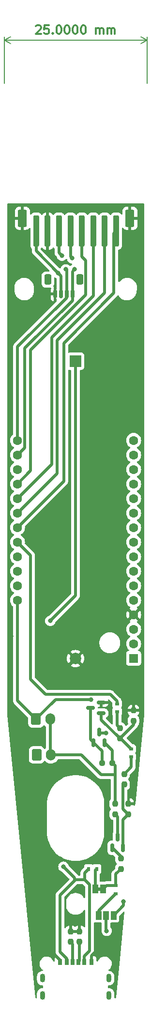
<source format=gbr>
%TF.GenerationSoftware,KiCad,Pcbnew,(6.0.4-0)*%
%TF.CreationDate,2022-12-23T17:01:59+01:00*%
%TF.ProjectId,ControllerBoard,436f6e74-726f-46c6-9c65-72426f617264,rev?*%
%TF.SameCoordinates,Original*%
%TF.FileFunction,Copper,L1,Top*%
%TF.FilePolarity,Positive*%
%FSLAX46Y46*%
G04 Gerber Fmt 4.6, Leading zero omitted, Abs format (unit mm)*
G04 Created by KiCad (PCBNEW (6.0.4-0)) date 2022-12-23 17:01:59*
%MOMM*%
%LPD*%
G01*
G04 APERTURE LIST*
G04 Aperture macros list*
%AMRoundRect*
0 Rectangle with rounded corners*
0 $1 Rounding radius*
0 $2 $3 $4 $5 $6 $7 $8 $9 X,Y pos of 4 corners*
0 Add a 4 corners polygon primitive as box body*
4,1,4,$2,$3,$4,$5,$6,$7,$8,$9,$2,$3,0*
0 Add four circle primitives for the rounded corners*
1,1,$1+$1,$2,$3*
1,1,$1+$1,$4,$5*
1,1,$1+$1,$6,$7*
1,1,$1+$1,$8,$9*
0 Add four rect primitives between the rounded corners*
20,1,$1+$1,$2,$3,$4,$5,0*
20,1,$1+$1,$4,$5,$6,$7,0*
20,1,$1+$1,$6,$7,$8,$9,0*
20,1,$1+$1,$8,$9,$2,$3,0*%
G04 Aperture macros list end*
%ADD10C,0.300000*%
%TA.AperFunction,NonConductor*%
%ADD11C,0.300000*%
%TD*%
%TA.AperFunction,NonConductor*%
%ADD12C,0.200000*%
%TD*%
%TA.AperFunction,ComponentPad*%
%ADD13RoundRect,0.250000X-0.600000X-0.750000X0.600000X-0.750000X0.600000X0.750000X-0.600000X0.750000X0*%
%TD*%
%TA.AperFunction,ComponentPad*%
%ADD14O,1.700000X2.000000*%
%TD*%
%TA.AperFunction,SMDPad,CuDef*%
%ADD15RoundRect,0.237500X-0.237500X0.250000X-0.237500X-0.250000X0.237500X-0.250000X0.237500X0.250000X0*%
%TD*%
%TA.AperFunction,SMDPad,CuDef*%
%ADD16RoundRect,0.237500X0.250000X0.237500X-0.250000X0.237500X-0.250000X-0.237500X0.250000X-0.237500X0*%
%TD*%
%TA.AperFunction,SMDPad,CuDef*%
%ADD17R,1.000000X1.500000*%
%TD*%
%TA.AperFunction,SMDPad,CuDef*%
%ADD18R,0.600000X0.700000*%
%TD*%
%TA.AperFunction,SMDPad,CuDef*%
%ADD19RoundRect,0.237500X0.237500X-0.250000X0.237500X0.250000X-0.237500X0.250000X-0.237500X-0.250000X0*%
%TD*%
%TA.AperFunction,SMDPad,CuDef*%
%ADD20R,0.700000X0.600000*%
%TD*%
%TA.AperFunction,SMDPad,CuDef*%
%ADD21RoundRect,0.150000X0.150000X-0.587500X0.150000X0.587500X-0.150000X0.587500X-0.150000X-0.587500X0*%
%TD*%
%TA.AperFunction,SMDPad,CuDef*%
%ADD22RoundRect,0.150000X-0.150000X-0.625000X0.150000X-0.625000X0.150000X0.625000X-0.150000X0.625000X0*%
%TD*%
%TA.AperFunction,SMDPad,CuDef*%
%ADD23RoundRect,0.250000X-0.350000X-0.650000X0.350000X-0.650000X0.350000X0.650000X-0.350000X0.650000X0*%
%TD*%
%TA.AperFunction,ComponentPad*%
%ADD24R,1.600000X1.600000*%
%TD*%
%TA.AperFunction,ComponentPad*%
%ADD25C,1.600000*%
%TD*%
%TA.AperFunction,SMDPad,CuDef*%
%ADD26R,0.700000X1.050000*%
%TD*%
%TA.AperFunction,SMDPad,CuDef*%
%ADD27R,0.760000X1.050000*%
%TD*%
%TA.AperFunction,SMDPad,CuDef*%
%ADD28R,0.800000X1.050000*%
%TD*%
%TA.AperFunction,ComponentPad*%
%ADD29O,0.900000X1.500000*%
%TD*%
%TA.AperFunction,SMDPad,CuDef*%
%ADD30RoundRect,0.250000X-0.250000X-2.500000X0.250000X-2.500000X0.250000X2.500000X-0.250000X2.500000X0*%
%TD*%
%TA.AperFunction,SMDPad,CuDef*%
%ADD31RoundRect,0.250000X-0.550000X-1.250000X0.550000X-1.250000X0.550000X1.250000X-0.550000X1.250000X0*%
%TD*%
%TA.AperFunction,SMDPad,CuDef*%
%ADD32RoundRect,0.150000X0.587500X0.150000X-0.587500X0.150000X-0.587500X-0.150000X0.587500X-0.150000X0*%
%TD*%
%TA.AperFunction,ComponentPad*%
%ADD33R,2.000000X2.000000*%
%TD*%
%TA.AperFunction,ComponentPad*%
%ADD34C,2.000000*%
%TD*%
%TA.AperFunction,ViaPad*%
%ADD35C,0.800000*%
%TD*%
%TA.AperFunction,Conductor*%
%ADD36C,0.500000*%
%TD*%
G04 APERTURE END LIST*
D10*
D11*
X103721428Y-4521429D02*
X103792857Y-4450001D01*
X103935714Y-4378572D01*
X104292857Y-4378572D01*
X104435714Y-4450001D01*
X104507142Y-4521429D01*
X104578571Y-4664286D01*
X104578571Y-4807143D01*
X104507142Y-5021429D01*
X103650000Y-5878572D01*
X104578571Y-5878572D01*
X105935714Y-4378572D02*
X105221428Y-4378572D01*
X105150000Y-5092858D01*
X105221428Y-5021429D01*
X105364285Y-4950001D01*
X105721428Y-4950001D01*
X105864285Y-5021429D01*
X105935714Y-5092858D01*
X106007142Y-5235715D01*
X106007142Y-5592858D01*
X105935714Y-5735715D01*
X105864285Y-5807143D01*
X105721428Y-5878572D01*
X105364285Y-5878572D01*
X105221428Y-5807143D01*
X105150000Y-5735715D01*
X106650000Y-5735715D02*
X106721428Y-5807143D01*
X106650000Y-5878572D01*
X106578571Y-5807143D01*
X106650000Y-5735715D01*
X106650000Y-5878572D01*
X107650000Y-4378572D02*
X107792857Y-4378572D01*
X107935714Y-4450001D01*
X108007142Y-4521429D01*
X108078571Y-4664286D01*
X108150000Y-4950001D01*
X108150000Y-5307143D01*
X108078571Y-5592858D01*
X108007142Y-5735715D01*
X107935714Y-5807143D01*
X107792857Y-5878572D01*
X107650000Y-5878572D01*
X107507142Y-5807143D01*
X107435714Y-5735715D01*
X107364285Y-5592858D01*
X107292857Y-5307143D01*
X107292857Y-4950001D01*
X107364285Y-4664286D01*
X107435714Y-4521429D01*
X107507142Y-4450001D01*
X107650000Y-4378572D01*
X109078571Y-4378572D02*
X109221428Y-4378572D01*
X109364285Y-4450001D01*
X109435714Y-4521429D01*
X109507142Y-4664286D01*
X109578571Y-4950001D01*
X109578571Y-5307143D01*
X109507142Y-5592858D01*
X109435714Y-5735715D01*
X109364285Y-5807143D01*
X109221428Y-5878572D01*
X109078571Y-5878572D01*
X108935714Y-5807143D01*
X108864285Y-5735715D01*
X108792857Y-5592858D01*
X108721428Y-5307143D01*
X108721428Y-4950001D01*
X108792857Y-4664286D01*
X108864285Y-4521429D01*
X108935714Y-4450001D01*
X109078571Y-4378572D01*
X110507142Y-4378572D02*
X110650000Y-4378572D01*
X110792857Y-4450001D01*
X110864285Y-4521429D01*
X110935714Y-4664286D01*
X111007142Y-4950001D01*
X111007142Y-5307143D01*
X110935714Y-5592858D01*
X110864285Y-5735715D01*
X110792857Y-5807143D01*
X110650000Y-5878572D01*
X110507142Y-5878572D01*
X110364285Y-5807143D01*
X110292857Y-5735715D01*
X110221428Y-5592858D01*
X110150000Y-5307143D01*
X110150000Y-4950001D01*
X110221428Y-4664286D01*
X110292857Y-4521429D01*
X110364285Y-4450001D01*
X110507142Y-4378572D01*
X111935714Y-4378572D02*
X112078571Y-4378572D01*
X112221428Y-4450001D01*
X112292857Y-4521429D01*
X112364285Y-4664286D01*
X112435714Y-4950001D01*
X112435714Y-5307143D01*
X112364285Y-5592858D01*
X112292857Y-5735715D01*
X112221428Y-5807143D01*
X112078571Y-5878572D01*
X111935714Y-5878572D01*
X111792857Y-5807143D01*
X111721428Y-5735715D01*
X111650000Y-5592858D01*
X111578571Y-5307143D01*
X111578571Y-4950001D01*
X111650000Y-4664286D01*
X111721428Y-4521429D01*
X111792857Y-4450001D01*
X111935714Y-4378572D01*
X114221428Y-5878572D02*
X114221428Y-4878572D01*
X114221428Y-5021429D02*
X114292857Y-4950001D01*
X114435714Y-4878572D01*
X114650000Y-4878572D01*
X114792857Y-4950001D01*
X114864285Y-5092858D01*
X114864285Y-5878572D01*
X114864285Y-5092858D02*
X114935714Y-4950001D01*
X115078571Y-4878572D01*
X115292857Y-4878572D01*
X115435714Y-4950001D01*
X115507142Y-5092858D01*
X115507142Y-5878572D01*
X116221428Y-5878572D02*
X116221428Y-4878572D01*
X116221428Y-5021429D02*
X116292857Y-4950001D01*
X116435714Y-4878572D01*
X116650000Y-4878572D01*
X116792857Y-4950001D01*
X116864285Y-5092858D01*
X116864285Y-5878572D01*
X116864285Y-5092858D02*
X116935714Y-4950001D01*
X117078571Y-4878572D01*
X117292857Y-4878572D01*
X117435714Y-4950001D01*
X117507142Y-5092858D01*
X117507142Y-5878572D01*
D12*
X123150000Y-14500000D02*
X123150000Y-6413581D01*
X98150000Y-14500000D02*
X98150000Y-6413581D01*
X123150000Y-7000001D02*
X98150000Y-7000001D01*
X123150000Y-7000001D02*
X98150000Y-7000001D01*
X123150000Y-7000001D02*
X122023496Y-6413580D01*
X123150000Y-7000001D02*
X122023496Y-7586422D01*
X98150000Y-7000001D02*
X99276504Y-7586422D01*
X98150000Y-7000001D02*
X99276504Y-6413580D01*
%TO.C,JP2*%
G36*
X115040000Y-155720000D02*
G01*
X114540000Y-155720000D01*
X114540000Y-155120000D01*
X115040000Y-155120000D01*
X115040000Y-155720000D01*
G37*
%TD*%
D13*
%TO.P,X1,1,1*%
%TO.N,Net-(JP1-Pad2)*%
X103830000Y-131950000D03*
D14*
%TO.P,X1,2,2*%
%TO.N,Net-(BT1-Pad1)*%
X106330000Y-131950000D03*
%TD*%
D15*
%TO.P,R8,1*%
%TO.N,GND*%
X120780000Y-124177500D03*
%TO.P,R8,2*%
%TO.N,Net-(D3-Pad1)*%
X120780000Y-126002500D03*
%TD*%
D16*
%TO.P,R4,1*%
%TO.N,Net-(BT1-Pad1)*%
X117072500Y-133380000D03*
%TO.P,R4,2*%
%TO.N,Net-(Q2-Pad1)*%
X115247500Y-133380000D03*
%TD*%
D17*
%TO.P,JP2,1,A*%
%TO.N,Net-(D2-Pad1)*%
X114140000Y-155420000D03*
%TO.P,JP2,2,B*%
%TO.N,Net-(D1-Pad1)*%
X115440000Y-155420000D03*
%TD*%
D18*
%TO.P,D2,1,K*%
%TO.N,Net-(D2-Pad1)*%
X114330000Y-151910000D03*
%TO.P,D2,2,A*%
%TO.N,USB_pwr*%
X112930000Y-151910000D03*
%TD*%
D19*
%TO.P,R3,1*%
%TO.N,Net-(D1-Pad1)*%
X118560000Y-151905000D03*
%TO.P,R3,2*%
%TO.N,Net-(Q1-Pad1)*%
X118560000Y-150080000D03*
%TD*%
D20*
%TO.P,D1,1,K*%
%TO.N,Net-(D1-Pad1)*%
X117660000Y-154810000D03*
%TO.P,D1,2,A*%
%TO.N,Net-(D1-Pad2)*%
X117660000Y-156210000D03*
%TD*%
D15*
%TO.P,R7,1*%
%TO.N,Net-(D3-Pad2)*%
X119150000Y-135290000D03*
%TO.P,R7,2*%
%TO.N,Net-(Q1-Pad2)*%
X119150000Y-137115000D03*
%TD*%
D21*
%TO.P,Q1,1,B*%
%TO.N,Net-(Q1-Pad1)*%
X117030000Y-148190000D03*
%TO.P,Q1,2,E*%
%TO.N,Net-(Q1-Pad2)*%
X118930000Y-148190000D03*
%TO.P,Q1,3,C*%
%TO.N,Net-(Q1-Pad3)*%
X117980000Y-146315000D03*
%TD*%
D19*
%TO.P,R1,1*%
%TO.N,Net-(J2-PadA5)*%
X109790000Y-164662500D03*
%TO.P,R1,2*%
%TO.N,GND*%
X109790000Y-162837500D03*
%TD*%
D22*
%TO.P,CONN1,1,GND*%
%TO.N,GND*%
X107085000Y-51363000D03*
%TO.P,CONN1,2,V+*%
%TO.N,3.3V*%
X108085000Y-51363000D03*
%TO.P,CONN1,3,SDA*%
%TO.N,Net-(A1-Pad17)*%
X109085000Y-51363000D03*
%TO.P,CONN1,4,SCL*%
%TO.N,Net-(A1-Pad18)*%
X110085000Y-51363000D03*
D23*
%TO.P,CONN1,MP*%
%TO.N,N/C*%
X111385000Y-48838000D03*
X105785000Y-48838000D03*
%TD*%
D24*
%TO.P,A1,1,~{RESET}*%
%TO.N,unconnected-(A1-Pad1)*%
X120796500Y-115062000D03*
D25*
%TO.P,A1,2,3V3*%
%TO.N,3.3V*%
X120796500Y-112522000D03*
%TO.P,A1,3,NC*%
%TO.N,unconnected-(A1-Pad3)*%
X120796500Y-109982000D03*
%TO.P,A1,4,GND*%
%TO.N,GND*%
X120796500Y-107442000D03*
%TO.P,A1,5,DAC2/A0*%
%TO.N,unconnected-(A1-Pad5)*%
X120796500Y-104902000D03*
%TO.P,A1,6,DAC1/A1*%
%TO.N,unconnected-(A1-Pad6)*%
X120796500Y-102362000D03*
%TO.P,A1,7,I34/A2*%
%TO.N,unconnected-(A1-Pad7)*%
X120796500Y-99822000D03*
%TO.P,A1,8,I39/A3*%
%TO.N,unconnected-(A1-Pad8)*%
X120796500Y-97282000D03*
%TO.P,A1,9,IO36/A4*%
%TO.N,unconnected-(A1-Pad9)*%
X120796500Y-94742000D03*
%TO.P,A1,10,IO4/A5*%
%TO.N,unconnected-(A1-Pad10)*%
X120796500Y-92202000D03*
%TO.P,A1,11,SCK/IO5*%
%TO.N,Net-(A1-Pad11)*%
X120796500Y-89662000D03*
%TO.P,A1,12,MOSI/IO18*%
%TO.N,Net-(A1-Pad12)*%
X120796500Y-87122000D03*
%TO.P,A1,13,MISO/IO19*%
%TO.N,unconnected-(A1-Pad13)*%
X120796500Y-84582000D03*
%TO.P,A1,14,RX/IO16*%
%TO.N,unconnected-(A1-Pad14)*%
X120796500Y-82042000D03*
%TO.P,A1,15,TX/IO17*%
%TO.N,unconnected-(A1-Pad15)*%
X120796500Y-79502000D03*
%TO.P,A1,16,IO21*%
%TO.N,unconnected-(A1-Pad16)*%
X120796500Y-76962000D03*
%TO.P,A1,17,SDA/IO23*%
%TO.N,Net-(A1-Pad17)*%
X100476500Y-76962000D03*
%TO.P,A1,18,SCL/IO22*%
%TO.N,Net-(A1-Pad18)*%
X100476500Y-79502000D03*
%TO.P,A1,19,A6/IO14*%
%TO.N,unconnected-(A1-Pad19)*%
X100476500Y-82042000D03*
%TO.P,A1,20,A7/IO32*%
%TO.N,Net-(A1-Pad20)*%
X100476500Y-84582000D03*
%TO.P,A1,21,A8/IO15*%
%TO.N,Net-(A1-Pad21)*%
X100476500Y-87122000D03*
%TO.P,A1,22,A9/IO33*%
%TO.N,Net-(A1-Pad22)*%
X100476500Y-89662000D03*
%TO.P,A1,23,A10/IO27*%
%TO.N,Net-(A1-Pad23)*%
X100476500Y-92202000D03*
%TO.P,A1,24,A11/IO12*%
%TO.N,KeepAlive*%
X100476500Y-94742000D03*
%TO.P,A1,25,A12/IO13*%
%TO.N,Trigger*%
X100476500Y-97282000D03*
%TO.P,A1,26,USB*%
%TO.N,USB_pwr*%
X100476500Y-99822000D03*
%TO.P,A1,27,EN*%
%TO.N,unconnected-(A1-Pad27)*%
X100476500Y-102362000D03*
%TO.P,A1,28,VBAT*%
%TO.N,power for the esp32*%
X100476500Y-104902000D03*
%TD*%
D15*
%TO.P,R2,1*%
%TO.N,GND*%
X111330000Y-162827500D03*
%TO.P,R2,2*%
%TO.N,Net-(J2-PadB5)*%
X111330000Y-164652500D03*
%TD*%
D21*
%TO.P,Q2,1,G*%
%TO.N,Net-(Q2-Pad1)*%
X113790000Y-129797500D03*
%TO.P,Q2,2,S*%
%TO.N,Net-(BT1-Pad1)*%
X115690000Y-129797500D03*
%TO.P,Q2,3,D*%
%TO.N,power for the esp32*%
X114740000Y-127922500D03*
%TD*%
D19*
%TO.P,R5,1*%
%TO.N,Net-(Q1-Pad3)*%
X117530000Y-142325000D03*
%TO.P,R5,2*%
%TO.N,Net-(BT1-Pad1)*%
X117530000Y-140500000D03*
%TD*%
D15*
%TO.P,R9,1*%
%TO.N,Net-(D4-Pad1)*%
X118380000Y-127257500D03*
%TO.P,R9,2*%
%TO.N,Net-(D3-Pad1)*%
X118380000Y-129082500D03*
%TD*%
D20*
%TO.P,D3,1,K*%
%TO.N,Net-(D3-Pad1)*%
X120360000Y-130910000D03*
%TO.P,D3,2,A*%
%TO.N,Net-(D3-Pad2)*%
X120360000Y-132310000D03*
%TD*%
D15*
%TO.P,R6,1*%
%TO.N,GND*%
X119840000Y-140520000D03*
%TO.P,R6,2*%
%TO.N,Net-(Q1-Pad2)*%
X119840000Y-142345000D03*
%TD*%
D13*
%TO.P,X2,1,1*%
%TO.N,power for the esp32*%
X103720000Y-125710000D03*
D14*
%TO.P,X2,2,2*%
%TO.N,Net-(BT1-Pad1)*%
X106220000Y-125710000D03*
%TD*%
D26*
%TO.P,J2,A5,CC1*%
%TO.N,Net-(J2-PadA5)*%
X110150000Y-168175000D03*
D27*
%TO.P,J2,A9,VBUS*%
%TO.N,USB_pwr*%
X112170000Y-168175000D03*
D28*
%TO.P,J2,A12,GND*%
%TO.N,GND*%
X113400000Y-168175000D03*
D26*
%TO.P,J2,B5,CC2*%
%TO.N,Net-(J2-PadB5)*%
X111150000Y-168175000D03*
D27*
%TO.P,J2,B9,VBUS*%
%TO.N,USB_pwr*%
X109130000Y-168175000D03*
D28*
%TO.P,J2,B12,GND*%
%TO.N,GND*%
X107900000Y-168175000D03*
D29*
%TO.P,J2,S1,SHIELD*%
%TO.N,Net-(J2-PadS1)*%
X104850000Y-174000000D03*
%TO.P,J2,S2,SHIELD*%
X116450000Y-174000000D03*
%TO.P,J2,S3,SHIELD*%
X104850000Y-171000000D03*
%TO.P,J2,S4,SHIELD*%
X116450000Y-171000000D03*
%TD*%
D20*
%TO.P,D4,1,K*%
%TO.N,Net-(D4-Pad1)*%
X117900000Y-124410000D03*
%TO.P,D4,2,A*%
%TO.N,KeepAlive*%
X117900000Y-123010000D03*
%TD*%
D17*
%TO.P,JP1,1,A*%
%TO.N,Net-(D1-Pad2)*%
X114680000Y-160010000D03*
%TO.P,JP1,2,C*%
%TO.N,Net-(JP1-Pad2)*%
X115980000Y-160010000D03*
%TO.P,JP1,3,B*%
%TO.N,Trigger*%
X117280000Y-160010000D03*
%TD*%
D30*
%TO.P,J1,1,Pin_1*%
%TO.N,3.3V*%
X103744000Y-40370000D03*
%TO.P,J1,2,Pin_2*%
%TO.N,GND*%
X105744000Y-40370000D03*
%TO.P,J1,3,Pin_3*%
%TO.N,Net-(A1-Pad12)*%
X107744000Y-40370000D03*
%TO.P,J1,4,Pin_4*%
%TO.N,Net-(A1-Pad11)*%
X109744000Y-40370000D03*
%TO.P,J1,5,Pin_5*%
%TO.N,Net-(A1-Pad20)*%
X111744000Y-40370000D03*
%TO.P,J1,6,Pin_6*%
%TO.N,Net-(A1-Pad21)*%
X113744000Y-40370000D03*
%TO.P,J1,7,Pin_7*%
%TO.N,Net-(A1-Pad22)*%
X115744000Y-40370000D03*
%TO.P,J1,8,Pin_8*%
%TO.N,Net-(A1-Pad23)*%
X117744000Y-40370000D03*
D31*
%TO.P,J1,MP,MountPin*%
%TO.N,GND*%
X101344000Y-38120000D03*
X120144000Y-38120000D03*
%TD*%
D32*
%TO.P,Q3,1,B*%
%TO.N,Net-(D3-Pad1)*%
X115127500Y-124660000D03*
%TO.P,Q3,2,E*%
%TO.N,GND*%
X115127500Y-122760000D03*
%TO.P,Q3,3,C*%
%TO.N,Net-(Q2-Pad1)*%
X113252500Y-123710000D03*
%TD*%
D33*
%TO.P,BT1,1,+*%
%TO.N,Net-(BT1-Pad1)*%
X110617000Y-63119000D03*
D34*
%TO.P,BT1,2,-*%
%TO.N,GND*%
X110617000Y-115109000D03*
%TD*%
D35*
%TO.N,3.3V*%
X107620000Y-47710000D03*
%TO.N,GND*%
X100660000Y-129270000D03*
X116570000Y-144650000D03*
X114760000Y-165700000D03*
X106110000Y-166070000D03*
X111550000Y-155610000D03*
X99330000Y-111170000D03*
X113180000Y-100210000D03*
X116450000Y-116560000D03*
X120420000Y-44890000D03*
X112880000Y-59310000D03*
X101470000Y-138170000D03*
X117000000Y-36230000D03*
X104130000Y-162170000D03*
X116650000Y-123670000D03*
X103370000Y-53080000D03*
X110850000Y-134090000D03*
X106740000Y-96290000D03*
X116290000Y-151730000D03*
X110800000Y-160860000D03*
X117660000Y-90340000D03*
X106520000Y-153470000D03*
X120650000Y-55140000D03*
X104960000Y-36320000D03*
X119650000Y-122300000D03*
X100940000Y-45920000D03*
X113070000Y-77870000D03*
%TO.N,Net-(A1-Pad18)*%
X110500000Y-47010000D03*
%TO.N,Net-(A1-Pad17)*%
X108940000Y-47040000D03*
%TO.N,Trigger*%
X119010000Y-157590000D03*
%TO.N,USB_pwr*%
X108530000Y-151510000D03*
%TO.N,Net-(A1-Pad11)*%
X110060000Y-45110000D03*
%TO.N,Net-(A1-Pad12)*%
X108260000Y-44660000D03*
%TO.N,power for the esp32*%
X115960000Y-128170000D03*
X113350000Y-122310000D03*
%TO.N,Net-(BT1-Pad1)*%
X106210000Y-108500000D03*
%TO.N,Net-(JP1-Pad2)*%
X116080000Y-162720000D03*
%TD*%
D36*
%TO.N,3.3V*%
X108085000Y-48175000D02*
X107620000Y-47710000D01*
X108085000Y-51363000D02*
X108085000Y-48175000D01*
X103744000Y-43834000D02*
X107620000Y-47710000D01*
X103744000Y-40370000D02*
X103744000Y-43834000D01*
%TO.N,GND*%
X113400000Y-167060000D02*
X114760000Y-165700000D01*
X107900000Y-168175000D02*
X107900000Y-167860000D01*
X113400000Y-168175000D02*
X113400000Y-167060000D01*
X107900000Y-167860000D02*
X106110000Y-166070000D01*
%TO.N,Net-(A1-Pad18)*%
X110085000Y-47425000D02*
X110085000Y-51363000D01*
X101726010Y-60843990D02*
X101726010Y-78252490D01*
X101726010Y-78252490D02*
X100476500Y-79502000D01*
X110500000Y-47010000D02*
X110085000Y-47425000D01*
X110085000Y-51363000D02*
X110085000Y-52485000D01*
X110085000Y-52485000D02*
X101726010Y-60843990D01*
%TO.N,KeepAlive*%
X102750000Y-118710000D02*
X105420000Y-121380000D01*
X100476500Y-94742000D02*
X102750000Y-97015500D01*
X102750000Y-97015500D02*
X102750000Y-118710000D01*
X105420000Y-121380000D02*
X116730000Y-121380000D01*
X117900000Y-122550000D02*
X117900000Y-123010000D01*
X116730000Y-121380000D02*
X117900000Y-122550000D01*
%TO.N,Net-(A1-Pad17)*%
X100476500Y-60594349D02*
X100476500Y-76962000D01*
X109085000Y-47185000D02*
X109085000Y-51363000D01*
X109085000Y-51985849D02*
X100476500Y-60594349D01*
X108940000Y-47040000D02*
X109085000Y-47185000D01*
X109085000Y-51363000D02*
X109085000Y-51985849D01*
%TO.N,Trigger*%
X119010000Y-158280000D02*
X117280000Y-160010000D01*
X119010000Y-157590000D02*
X119010000Y-158280000D01*
%TO.N,USB_pwr*%
X112170000Y-168175000D02*
X112170000Y-167150000D01*
X108530000Y-151510000D02*
X110430000Y-153410000D01*
X107910000Y-166360978D02*
X107910000Y-156470000D01*
X110555480Y-153824520D02*
X112254520Y-153824520D01*
X107910000Y-156470000D02*
X110430000Y-153950000D01*
X112254520Y-152585480D02*
X112930000Y-151910000D01*
X109130000Y-168175000D02*
X109130000Y-167580978D01*
X112254520Y-153824520D02*
X112254520Y-152585480D01*
X112170000Y-167150000D02*
X113070000Y-166250000D01*
X110430000Y-153950000D02*
X110555480Y-153824520D01*
X109130000Y-167580978D02*
X107910000Y-166360978D01*
X113070000Y-166250000D02*
X113070000Y-154640000D01*
X113070000Y-154640000D02*
X112254520Y-153824520D01*
X110430000Y-153410000D02*
X110430000Y-153950000D01*
%TO.N,Net-(A1-Pad11)*%
X109744000Y-44794000D02*
X110060000Y-45110000D01*
X109744000Y-40370000D02*
X109744000Y-44794000D01*
%TO.N,Net-(A1-Pad12)*%
X107744000Y-40370000D02*
X107744000Y-44144000D01*
X107744000Y-44144000D02*
X108260000Y-44660000D01*
%TO.N,Net-(A1-Pad20)*%
X102790000Y-61160000D02*
X112434520Y-51515480D01*
X102790000Y-82268500D02*
X102790000Y-61160000D01*
X100476500Y-84582000D02*
X102790000Y-82268500D01*
X112434520Y-51515480D02*
X112434520Y-45484520D01*
X111744000Y-44794000D02*
X111744000Y-40370000D01*
X112434520Y-45484520D02*
X111744000Y-44794000D01*
%TO.N,Net-(A1-Pad21)*%
X106441521Y-58968479D02*
X113744000Y-51666000D01*
X100476500Y-87122000D02*
X106441521Y-81156979D01*
X106441521Y-81156979D02*
X106441521Y-58968479D01*
X113744000Y-51666000D02*
X113744000Y-40370000D01*
%TO.N,Net-(A1-Pad22)*%
X107400000Y-82738500D02*
X107400000Y-59480000D01*
X115744000Y-51136000D02*
X115744000Y-40370000D01*
X107400000Y-59480000D02*
X115744000Y-51136000D01*
X100476500Y-89662000D02*
X107400000Y-82738500D01*
%TO.N,Net-(A1-Pad23)*%
X108570000Y-84108500D02*
X108570000Y-59950000D01*
X100476500Y-92202000D02*
X108570000Y-84108500D01*
X108570000Y-59950000D02*
X117340000Y-51180000D01*
X117340000Y-51180000D02*
X117340000Y-40774000D01*
X117340000Y-40774000D02*
X117744000Y-40370000D01*
%TO.N,power for the esp32*%
X103720000Y-125710000D02*
X107120000Y-122310000D01*
X100476500Y-104902000D02*
X100476500Y-122466500D01*
X100476500Y-122466500D02*
X103720000Y-125710000D01*
X114987500Y-128170000D02*
X114740000Y-127922500D01*
X107120000Y-122310000D02*
X113350000Y-122310000D01*
X115960000Y-128170000D02*
X114987500Y-128170000D01*
%TO.N,Net-(BT1-Pad1)*%
X117530000Y-140500000D02*
X117530000Y-135400000D01*
X106210000Y-108500000D02*
X110617000Y-104093000D01*
X106220000Y-131840000D02*
X106330000Y-131950000D01*
X117530000Y-135400000D02*
X117530000Y-133837500D01*
X117530000Y-133837500D02*
X117072500Y-133380000D01*
X117072500Y-131180000D02*
X115690000Y-129797500D01*
X117072500Y-133380000D02*
X117072500Y-131180000D01*
X110617000Y-104093000D02*
X110617000Y-63119000D01*
X106220000Y-125710000D02*
X106220000Y-131840000D01*
X106330000Y-131950000D02*
X111630000Y-131950000D01*
X111630000Y-131950000D02*
X115080000Y-135400000D01*
X115080000Y-135400000D02*
X117530000Y-135400000D01*
%TO.N,Net-(D1-Pad1)*%
X117660000Y-152805000D02*
X118560000Y-151905000D01*
X117660000Y-154810000D02*
X117660000Y-152805000D01*
X116050000Y-154810000D02*
X115440000Y-155420000D01*
X117660000Y-154810000D02*
X116050000Y-154810000D01*
%TO.N,Net-(D1-Pad2)*%
X114680000Y-159190000D02*
X117660000Y-156210000D01*
X114680000Y-160010000D02*
X114680000Y-159190000D01*
%TO.N,Net-(D2-Pad1)*%
X114140000Y-155420000D02*
X114140000Y-152100000D01*
X114140000Y-152100000D02*
X114330000Y-151910000D01*
%TO.N,Net-(D3-Pad1)*%
X118380000Y-129082500D02*
X118532500Y-129082500D01*
X115127500Y-125830000D02*
X118380000Y-129082500D01*
X118380000Y-129082500D02*
X120780000Y-126682500D01*
X118532500Y-129082500D02*
X120360000Y-130910000D01*
X115127500Y-124660000D02*
X115127500Y-125830000D01*
X120780000Y-126682500D02*
X120780000Y-126002500D01*
%TO.N,Net-(D3-Pad2)*%
X119150000Y-135290000D02*
X120360000Y-134080000D01*
X120360000Y-134080000D02*
X120360000Y-132310000D01*
%TO.N,Net-(D4-Pad1)*%
X117900000Y-126777500D02*
X118380000Y-127257500D01*
X117900000Y-124410000D02*
X117900000Y-126777500D01*
%TO.N,Net-(J2-PadA5)*%
X110150000Y-168175000D02*
X110150000Y-165022500D01*
X110150000Y-165022500D02*
X109790000Y-164662500D01*
%TO.N,Net-(J2-PadB5)*%
X111330000Y-164652500D02*
X111330000Y-167995000D01*
X111330000Y-167995000D02*
X111150000Y-168175000D01*
%TO.N,Net-(JP1-Pad2)*%
X115980000Y-160010000D02*
X115980000Y-162620000D01*
X115980000Y-162620000D02*
X116080000Y-162720000D01*
%TO.N,Net-(Q1-Pad1)*%
X118560000Y-150080000D02*
X118560000Y-149720000D01*
X118560000Y-149720000D02*
X117030000Y-148190000D01*
%TO.N,Net-(Q1-Pad2)*%
X118915480Y-141420480D02*
X119840000Y-142345000D01*
X118915480Y-137349520D02*
X118915480Y-141420480D01*
X119150000Y-137115000D02*
X118915480Y-137349520D01*
X118930000Y-148190000D02*
X118930000Y-143255000D01*
X118930000Y-143255000D02*
X119840000Y-142345000D01*
%TO.N,Net-(Q1-Pad3)*%
X117980000Y-142775000D02*
X117530000Y-142325000D01*
X117980000Y-146315000D02*
X117980000Y-142775000D01*
%TO.N,Net-(Q2-Pad1)*%
X115247500Y-133380000D02*
X115247500Y-131255000D01*
X113252500Y-129260000D02*
X113790000Y-129797500D01*
X113252500Y-123710000D02*
X113252500Y-129260000D01*
X115247500Y-131255000D02*
X113790000Y-129797500D01*
%TD*%
%TA.AperFunction,Conductor*%
%TO.N,GND*%
G36*
X122583621Y-35528502D02*
G01*
X122630114Y-35582158D01*
X122641500Y-35634500D01*
X122641500Y-124968348D01*
X122640875Y-124980885D01*
X121088569Y-140503949D01*
X121063883Y-140750804D01*
X121037202Y-140816597D01*
X120979186Y-140857520D01*
X120908255Y-140860581D01*
X120846930Y-140824809D01*
X120820264Y-140778383D01*
X120817135Y-140775671D01*
X120809452Y-140774000D01*
X119799980Y-140774000D01*
X119731859Y-140753998D01*
X119685366Y-140700342D01*
X119673980Y-140648000D01*
X119673980Y-140247885D01*
X120094000Y-140247885D01*
X120098475Y-140263124D01*
X120099865Y-140264329D01*
X120107548Y-140266000D01*
X120804885Y-140266000D01*
X120820124Y-140261525D01*
X120821329Y-140260135D01*
X120823000Y-140252452D01*
X120823000Y-140223734D01*
X120822663Y-140217218D01*
X120812925Y-140123368D01*
X120810032Y-140109972D01*
X120759512Y-139958547D01*
X120753347Y-139945385D01*
X120669574Y-139810008D01*
X120660540Y-139798610D01*
X120547871Y-139686137D01*
X120536460Y-139677125D01*
X120400937Y-139593588D01*
X120387759Y-139587444D01*
X120236234Y-139537185D01*
X120222868Y-139534319D01*
X120130230Y-139524828D01*
X120123815Y-139524500D01*
X120112115Y-139524500D01*
X120096876Y-139528975D01*
X120095671Y-139530365D01*
X120094000Y-139538048D01*
X120094000Y-140247885D01*
X119673980Y-140247885D01*
X119673980Y-138135237D01*
X119693982Y-138067116D01*
X119733674Y-138028095D01*
X119854031Y-137953616D01*
X119859204Y-137948434D01*
X119971758Y-137835684D01*
X119971762Y-137835679D01*
X119976929Y-137830503D01*
X120068209Y-137682420D01*
X120122974Y-137517309D01*
X120133500Y-137414572D01*
X120133500Y-136815428D01*
X120122707Y-136711407D01*
X120105427Y-136659611D01*
X120069972Y-136553341D01*
X120067654Y-136546393D01*
X119976116Y-136398469D01*
X119970934Y-136393296D01*
X119869214Y-136291753D01*
X119835135Y-136229470D01*
X119840138Y-136158650D01*
X119869059Y-136113563D01*
X119971754Y-136010688D01*
X119971758Y-136010683D01*
X119976929Y-136005503D01*
X119980770Y-135999272D01*
X120064369Y-135863650D01*
X120064370Y-135863648D01*
X120068209Y-135857420D01*
X120122974Y-135692309D01*
X120133500Y-135589572D01*
X120133500Y-135431371D01*
X120153502Y-135363250D01*
X120170405Y-135342276D01*
X120848911Y-134663770D01*
X120863323Y-134651384D01*
X120874918Y-134642851D01*
X120874923Y-134642846D01*
X120880818Y-134638508D01*
X120885557Y-134632930D01*
X120885560Y-134632927D01*
X120915035Y-134598232D01*
X120921965Y-134590716D01*
X120927660Y-134585021D01*
X120945281Y-134562749D01*
X120948072Y-134559345D01*
X120990591Y-134509297D01*
X120990592Y-134509295D01*
X120995333Y-134503715D01*
X120998661Y-134497199D01*
X121002028Y-134492150D01*
X121005195Y-134487021D01*
X121009734Y-134481284D01*
X121040655Y-134415125D01*
X121042561Y-134411225D01*
X121066931Y-134363500D01*
X121075769Y-134346192D01*
X121077508Y-134339086D01*
X121079607Y-134333441D01*
X121081524Y-134327678D01*
X121084622Y-134321050D01*
X121088004Y-134304793D01*
X121099486Y-134249588D01*
X121100457Y-134245299D01*
X121116473Y-134179845D01*
X121117808Y-134174390D01*
X121118500Y-134163236D01*
X121118536Y-134163238D01*
X121118775Y-134159245D01*
X121119149Y-134155053D01*
X121120640Y-134147885D01*
X121118546Y-134070479D01*
X121118500Y-134067072D01*
X121118500Y-132954874D01*
X121138502Y-132886753D01*
X121143661Y-132879327D01*
X121160615Y-132856705D01*
X121211745Y-132720316D01*
X121218500Y-132658134D01*
X121218500Y-131961866D01*
X121211745Y-131899684D01*
X121160615Y-131763295D01*
X121102360Y-131685565D01*
X121077512Y-131619058D01*
X121092565Y-131549676D01*
X121102360Y-131534435D01*
X121155229Y-131463892D01*
X121155230Y-131463890D01*
X121160615Y-131456705D01*
X121211745Y-131320316D01*
X121218500Y-131258134D01*
X121218500Y-130561866D01*
X121211745Y-130499684D01*
X121160615Y-130363295D01*
X121073261Y-130246739D01*
X120956705Y-130159385D01*
X120820316Y-130108255D01*
X120758134Y-130101500D01*
X120676371Y-130101500D01*
X120608250Y-130081498D01*
X120587276Y-130064595D01*
X119618026Y-129095345D01*
X119584000Y-129033033D01*
X119589065Y-128962218D01*
X119618026Y-128917155D01*
X121268911Y-127266270D01*
X121283323Y-127253884D01*
X121294918Y-127245351D01*
X121294923Y-127245346D01*
X121300818Y-127241008D01*
X121305557Y-127235430D01*
X121305560Y-127235427D01*
X121335035Y-127200732D01*
X121341965Y-127193216D01*
X121347661Y-127187520D01*
X121349924Y-127184659D01*
X121349929Y-127184654D01*
X121365293Y-127165234D01*
X121368082Y-127161833D01*
X121410592Y-127111796D01*
X121410594Y-127111794D01*
X121415333Y-127106215D01*
X121418662Y-127099695D01*
X121422028Y-127094648D01*
X121425193Y-127089524D01*
X121429735Y-127083783D01*
X121441176Y-127059305D01*
X121456592Y-127026319D01*
X121460637Y-127017664D01*
X121462565Y-127013718D01*
X121492442Y-126955208D01*
X121492443Y-126955206D01*
X121495769Y-126948692D01*
X121497508Y-126941586D01*
X121499609Y-126935936D01*
X121501524Y-126930179D01*
X121504622Y-126923550D01*
X121519486Y-126852091D01*
X121520457Y-126847801D01*
X121526091Y-126824777D01*
X121559307Y-126765708D01*
X121601758Y-126723183D01*
X121606929Y-126718003D01*
X121620590Y-126695841D01*
X121694369Y-126576150D01*
X121694370Y-126576148D01*
X121698209Y-126569920D01*
X121752974Y-126404809D01*
X121763500Y-126302072D01*
X121763500Y-125702928D01*
X121752707Y-125598907D01*
X121721301Y-125504770D01*
X121699972Y-125440841D01*
X121697654Y-125433893D01*
X121606116Y-125285969D01*
X121498859Y-125178899D01*
X121464780Y-125116618D01*
X121469783Y-125045798D01*
X121498704Y-125000709D01*
X121601363Y-124897871D01*
X121610375Y-124886460D01*
X121693912Y-124750937D01*
X121700056Y-124737759D01*
X121750315Y-124586234D01*
X121753181Y-124572868D01*
X121762672Y-124480230D01*
X121763000Y-124473815D01*
X121763000Y-124449615D01*
X121758525Y-124434376D01*
X121757135Y-124433171D01*
X121749452Y-124431500D01*
X119815115Y-124431500D01*
X119799876Y-124435975D01*
X119798671Y-124437365D01*
X119797000Y-124445048D01*
X119797000Y-124473766D01*
X119797337Y-124480282D01*
X119807075Y-124574132D01*
X119809968Y-124587528D01*
X119860488Y-124738953D01*
X119866653Y-124752115D01*
X119950426Y-124887492D01*
X119959460Y-124898890D01*
X120061140Y-125000393D01*
X120095219Y-125062676D01*
X120090216Y-125133496D01*
X120061296Y-125178583D01*
X119953071Y-125286997D01*
X119949231Y-125293227D01*
X119949230Y-125293228D01*
X119866364Y-125427662D01*
X119861791Y-125435080D01*
X119807026Y-125600191D01*
X119796500Y-125702928D01*
X119796500Y-126302072D01*
X119796837Y-126305318D01*
X119796837Y-126305322D01*
X119803873Y-126373128D01*
X119807293Y-126406093D01*
X119809474Y-126412630D01*
X119809475Y-126412635D01*
X119826778Y-126464500D01*
X119829362Y-126535450D01*
X119796349Y-126593470D01*
X119542655Y-126847164D01*
X119480343Y-126881190D01*
X119409528Y-126876125D01*
X119352692Y-126833578D01*
X119334038Y-126797948D01*
X119297654Y-126688893D01*
X119206116Y-126540969D01*
X119132147Y-126467129D01*
X119088184Y-126423242D01*
X119088179Y-126423238D01*
X119083003Y-126418071D01*
X119061488Y-126404809D01*
X118941150Y-126330631D01*
X118941148Y-126330630D01*
X118934920Y-126326791D01*
X118836993Y-126294310D01*
X118776338Y-126274191D01*
X118776333Y-126274190D01*
X118769809Y-126272026D01*
X118762971Y-126271325D01*
X118758085Y-126270278D01*
X118695671Y-126236440D01*
X118661460Y-126174229D01*
X118658500Y-126147078D01*
X118658500Y-125054874D01*
X118678502Y-124986753D01*
X118683661Y-124979327D01*
X118700615Y-124956705D01*
X118751745Y-124820316D01*
X118758500Y-124758134D01*
X118758500Y-124061866D01*
X118751745Y-123999684D01*
X118716394Y-123905385D01*
X119797000Y-123905385D01*
X119801475Y-123920624D01*
X119802865Y-123921829D01*
X119810548Y-123923500D01*
X120507885Y-123923500D01*
X120523124Y-123919025D01*
X120524329Y-123917635D01*
X120526000Y-123909952D01*
X120526000Y-123905385D01*
X121034000Y-123905385D01*
X121038475Y-123920624D01*
X121039865Y-123921829D01*
X121047548Y-123923500D01*
X121744885Y-123923500D01*
X121760124Y-123919025D01*
X121761329Y-123917635D01*
X121763000Y-123909952D01*
X121763000Y-123881234D01*
X121762663Y-123874718D01*
X121752925Y-123780868D01*
X121750032Y-123767472D01*
X121699512Y-123616047D01*
X121693347Y-123602885D01*
X121609574Y-123467508D01*
X121600540Y-123456110D01*
X121487871Y-123343637D01*
X121476460Y-123334625D01*
X121340937Y-123251088D01*
X121327759Y-123244944D01*
X121176234Y-123194685D01*
X121162868Y-123191819D01*
X121070230Y-123182328D01*
X121063815Y-123182000D01*
X121052115Y-123182000D01*
X121036876Y-123186475D01*
X121035671Y-123187865D01*
X121034000Y-123195548D01*
X121034000Y-123905385D01*
X120526000Y-123905385D01*
X120526000Y-123200115D01*
X120521525Y-123184876D01*
X120520135Y-123183671D01*
X120512452Y-123182000D01*
X120496234Y-123182000D01*
X120489718Y-123182337D01*
X120395868Y-123192075D01*
X120382472Y-123194968D01*
X120231047Y-123245488D01*
X120217885Y-123251653D01*
X120082508Y-123335426D01*
X120071110Y-123344460D01*
X119958637Y-123457129D01*
X119949625Y-123468540D01*
X119866088Y-123604063D01*
X119859944Y-123617241D01*
X119809685Y-123768766D01*
X119806819Y-123782132D01*
X119797328Y-123874770D01*
X119797000Y-123881185D01*
X119797000Y-123905385D01*
X118716394Y-123905385D01*
X118700615Y-123863295D01*
X118691775Y-123851500D01*
X118642360Y-123785565D01*
X118617512Y-123719058D01*
X118632565Y-123649676D01*
X118642360Y-123634435D01*
X118695229Y-123563892D01*
X118695230Y-123563890D01*
X118700615Y-123556705D01*
X118751745Y-123420316D01*
X118758500Y-123358134D01*
X118758500Y-122661866D01*
X118751745Y-122599684D01*
X118700615Y-122463295D01*
X118661924Y-122411669D01*
X118644265Y-122373927D01*
X118643182Y-122374320D01*
X118643182Y-122374319D01*
X118618264Y-122305670D01*
X118616847Y-122301542D01*
X118596607Y-122239064D01*
X118596606Y-122239062D01*
X118594351Y-122232101D01*
X118590555Y-122225846D01*
X118588049Y-122220372D01*
X118585330Y-122214942D01*
X118582833Y-122208063D01*
X118550339Y-122158502D01*
X118542814Y-122147024D01*
X118540467Y-122143305D01*
X118538730Y-122140442D01*
X118502595Y-122080893D01*
X118495197Y-122072516D01*
X118495224Y-122072492D01*
X118492571Y-122069500D01*
X118489868Y-122066267D01*
X118485856Y-122060148D01*
X118429617Y-122006872D01*
X118427175Y-122004494D01*
X117313770Y-120891089D01*
X117301384Y-120876677D01*
X117292851Y-120865082D01*
X117292846Y-120865077D01*
X117288508Y-120859182D01*
X117282930Y-120854443D01*
X117282927Y-120854440D01*
X117248232Y-120824965D01*
X117240716Y-120818035D01*
X117235021Y-120812340D01*
X117228880Y-120807482D01*
X117212749Y-120794719D01*
X117209345Y-120791928D01*
X117159297Y-120749409D01*
X117159295Y-120749408D01*
X117153715Y-120744667D01*
X117147199Y-120741339D01*
X117142150Y-120737972D01*
X117137021Y-120734805D01*
X117131284Y-120730266D01*
X117065125Y-120699345D01*
X117061225Y-120697439D01*
X116996192Y-120664231D01*
X116989084Y-120662492D01*
X116983441Y-120660393D01*
X116977678Y-120658476D01*
X116971050Y-120655378D01*
X116899583Y-120640513D01*
X116895299Y-120639543D01*
X116824390Y-120622192D01*
X116818788Y-120621844D01*
X116818785Y-120621844D01*
X116813236Y-120621500D01*
X116813238Y-120621464D01*
X116809245Y-120621225D01*
X116805053Y-120620851D01*
X116797885Y-120619360D01*
X116731675Y-120621151D01*
X116720479Y-120621454D01*
X116717072Y-120621500D01*
X105786371Y-120621500D01*
X105718250Y-120601498D01*
X105697276Y-120584595D01*
X103545405Y-118432724D01*
X103511379Y-118370412D01*
X103508500Y-118343629D01*
X103508500Y-116341670D01*
X109749160Y-116341670D01*
X109754887Y-116349320D01*
X109926042Y-116454205D01*
X109934837Y-116458687D01*
X110144988Y-116545734D01*
X110154373Y-116548783D01*
X110375554Y-116601885D01*
X110385301Y-116603428D01*
X110612070Y-116621275D01*
X110621930Y-116621275D01*
X110848699Y-116603428D01*
X110858446Y-116601885D01*
X111079627Y-116548783D01*
X111089012Y-116545734D01*
X111299163Y-116458687D01*
X111307958Y-116454205D01*
X111475445Y-116351568D01*
X111484907Y-116341110D01*
X111481124Y-116332334D01*
X110629812Y-115481022D01*
X110615868Y-115473408D01*
X110614035Y-115473539D01*
X110607420Y-115477790D01*
X109755920Y-116329290D01*
X109749160Y-116341670D01*
X103508500Y-116341670D01*
X103508500Y-115113930D01*
X109104725Y-115113930D01*
X109122572Y-115340699D01*
X109124115Y-115350446D01*
X109177217Y-115571627D01*
X109180266Y-115581012D01*
X109267313Y-115791163D01*
X109271795Y-115799958D01*
X109374432Y-115967445D01*
X109384890Y-115976907D01*
X109393666Y-115973124D01*
X110244978Y-115121812D01*
X110251356Y-115110132D01*
X110981408Y-115110132D01*
X110981539Y-115111965D01*
X110985790Y-115118580D01*
X111837290Y-115970080D01*
X111849670Y-115976840D01*
X111857320Y-115971113D01*
X111962205Y-115799958D01*
X111966687Y-115791163D01*
X112053734Y-115581012D01*
X112056783Y-115571627D01*
X112109885Y-115350446D01*
X112111428Y-115340699D01*
X112129275Y-115113930D01*
X112129275Y-115104070D01*
X112111428Y-114877301D01*
X112109885Y-114867554D01*
X112056783Y-114646373D01*
X112053734Y-114636988D01*
X111966687Y-114426837D01*
X111962205Y-114418042D01*
X111859568Y-114250555D01*
X111849110Y-114241093D01*
X111840334Y-114244876D01*
X110989022Y-115096188D01*
X110981408Y-115110132D01*
X110251356Y-115110132D01*
X110252592Y-115107868D01*
X110252461Y-115106035D01*
X110248210Y-115099420D01*
X109396710Y-114247920D01*
X109384330Y-114241160D01*
X109376680Y-114246887D01*
X109271795Y-114418042D01*
X109267313Y-114426837D01*
X109180266Y-114636988D01*
X109177217Y-114646373D01*
X109124115Y-114867554D01*
X109122572Y-114877301D01*
X109104725Y-115104070D01*
X109104725Y-115113930D01*
X103508500Y-115113930D01*
X103508500Y-113876890D01*
X109749093Y-113876890D01*
X109752876Y-113885666D01*
X110604188Y-114736978D01*
X110618132Y-114744592D01*
X110619965Y-114744461D01*
X110626580Y-114740210D01*
X111478080Y-113888710D01*
X111484840Y-113876330D01*
X111479113Y-113868680D01*
X111307958Y-113763795D01*
X111299163Y-113759313D01*
X111089012Y-113672266D01*
X111079627Y-113669217D01*
X110858446Y-113616115D01*
X110848699Y-113614572D01*
X110621930Y-113596725D01*
X110612070Y-113596725D01*
X110385301Y-113614572D01*
X110375554Y-113616115D01*
X110154373Y-113669217D01*
X110144988Y-113672266D01*
X109934837Y-113759313D01*
X109926042Y-113763795D01*
X109758555Y-113866432D01*
X109749093Y-113876890D01*
X103508500Y-113876890D01*
X103508500Y-112460940D01*
X114781793Y-112460940D01*
X114818442Y-112730232D01*
X114894493Y-112991150D01*
X115008274Y-113237960D01*
X115010837Y-113241869D01*
X115154720Y-113461328D01*
X115154724Y-113461333D01*
X115157286Y-113465241D01*
X115160403Y-113468733D01*
X115328161Y-113656690D01*
X115338256Y-113668001D01*
X115547207Y-113841784D01*
X115596120Y-113871465D01*
X115775554Y-113980349D01*
X115775559Y-113980351D01*
X115779551Y-113982774D01*
X116030182Y-114087872D01*
X116293594Y-114154770D01*
X116519322Y-114177500D01*
X116680991Y-114177500D01*
X116683316Y-114177327D01*
X116683322Y-114177327D01*
X116878375Y-114162832D01*
X116878379Y-114162831D01*
X116883027Y-114162486D01*
X117148101Y-114102506D01*
X117182773Y-114089023D01*
X117397044Y-114005698D01*
X117397046Y-114005697D01*
X117401397Y-114004005D01*
X117435379Y-113984583D01*
X117489141Y-113953855D01*
X117637351Y-113869146D01*
X117850780Y-113700892D01*
X118036996Y-113502939D01*
X118039662Y-113499096D01*
X118189244Y-113283474D01*
X118189247Y-113283469D01*
X118191906Y-113279636D01*
X118210531Y-113241869D01*
X118310044Y-113040077D01*
X118310045Y-113040074D01*
X118312109Y-113035889D01*
X118394964Y-112777052D01*
X118409061Y-112690490D01*
X118436501Y-112522000D01*
X119483002Y-112522000D01*
X119502957Y-112750087D01*
X119562216Y-112971243D01*
X119564539Y-112976224D01*
X119564539Y-112976225D01*
X119656651Y-113173762D01*
X119656654Y-113173767D01*
X119658977Y-113178749D01*
X119790302Y-113366300D01*
X119952200Y-113528198D01*
X119956711Y-113531357D01*
X119960924Y-113534892D01*
X119959973Y-113536026D01*
X119999971Y-113586071D01*
X120007276Y-113656690D01*
X119975242Y-113720049D01*
X119914038Y-113756030D01*
X119896983Y-113759082D01*
X119886184Y-113760255D01*
X119749795Y-113811385D01*
X119633239Y-113898739D01*
X119545885Y-114015295D01*
X119494755Y-114151684D01*
X119488000Y-114213866D01*
X119488000Y-115910134D01*
X119494755Y-115972316D01*
X119545885Y-116108705D01*
X119633239Y-116225261D01*
X119749795Y-116312615D01*
X119886184Y-116363745D01*
X119948366Y-116370500D01*
X121644634Y-116370500D01*
X121706816Y-116363745D01*
X121843205Y-116312615D01*
X121959761Y-116225261D01*
X122047115Y-116108705D01*
X122098245Y-115972316D01*
X122105000Y-115910134D01*
X122105000Y-114213866D01*
X122098245Y-114151684D01*
X122047115Y-114015295D01*
X121959761Y-113898739D01*
X121843205Y-113811385D01*
X121706816Y-113760255D01*
X121696026Y-113759083D01*
X121693894Y-113758197D01*
X121691278Y-113757575D01*
X121691379Y-113757152D01*
X121630465Y-113731845D01*
X121590037Y-113673483D01*
X121587578Y-113602529D01*
X121623871Y-113541510D01*
X121632531Y-113534511D01*
X121636293Y-113531354D01*
X121640800Y-113528198D01*
X121802698Y-113366300D01*
X121934023Y-113178749D01*
X121936346Y-113173767D01*
X121936349Y-113173762D01*
X122028461Y-112976225D01*
X122028461Y-112976224D01*
X122030784Y-112971243D01*
X122090043Y-112750087D01*
X122109998Y-112522000D01*
X122090043Y-112293913D01*
X122088619Y-112288598D01*
X122032207Y-112078067D01*
X122032206Y-112078065D01*
X122030784Y-112072757D01*
X121957922Y-111916503D01*
X121936349Y-111870238D01*
X121936346Y-111870233D01*
X121934023Y-111865251D01*
X121802698Y-111677700D01*
X121640800Y-111515802D01*
X121636292Y-111512645D01*
X121636289Y-111512643D01*
X121507630Y-111422555D01*
X121453249Y-111384477D01*
X121448267Y-111382154D01*
X121448262Y-111382151D01*
X121414043Y-111366195D01*
X121360758Y-111319278D01*
X121341297Y-111251001D01*
X121361839Y-111183041D01*
X121414043Y-111137805D01*
X121448262Y-111121849D01*
X121448267Y-111121846D01*
X121453249Y-111119523D01*
X121623217Y-111000510D01*
X121636289Y-110991357D01*
X121636292Y-110991355D01*
X121640800Y-110988198D01*
X121802698Y-110826300D01*
X121934023Y-110638749D01*
X121936346Y-110633767D01*
X121936349Y-110633762D01*
X122028461Y-110436225D01*
X122028461Y-110436224D01*
X122030784Y-110431243D01*
X122090043Y-110210087D01*
X122109998Y-109982000D01*
X122090043Y-109753913D01*
X122030784Y-109532757D01*
X122028461Y-109527775D01*
X121936349Y-109330238D01*
X121936346Y-109330233D01*
X121934023Y-109325251D01*
X121802698Y-109137700D01*
X121640800Y-108975802D01*
X121636292Y-108972645D01*
X121636289Y-108972643D01*
X121500095Y-108877279D01*
X121453249Y-108844477D01*
X121448267Y-108842154D01*
X121448262Y-108842151D01*
X121413451Y-108825919D01*
X121360166Y-108779002D01*
X121340705Y-108710725D01*
X121361247Y-108642765D01*
X121413451Y-108597529D01*
X121448011Y-108581414D01*
X121457506Y-108575931D01*
X121509548Y-108539491D01*
X121517924Y-108529012D01*
X121510856Y-108515566D01*
X120809312Y-107814022D01*
X120795368Y-107806408D01*
X120793535Y-107806539D01*
X120786920Y-107810790D01*
X120081423Y-108516287D01*
X120074993Y-108528062D01*
X120084289Y-108540077D01*
X120135494Y-108575931D01*
X120144989Y-108581414D01*
X120179549Y-108597529D01*
X120232834Y-108644446D01*
X120252295Y-108712723D01*
X120231753Y-108780683D01*
X120179549Y-108825919D01*
X120144738Y-108842151D01*
X120144733Y-108842154D01*
X120139751Y-108844477D01*
X120092905Y-108877279D01*
X119956711Y-108972643D01*
X119956708Y-108972645D01*
X119952200Y-108975802D01*
X119790302Y-109137700D01*
X119658977Y-109325251D01*
X119656654Y-109330233D01*
X119656651Y-109330238D01*
X119564539Y-109527775D01*
X119562216Y-109532757D01*
X119502957Y-109753913D01*
X119483002Y-109982000D01*
X119502957Y-110210087D01*
X119562216Y-110431243D01*
X119564539Y-110436224D01*
X119564539Y-110436225D01*
X119656651Y-110633762D01*
X119656654Y-110633767D01*
X119658977Y-110638749D01*
X119790302Y-110826300D01*
X119952200Y-110988198D01*
X119956708Y-110991355D01*
X119956711Y-110991357D01*
X119969783Y-111000510D01*
X120139751Y-111119523D01*
X120144733Y-111121846D01*
X120144738Y-111121849D01*
X120178957Y-111137805D01*
X120232242Y-111184722D01*
X120251703Y-111252999D01*
X120231161Y-111320959D01*
X120178957Y-111366195D01*
X120144738Y-111382151D01*
X120144733Y-111382154D01*
X120139751Y-111384477D01*
X120085370Y-111422555D01*
X119956711Y-111512643D01*
X119956708Y-111512645D01*
X119952200Y-111515802D01*
X119790302Y-111677700D01*
X119658977Y-111865251D01*
X119656654Y-111870233D01*
X119656651Y-111870238D01*
X119635078Y-111916503D01*
X119562216Y-112072757D01*
X119560794Y-112078065D01*
X119560793Y-112078067D01*
X119504381Y-112288598D01*
X119502957Y-112293913D01*
X119483002Y-112522000D01*
X118436501Y-112522000D01*
X118437898Y-112513424D01*
X118437898Y-112513421D01*
X118438649Y-112508811D01*
X118442207Y-112237060D01*
X118405558Y-111967768D01*
X118377131Y-111870238D01*
X118371856Y-111852143D01*
X118329507Y-111706850D01*
X118215726Y-111460040D01*
X118154199Y-111366195D01*
X118069280Y-111236672D01*
X118069276Y-111236667D01*
X118066714Y-111232759D01*
X117885744Y-111029999D01*
X117676793Y-110856216D01*
X117560621Y-110785721D01*
X117448446Y-110717651D01*
X117448441Y-110717649D01*
X117444449Y-110715226D01*
X117193818Y-110610128D01*
X116930406Y-110543230D01*
X116704678Y-110520500D01*
X116543009Y-110520500D01*
X116540684Y-110520673D01*
X116540678Y-110520673D01*
X116345625Y-110535168D01*
X116345621Y-110535169D01*
X116340973Y-110535514D01*
X116075899Y-110595494D01*
X116071547Y-110597186D01*
X116071545Y-110597187D01*
X115826956Y-110692302D01*
X115826954Y-110692303D01*
X115822603Y-110693995D01*
X115818549Y-110696312D01*
X115818547Y-110696313D01*
X115734859Y-110744145D01*
X115586649Y-110828854D01*
X115373220Y-110997108D01*
X115187004Y-111195061D01*
X115184338Y-111198904D01*
X115034756Y-111414526D01*
X115034753Y-111414531D01*
X115032094Y-111418364D01*
X115030028Y-111422553D01*
X115030027Y-111422555D01*
X114985601Y-111512643D01*
X114911891Y-111662111D01*
X114829036Y-111920948D01*
X114785351Y-112189189D01*
X114781793Y-112460940D01*
X103508500Y-112460940D01*
X103508500Y-97082570D01*
X103509933Y-97063620D01*
X103512099Y-97049385D01*
X103512099Y-97049381D01*
X103513199Y-97042151D01*
X103508915Y-96989482D01*
X103508500Y-96979267D01*
X103508500Y-96971207D01*
X103505209Y-96942980D01*
X103504778Y-96938621D01*
X103499454Y-96873162D01*
X103499453Y-96873159D01*
X103498860Y-96865864D01*
X103496604Y-96858900D01*
X103495417Y-96852961D01*
X103494030Y-96847090D01*
X103493182Y-96839819D01*
X103490686Y-96832943D01*
X103490684Y-96832934D01*
X103468275Y-96771202D01*
X103466865Y-96767098D01*
X103444352Y-96697601D01*
X103440556Y-96691346D01*
X103438057Y-96685887D01*
X103435329Y-96680439D01*
X103432833Y-96673563D01*
X103392805Y-96612510D01*
X103390481Y-96608827D01*
X103355500Y-96551180D01*
X103355499Y-96551179D01*
X103352595Y-96546393D01*
X103345198Y-96538017D01*
X103345225Y-96537993D01*
X103342570Y-96534999D01*
X103339868Y-96531768D01*
X103335856Y-96525648D01*
X103279617Y-96472372D01*
X103277175Y-96469994D01*
X101812171Y-95004990D01*
X101778145Y-94942678D01*
X101775745Y-94904913D01*
X101789519Y-94747475D01*
X101789998Y-94742000D01*
X101770043Y-94513913D01*
X101710784Y-94292757D01*
X101708461Y-94287775D01*
X101616349Y-94090238D01*
X101616346Y-94090233D01*
X101614023Y-94085251D01*
X101482698Y-93897700D01*
X101320800Y-93735802D01*
X101316292Y-93732645D01*
X101316289Y-93732643D01*
X101238111Y-93677902D01*
X101133249Y-93604477D01*
X101128267Y-93602154D01*
X101128262Y-93602151D01*
X101094043Y-93586195D01*
X101040758Y-93539278D01*
X101021297Y-93471001D01*
X101041839Y-93403041D01*
X101094043Y-93357805D01*
X101128262Y-93341849D01*
X101128267Y-93341846D01*
X101133249Y-93339523D01*
X101238111Y-93266098D01*
X101316289Y-93211357D01*
X101316292Y-93211355D01*
X101320800Y-93208198D01*
X101482698Y-93046300D01*
X101614023Y-92858749D01*
X101616346Y-92853767D01*
X101616349Y-92853762D01*
X101708461Y-92656225D01*
X101708461Y-92656224D01*
X101710784Y-92651243D01*
X101770043Y-92430087D01*
X101789998Y-92202000D01*
X101775745Y-92039087D01*
X101789734Y-91969482D01*
X101812171Y-91939010D01*
X109058911Y-84692270D01*
X109073323Y-84679884D01*
X109084918Y-84671351D01*
X109084923Y-84671346D01*
X109090818Y-84667008D01*
X109095557Y-84661430D01*
X109095560Y-84661427D01*
X109125035Y-84626732D01*
X109131965Y-84619216D01*
X109137660Y-84613521D01*
X109155281Y-84591249D01*
X109158072Y-84587845D01*
X109200591Y-84537797D01*
X109200592Y-84537795D01*
X109205333Y-84532215D01*
X109208661Y-84525699D01*
X109212020Y-84520662D01*
X109215194Y-84515523D01*
X109219734Y-84509784D01*
X109250636Y-84443663D01*
X109252569Y-84439709D01*
X109263099Y-84419087D01*
X109285769Y-84374692D01*
X109287510Y-84367576D01*
X109289604Y-84361946D01*
X109291523Y-84356179D01*
X109294621Y-84349550D01*
X109300974Y-84319010D01*
X109309482Y-84278104D01*
X109310453Y-84273815D01*
X109326473Y-84208344D01*
X109327808Y-84202890D01*
X109328500Y-84191736D01*
X109328536Y-84191738D01*
X109328775Y-84187748D01*
X109329150Y-84183550D01*
X109330640Y-84176385D01*
X109328546Y-84098979D01*
X109328500Y-84095572D01*
X109328500Y-64735745D01*
X109348502Y-64667624D01*
X109402158Y-64621131D01*
X109472432Y-64611027D01*
X109498733Y-64617764D01*
X109506684Y-64620745D01*
X109568866Y-64627500D01*
X109732500Y-64627500D01*
X109800621Y-64647502D01*
X109847114Y-64701158D01*
X109858500Y-64753500D01*
X109858500Y-103726629D01*
X109838498Y-103794750D01*
X109821595Y-103815724D01*
X106053669Y-107583650D01*
X105990772Y-107617801D01*
X105934176Y-107629831D01*
X105934167Y-107629834D01*
X105927712Y-107631206D01*
X105921682Y-107633891D01*
X105921681Y-107633891D01*
X105759278Y-107706197D01*
X105759276Y-107706198D01*
X105753248Y-107708882D01*
X105598747Y-107821134D01*
X105470960Y-107963056D01*
X105375473Y-108128444D01*
X105316458Y-108310072D01*
X105296496Y-108500000D01*
X105297186Y-108506565D01*
X105306747Y-108597529D01*
X105316458Y-108689928D01*
X105375473Y-108871556D01*
X105470960Y-109036944D01*
X105598747Y-109178866D01*
X105753248Y-109291118D01*
X105759276Y-109293802D01*
X105759278Y-109293803D01*
X105819787Y-109320743D01*
X105927712Y-109368794D01*
X106021113Y-109388647D01*
X106108056Y-109407128D01*
X106108061Y-109407128D01*
X106114513Y-109408500D01*
X106305487Y-109408500D01*
X106311939Y-109407128D01*
X106311944Y-109407128D01*
X106398888Y-109388647D01*
X106492288Y-109368794D01*
X106600213Y-109320743D01*
X106660722Y-109293803D01*
X106660724Y-109293802D01*
X106666752Y-109291118D01*
X106821253Y-109178866D01*
X106949040Y-109036944D01*
X107044527Y-108871556D01*
X107099387Y-108702714D01*
X107130125Y-108652556D01*
X108335206Y-107447475D01*
X119483983Y-107447475D01*
X119502972Y-107664519D01*
X119504875Y-107675312D01*
X119561264Y-107885761D01*
X119565010Y-107896053D01*
X119657086Y-108093511D01*
X119662569Y-108103006D01*
X119699009Y-108155048D01*
X119709488Y-108163424D01*
X119722934Y-108156356D01*
X120424478Y-107454812D01*
X120430856Y-107443132D01*
X121160908Y-107443132D01*
X121161039Y-107444965D01*
X121165290Y-107451580D01*
X121870787Y-108157077D01*
X121882562Y-108163507D01*
X121894577Y-108154211D01*
X121930431Y-108103006D01*
X121935914Y-108093511D01*
X122027990Y-107896053D01*
X122031736Y-107885761D01*
X122088125Y-107675312D01*
X122090028Y-107664519D01*
X122109017Y-107447475D01*
X122109017Y-107436525D01*
X122090028Y-107219481D01*
X122088125Y-107208688D01*
X122031736Y-106998239D01*
X122027990Y-106987947D01*
X121935914Y-106790489D01*
X121930431Y-106780994D01*
X121893991Y-106728952D01*
X121883512Y-106720576D01*
X121870066Y-106727644D01*
X121168522Y-107429188D01*
X121160908Y-107443132D01*
X120430856Y-107443132D01*
X120432092Y-107440868D01*
X120431961Y-107439035D01*
X120427710Y-107432420D01*
X119722213Y-106726923D01*
X119710438Y-106720493D01*
X119698423Y-106729789D01*
X119662569Y-106780994D01*
X119657086Y-106790489D01*
X119565010Y-106987947D01*
X119561264Y-106998239D01*
X119504875Y-107208688D01*
X119502972Y-107219481D01*
X119483983Y-107436525D01*
X119483983Y-107447475D01*
X108335206Y-107447475D01*
X110880681Y-104902000D01*
X119483002Y-104902000D01*
X119502957Y-105130087D01*
X119562216Y-105351243D01*
X119564539Y-105356224D01*
X119564539Y-105356225D01*
X119656651Y-105553762D01*
X119656654Y-105553767D01*
X119658977Y-105558749D01*
X119790302Y-105746300D01*
X119952200Y-105908198D01*
X119956708Y-105911355D01*
X119956711Y-105911357D01*
X119984269Y-105930653D01*
X120139751Y-106039523D01*
X120144733Y-106041846D01*
X120144738Y-106041849D01*
X120179549Y-106058081D01*
X120232834Y-106104998D01*
X120252295Y-106173275D01*
X120231753Y-106241235D01*
X120179549Y-106286471D01*
X120144989Y-106302586D01*
X120135494Y-106308069D01*
X120083452Y-106344509D01*
X120075076Y-106354988D01*
X120082144Y-106368434D01*
X120783688Y-107069978D01*
X120797632Y-107077592D01*
X120799465Y-107077461D01*
X120806080Y-107073210D01*
X121511577Y-106367713D01*
X121518007Y-106355938D01*
X121508711Y-106343923D01*
X121457506Y-106308069D01*
X121448011Y-106302586D01*
X121413451Y-106286471D01*
X121360166Y-106239554D01*
X121340705Y-106171277D01*
X121361247Y-106103317D01*
X121413451Y-106058081D01*
X121448262Y-106041849D01*
X121448267Y-106041846D01*
X121453249Y-106039523D01*
X121608731Y-105930653D01*
X121636289Y-105911357D01*
X121636292Y-105911355D01*
X121640800Y-105908198D01*
X121802698Y-105746300D01*
X121934023Y-105558749D01*
X121936346Y-105553767D01*
X121936349Y-105553762D01*
X122028461Y-105356225D01*
X122028461Y-105356224D01*
X122030784Y-105351243D01*
X122090043Y-105130087D01*
X122109998Y-104902000D01*
X122090043Y-104673913D01*
X122069708Y-104598021D01*
X122032207Y-104458067D01*
X122032206Y-104458064D01*
X122030784Y-104452757D01*
X122019322Y-104428177D01*
X121936349Y-104250238D01*
X121936346Y-104250233D01*
X121934023Y-104245251D01*
X121820749Y-104083479D01*
X121805857Y-104062211D01*
X121805855Y-104062208D01*
X121802698Y-104057700D01*
X121640800Y-103895802D01*
X121636292Y-103892645D01*
X121636289Y-103892643D01*
X121473731Y-103778819D01*
X121453249Y-103764477D01*
X121448267Y-103762154D01*
X121448262Y-103762151D01*
X121414043Y-103746195D01*
X121360758Y-103699278D01*
X121341297Y-103631001D01*
X121361839Y-103563041D01*
X121414043Y-103517805D01*
X121448262Y-103501849D01*
X121448267Y-103501846D01*
X121453249Y-103499523D01*
X121558111Y-103426098D01*
X121636289Y-103371357D01*
X121636292Y-103371355D01*
X121640800Y-103368198D01*
X121802698Y-103206300D01*
X121934023Y-103018749D01*
X121936346Y-103013767D01*
X121936349Y-103013762D01*
X122028461Y-102816225D01*
X122028461Y-102816224D01*
X122030784Y-102811243D01*
X122090043Y-102590087D01*
X122109998Y-102362000D01*
X122090043Y-102133913D01*
X122030784Y-101912757D01*
X122028461Y-101907775D01*
X121936349Y-101710238D01*
X121936346Y-101710233D01*
X121934023Y-101705251D01*
X121802698Y-101517700D01*
X121640800Y-101355802D01*
X121636292Y-101352645D01*
X121636289Y-101352643D01*
X121558111Y-101297902D01*
X121453249Y-101224477D01*
X121448267Y-101222154D01*
X121448262Y-101222151D01*
X121414043Y-101206195D01*
X121360758Y-101159278D01*
X121341297Y-101091001D01*
X121361839Y-101023041D01*
X121414043Y-100977805D01*
X121448262Y-100961849D01*
X121448267Y-100961846D01*
X121453249Y-100959523D01*
X121558111Y-100886098D01*
X121636289Y-100831357D01*
X121636292Y-100831355D01*
X121640800Y-100828198D01*
X121802698Y-100666300D01*
X121934023Y-100478749D01*
X121936346Y-100473767D01*
X121936349Y-100473762D01*
X122028461Y-100276225D01*
X122028461Y-100276224D01*
X122030784Y-100271243D01*
X122090043Y-100050087D01*
X122109998Y-99822000D01*
X122090043Y-99593913D01*
X122030784Y-99372757D01*
X122028461Y-99367775D01*
X121936349Y-99170238D01*
X121936346Y-99170233D01*
X121934023Y-99165251D01*
X121802698Y-98977700D01*
X121640800Y-98815802D01*
X121636292Y-98812645D01*
X121636289Y-98812643D01*
X121558111Y-98757902D01*
X121453249Y-98684477D01*
X121448267Y-98682154D01*
X121448262Y-98682151D01*
X121414043Y-98666195D01*
X121360758Y-98619278D01*
X121341297Y-98551001D01*
X121361839Y-98483041D01*
X121414043Y-98437805D01*
X121448262Y-98421849D01*
X121448267Y-98421846D01*
X121453249Y-98419523D01*
X121558111Y-98346098D01*
X121636289Y-98291357D01*
X121636292Y-98291355D01*
X121640800Y-98288198D01*
X121802698Y-98126300D01*
X121934023Y-97938749D01*
X121936346Y-97933767D01*
X121936349Y-97933762D01*
X122028461Y-97736225D01*
X122028461Y-97736224D01*
X122030784Y-97731243D01*
X122090043Y-97510087D01*
X122109998Y-97282000D01*
X122090043Y-97053913D01*
X122088619Y-97048598D01*
X122032207Y-96838067D01*
X122032206Y-96838065D01*
X122030784Y-96832757D01*
X122001124Y-96769150D01*
X121936349Y-96630238D01*
X121936346Y-96630233D01*
X121934023Y-96625251D01*
X121802698Y-96437700D01*
X121640800Y-96275802D01*
X121636292Y-96272645D01*
X121636289Y-96272643D01*
X121558111Y-96217902D01*
X121453249Y-96144477D01*
X121448267Y-96142154D01*
X121448262Y-96142151D01*
X121414043Y-96126195D01*
X121360758Y-96079278D01*
X121341297Y-96011001D01*
X121361839Y-95943041D01*
X121414043Y-95897805D01*
X121448262Y-95881849D01*
X121448267Y-95881846D01*
X121453249Y-95879523D01*
X121558111Y-95806098D01*
X121636289Y-95751357D01*
X121636292Y-95751355D01*
X121640800Y-95748198D01*
X121802698Y-95586300D01*
X121934023Y-95398749D01*
X121936346Y-95393767D01*
X121936349Y-95393762D01*
X122028461Y-95196225D01*
X122028461Y-95196224D01*
X122030784Y-95191243D01*
X122090043Y-94970087D01*
X122109998Y-94742000D01*
X122090043Y-94513913D01*
X122030784Y-94292757D01*
X122028461Y-94287775D01*
X121936349Y-94090238D01*
X121936346Y-94090233D01*
X121934023Y-94085251D01*
X121802698Y-93897700D01*
X121640800Y-93735802D01*
X121636292Y-93732645D01*
X121636289Y-93732643D01*
X121558111Y-93677902D01*
X121453249Y-93604477D01*
X121448267Y-93602154D01*
X121448262Y-93602151D01*
X121414043Y-93586195D01*
X121360758Y-93539278D01*
X121341297Y-93471001D01*
X121361839Y-93403041D01*
X121414043Y-93357805D01*
X121448262Y-93341849D01*
X121448267Y-93341846D01*
X121453249Y-93339523D01*
X121558111Y-93266098D01*
X121636289Y-93211357D01*
X121636292Y-93211355D01*
X121640800Y-93208198D01*
X121802698Y-93046300D01*
X121934023Y-92858749D01*
X121936346Y-92853767D01*
X121936349Y-92853762D01*
X122028461Y-92656225D01*
X122028461Y-92656224D01*
X122030784Y-92651243D01*
X122090043Y-92430087D01*
X122109998Y-92202000D01*
X122090043Y-91973913D01*
X122030784Y-91752757D01*
X122028461Y-91747775D01*
X121936349Y-91550238D01*
X121936346Y-91550233D01*
X121934023Y-91545251D01*
X121802698Y-91357700D01*
X121640800Y-91195802D01*
X121636292Y-91192645D01*
X121636289Y-91192643D01*
X121558111Y-91137902D01*
X121453249Y-91064477D01*
X121448267Y-91062154D01*
X121448262Y-91062151D01*
X121414043Y-91046195D01*
X121360758Y-90999278D01*
X121341297Y-90931001D01*
X121361839Y-90863041D01*
X121414043Y-90817805D01*
X121448262Y-90801849D01*
X121448267Y-90801846D01*
X121453249Y-90799523D01*
X121558111Y-90726098D01*
X121636289Y-90671357D01*
X121636292Y-90671355D01*
X121640800Y-90668198D01*
X121802698Y-90506300D01*
X121934023Y-90318749D01*
X121936346Y-90313767D01*
X121936349Y-90313762D01*
X122028461Y-90116225D01*
X122028461Y-90116224D01*
X122030784Y-90111243D01*
X122090043Y-89890087D01*
X122109998Y-89662000D01*
X122090043Y-89433913D01*
X122030784Y-89212757D01*
X122028461Y-89207775D01*
X121936349Y-89010238D01*
X121936346Y-89010233D01*
X121934023Y-89005251D01*
X121802698Y-88817700D01*
X121640800Y-88655802D01*
X121636292Y-88652645D01*
X121636289Y-88652643D01*
X121558111Y-88597902D01*
X121453249Y-88524477D01*
X121448267Y-88522154D01*
X121448262Y-88522151D01*
X121414043Y-88506195D01*
X121360758Y-88459278D01*
X121341297Y-88391001D01*
X121361839Y-88323041D01*
X121414043Y-88277805D01*
X121448262Y-88261849D01*
X121448267Y-88261846D01*
X121453249Y-88259523D01*
X121558111Y-88186098D01*
X121636289Y-88131357D01*
X121636292Y-88131355D01*
X121640800Y-88128198D01*
X121802698Y-87966300D01*
X121934023Y-87778749D01*
X121936346Y-87773767D01*
X121936349Y-87773762D01*
X122028461Y-87576225D01*
X122028461Y-87576224D01*
X122030784Y-87571243D01*
X122090043Y-87350087D01*
X122109998Y-87122000D01*
X122090043Y-86893913D01*
X122030784Y-86672757D01*
X122028461Y-86667775D01*
X121936349Y-86470238D01*
X121936346Y-86470233D01*
X121934023Y-86465251D01*
X121802698Y-86277700D01*
X121640800Y-86115802D01*
X121636292Y-86112645D01*
X121636289Y-86112643D01*
X121558111Y-86057902D01*
X121453249Y-85984477D01*
X121448267Y-85982154D01*
X121448262Y-85982151D01*
X121414043Y-85966195D01*
X121360758Y-85919278D01*
X121341297Y-85851001D01*
X121361839Y-85783041D01*
X121414043Y-85737805D01*
X121448262Y-85721849D01*
X121448267Y-85721846D01*
X121453249Y-85719523D01*
X121558111Y-85646098D01*
X121636289Y-85591357D01*
X121636292Y-85591355D01*
X121640800Y-85588198D01*
X121802698Y-85426300D01*
X121934023Y-85238749D01*
X121936346Y-85233767D01*
X121936349Y-85233762D01*
X122028461Y-85036225D01*
X122028461Y-85036224D01*
X122030784Y-85031243D01*
X122090043Y-84810087D01*
X122109998Y-84582000D01*
X122090043Y-84353913D01*
X122049576Y-84202890D01*
X122032207Y-84138067D01*
X122032206Y-84138065D01*
X122030784Y-84132757D01*
X122015033Y-84098979D01*
X121936349Y-83930238D01*
X121936346Y-83930233D01*
X121934023Y-83925251D01*
X121802698Y-83737700D01*
X121640800Y-83575802D01*
X121636292Y-83572645D01*
X121636289Y-83572643D01*
X121558111Y-83517902D01*
X121453249Y-83444477D01*
X121448267Y-83442154D01*
X121448262Y-83442151D01*
X121414043Y-83426195D01*
X121360758Y-83379278D01*
X121341297Y-83311001D01*
X121361839Y-83243041D01*
X121414043Y-83197805D01*
X121448262Y-83181849D01*
X121448267Y-83181846D01*
X121453249Y-83179523D01*
X121558111Y-83106098D01*
X121636289Y-83051357D01*
X121636292Y-83051355D01*
X121640800Y-83048198D01*
X121802698Y-82886300D01*
X121831249Y-82845526D01*
X121898474Y-82749518D01*
X121934023Y-82698749D01*
X121936346Y-82693767D01*
X121936349Y-82693762D01*
X122028461Y-82496225D01*
X122028461Y-82496224D01*
X122030784Y-82491243D01*
X122048717Y-82424319D01*
X122088619Y-82275402D01*
X122088619Y-82275400D01*
X122090043Y-82270087D01*
X122109998Y-82042000D01*
X122090043Y-81813913D01*
X122030784Y-81592757D01*
X122028461Y-81587775D01*
X121936349Y-81390238D01*
X121936346Y-81390233D01*
X121934023Y-81385251D01*
X121802698Y-81197700D01*
X121640800Y-81035802D01*
X121636292Y-81032645D01*
X121636289Y-81032643D01*
X121558111Y-80977902D01*
X121453249Y-80904477D01*
X121448267Y-80902154D01*
X121448262Y-80902151D01*
X121414043Y-80886195D01*
X121360758Y-80839278D01*
X121341297Y-80771001D01*
X121361839Y-80703041D01*
X121414043Y-80657805D01*
X121448262Y-80641849D01*
X121448267Y-80641846D01*
X121453249Y-80639523D01*
X121558111Y-80566098D01*
X121636289Y-80511357D01*
X121636292Y-80511355D01*
X121640800Y-80508198D01*
X121802698Y-80346300D01*
X121934023Y-80158749D01*
X121936346Y-80153767D01*
X121936349Y-80153762D01*
X122028461Y-79956225D01*
X122028461Y-79956224D01*
X122030784Y-79951243D01*
X122090043Y-79730087D01*
X122109998Y-79502000D01*
X122090043Y-79273913D01*
X122030784Y-79052757D01*
X122015361Y-79019681D01*
X121936349Y-78850238D01*
X121936346Y-78850233D01*
X121934023Y-78845251D01*
X121802698Y-78657700D01*
X121640800Y-78495802D01*
X121636292Y-78492645D01*
X121636289Y-78492643D01*
X121558111Y-78437902D01*
X121453249Y-78364477D01*
X121448267Y-78362154D01*
X121448262Y-78362151D01*
X121414043Y-78346195D01*
X121360758Y-78299278D01*
X121341297Y-78231001D01*
X121361839Y-78163041D01*
X121414043Y-78117805D01*
X121448262Y-78101849D01*
X121448267Y-78101846D01*
X121453249Y-78099523D01*
X121558111Y-78026098D01*
X121636289Y-77971357D01*
X121636292Y-77971355D01*
X121640800Y-77968198D01*
X121802698Y-77806300D01*
X121934023Y-77618749D01*
X121936346Y-77613767D01*
X121936349Y-77613762D01*
X122028461Y-77416225D01*
X122028461Y-77416224D01*
X122030784Y-77411243D01*
X122090043Y-77190087D01*
X122109998Y-76962000D01*
X122090043Y-76733913D01*
X122030784Y-76512757D01*
X122028461Y-76507775D01*
X121936349Y-76310238D01*
X121936346Y-76310233D01*
X121934023Y-76305251D01*
X121802698Y-76117700D01*
X121640800Y-75955802D01*
X121636292Y-75952645D01*
X121636289Y-75952643D01*
X121555000Y-75895724D01*
X121453249Y-75824477D01*
X121448267Y-75822154D01*
X121448262Y-75822151D01*
X121250725Y-75730039D01*
X121250724Y-75730039D01*
X121245743Y-75727716D01*
X121240435Y-75726294D01*
X121240433Y-75726293D01*
X121029902Y-75669881D01*
X121029900Y-75669881D01*
X121024587Y-75668457D01*
X120796500Y-75648502D01*
X120568413Y-75668457D01*
X120563100Y-75669881D01*
X120563098Y-75669881D01*
X120352567Y-75726293D01*
X120352565Y-75726294D01*
X120347257Y-75727716D01*
X120342276Y-75730039D01*
X120342275Y-75730039D01*
X120144738Y-75822151D01*
X120144733Y-75822154D01*
X120139751Y-75824477D01*
X120038000Y-75895724D01*
X119956711Y-75952643D01*
X119956708Y-75952645D01*
X119952200Y-75955802D01*
X119790302Y-76117700D01*
X119658977Y-76305251D01*
X119656654Y-76310233D01*
X119656651Y-76310238D01*
X119564539Y-76507775D01*
X119562216Y-76512757D01*
X119502957Y-76733913D01*
X119483002Y-76962000D01*
X119502957Y-77190087D01*
X119562216Y-77411243D01*
X119564539Y-77416224D01*
X119564539Y-77416225D01*
X119656651Y-77613762D01*
X119656654Y-77613767D01*
X119658977Y-77618749D01*
X119790302Y-77806300D01*
X119952200Y-77968198D01*
X119956708Y-77971355D01*
X119956711Y-77971357D01*
X120034889Y-78026098D01*
X120139751Y-78099523D01*
X120144733Y-78101846D01*
X120144738Y-78101849D01*
X120178957Y-78117805D01*
X120232242Y-78164722D01*
X120251703Y-78232999D01*
X120231161Y-78300959D01*
X120178957Y-78346195D01*
X120144738Y-78362151D01*
X120144733Y-78362154D01*
X120139751Y-78364477D01*
X120034889Y-78437902D01*
X119956711Y-78492643D01*
X119956708Y-78492645D01*
X119952200Y-78495802D01*
X119790302Y-78657700D01*
X119658977Y-78845251D01*
X119656654Y-78850233D01*
X119656651Y-78850238D01*
X119577639Y-79019681D01*
X119562216Y-79052757D01*
X119502957Y-79273913D01*
X119483002Y-79502000D01*
X119502957Y-79730087D01*
X119562216Y-79951243D01*
X119564539Y-79956224D01*
X119564539Y-79956225D01*
X119656651Y-80153762D01*
X119656654Y-80153767D01*
X119658977Y-80158749D01*
X119790302Y-80346300D01*
X119952200Y-80508198D01*
X119956708Y-80511355D01*
X119956711Y-80511357D01*
X120034889Y-80566098D01*
X120139751Y-80639523D01*
X120144733Y-80641846D01*
X120144738Y-80641849D01*
X120178957Y-80657805D01*
X120232242Y-80704722D01*
X120251703Y-80772999D01*
X120231161Y-80840959D01*
X120178957Y-80886195D01*
X120144738Y-80902151D01*
X120144733Y-80902154D01*
X120139751Y-80904477D01*
X120034889Y-80977902D01*
X119956711Y-81032643D01*
X119956708Y-81032645D01*
X119952200Y-81035802D01*
X119790302Y-81197700D01*
X119658977Y-81385251D01*
X119656654Y-81390233D01*
X119656651Y-81390238D01*
X119564539Y-81587775D01*
X119562216Y-81592757D01*
X119502957Y-81813913D01*
X119483002Y-82042000D01*
X119502957Y-82270087D01*
X119504381Y-82275400D01*
X119504381Y-82275402D01*
X119544284Y-82424319D01*
X119562216Y-82491243D01*
X119564539Y-82496224D01*
X119564539Y-82496225D01*
X119656651Y-82693762D01*
X119656654Y-82693767D01*
X119658977Y-82698749D01*
X119694526Y-82749518D01*
X119761752Y-82845526D01*
X119790302Y-82886300D01*
X119952200Y-83048198D01*
X119956708Y-83051355D01*
X119956711Y-83051357D01*
X120034889Y-83106098D01*
X120139751Y-83179523D01*
X120144733Y-83181846D01*
X120144738Y-83181849D01*
X120178957Y-83197805D01*
X120232242Y-83244722D01*
X120251703Y-83312999D01*
X120231161Y-83380959D01*
X120178957Y-83426195D01*
X120144738Y-83442151D01*
X120144733Y-83442154D01*
X120139751Y-83444477D01*
X120034889Y-83517902D01*
X119956711Y-83572643D01*
X119956708Y-83572645D01*
X119952200Y-83575802D01*
X119790302Y-83737700D01*
X119658977Y-83925251D01*
X119656654Y-83930233D01*
X119656651Y-83930238D01*
X119577967Y-84098979D01*
X119562216Y-84132757D01*
X119560794Y-84138065D01*
X119560793Y-84138067D01*
X119543424Y-84202890D01*
X119502957Y-84353913D01*
X119483002Y-84582000D01*
X119502957Y-84810087D01*
X119562216Y-85031243D01*
X119564539Y-85036224D01*
X119564539Y-85036225D01*
X119656651Y-85233762D01*
X119656654Y-85233767D01*
X119658977Y-85238749D01*
X119790302Y-85426300D01*
X119952200Y-85588198D01*
X119956708Y-85591355D01*
X119956711Y-85591357D01*
X120034889Y-85646098D01*
X120139751Y-85719523D01*
X120144733Y-85721846D01*
X120144738Y-85721849D01*
X120178957Y-85737805D01*
X120232242Y-85784722D01*
X120251703Y-85852999D01*
X120231161Y-85920959D01*
X120178957Y-85966195D01*
X120144738Y-85982151D01*
X120144733Y-85982154D01*
X120139751Y-85984477D01*
X120034889Y-86057902D01*
X119956711Y-86112643D01*
X119956708Y-86112645D01*
X119952200Y-86115802D01*
X119790302Y-86277700D01*
X119658977Y-86465251D01*
X119656654Y-86470233D01*
X119656651Y-86470238D01*
X119564539Y-86667775D01*
X119562216Y-86672757D01*
X119502957Y-86893913D01*
X119483002Y-87122000D01*
X119502957Y-87350087D01*
X119562216Y-87571243D01*
X119564539Y-87576224D01*
X119564539Y-87576225D01*
X119656651Y-87773762D01*
X119656654Y-87773767D01*
X119658977Y-87778749D01*
X119790302Y-87966300D01*
X119952200Y-88128198D01*
X119956708Y-88131355D01*
X119956711Y-88131357D01*
X120034889Y-88186098D01*
X120139751Y-88259523D01*
X120144733Y-88261846D01*
X120144738Y-88261849D01*
X120178957Y-88277805D01*
X120232242Y-88324722D01*
X120251703Y-88392999D01*
X120231161Y-88460959D01*
X120178957Y-88506195D01*
X120144738Y-88522151D01*
X120144733Y-88522154D01*
X120139751Y-88524477D01*
X120034889Y-88597902D01*
X119956711Y-88652643D01*
X119956708Y-88652645D01*
X119952200Y-88655802D01*
X119790302Y-88817700D01*
X119658977Y-89005251D01*
X119656654Y-89010233D01*
X119656651Y-89010238D01*
X119564539Y-89207775D01*
X119562216Y-89212757D01*
X119502957Y-89433913D01*
X119483002Y-89662000D01*
X119502957Y-89890087D01*
X119562216Y-90111243D01*
X119564539Y-90116224D01*
X119564539Y-90116225D01*
X119656651Y-90313762D01*
X119656654Y-90313767D01*
X119658977Y-90318749D01*
X119790302Y-90506300D01*
X119952200Y-90668198D01*
X119956708Y-90671355D01*
X119956711Y-90671357D01*
X120034889Y-90726098D01*
X120139751Y-90799523D01*
X120144733Y-90801846D01*
X120144738Y-90801849D01*
X120178957Y-90817805D01*
X120232242Y-90864722D01*
X120251703Y-90932999D01*
X120231161Y-91000959D01*
X120178957Y-91046195D01*
X120144738Y-91062151D01*
X120144733Y-91062154D01*
X120139751Y-91064477D01*
X120034889Y-91137902D01*
X119956711Y-91192643D01*
X119956708Y-91192645D01*
X119952200Y-91195802D01*
X119790302Y-91357700D01*
X119658977Y-91545251D01*
X119656654Y-91550233D01*
X119656651Y-91550238D01*
X119564539Y-91747775D01*
X119562216Y-91752757D01*
X119502957Y-91973913D01*
X119483002Y-92202000D01*
X119502957Y-92430087D01*
X119562216Y-92651243D01*
X119564539Y-92656224D01*
X119564539Y-92656225D01*
X119656651Y-92853762D01*
X119656654Y-92853767D01*
X119658977Y-92858749D01*
X119790302Y-93046300D01*
X119952200Y-93208198D01*
X119956708Y-93211355D01*
X119956711Y-93211357D01*
X120034889Y-93266098D01*
X120139751Y-93339523D01*
X120144733Y-93341846D01*
X120144738Y-93341849D01*
X120178957Y-93357805D01*
X120232242Y-93404722D01*
X120251703Y-93472999D01*
X120231161Y-93540959D01*
X120178957Y-93586195D01*
X120144738Y-93602151D01*
X120144733Y-93602154D01*
X120139751Y-93604477D01*
X120034889Y-93677902D01*
X119956711Y-93732643D01*
X119956708Y-93732645D01*
X119952200Y-93735802D01*
X119790302Y-93897700D01*
X119658977Y-94085251D01*
X119656654Y-94090233D01*
X119656651Y-94090238D01*
X119564539Y-94287775D01*
X119562216Y-94292757D01*
X119502957Y-94513913D01*
X119483002Y-94742000D01*
X119502957Y-94970087D01*
X119562216Y-95191243D01*
X119564539Y-95196224D01*
X119564539Y-95196225D01*
X119656651Y-95393762D01*
X119656654Y-95393767D01*
X119658977Y-95398749D01*
X119790302Y-95586300D01*
X119952200Y-95748198D01*
X119956708Y-95751355D01*
X119956711Y-95751357D01*
X120034889Y-95806098D01*
X120139751Y-95879523D01*
X120144733Y-95881846D01*
X120144738Y-95881849D01*
X120178957Y-95897805D01*
X120232242Y-95944722D01*
X120251703Y-96012999D01*
X120231161Y-96080959D01*
X120178957Y-96126195D01*
X120144738Y-96142151D01*
X120144733Y-96142154D01*
X120139751Y-96144477D01*
X120034889Y-96217902D01*
X119956711Y-96272643D01*
X119956708Y-96272645D01*
X119952200Y-96275802D01*
X119790302Y-96437700D01*
X119658977Y-96625251D01*
X119656654Y-96630233D01*
X119656651Y-96630238D01*
X119591876Y-96769150D01*
X119562216Y-96832757D01*
X119560794Y-96838065D01*
X119560793Y-96838067D01*
X119504381Y-97048598D01*
X119502957Y-97053913D01*
X119483002Y-97282000D01*
X119502957Y-97510087D01*
X119562216Y-97731243D01*
X119564539Y-97736224D01*
X119564539Y-97736225D01*
X119656651Y-97933762D01*
X119656654Y-97933767D01*
X119658977Y-97938749D01*
X119790302Y-98126300D01*
X119952200Y-98288198D01*
X119956708Y-98291355D01*
X119956711Y-98291357D01*
X120034889Y-98346098D01*
X120139751Y-98419523D01*
X120144733Y-98421846D01*
X120144738Y-98421849D01*
X120178957Y-98437805D01*
X120232242Y-98484722D01*
X120251703Y-98552999D01*
X120231161Y-98620959D01*
X120178957Y-98666195D01*
X120144738Y-98682151D01*
X120144733Y-98682154D01*
X120139751Y-98684477D01*
X120034889Y-98757902D01*
X119956711Y-98812643D01*
X119956708Y-98812645D01*
X119952200Y-98815802D01*
X119790302Y-98977700D01*
X119658977Y-99165251D01*
X119656654Y-99170233D01*
X119656651Y-99170238D01*
X119564539Y-99367775D01*
X119562216Y-99372757D01*
X119502957Y-99593913D01*
X119483002Y-99822000D01*
X119502957Y-100050087D01*
X119562216Y-100271243D01*
X119564539Y-100276224D01*
X119564539Y-100276225D01*
X119656651Y-100473762D01*
X119656654Y-100473767D01*
X119658977Y-100478749D01*
X119790302Y-100666300D01*
X119952200Y-100828198D01*
X119956708Y-100831355D01*
X119956711Y-100831357D01*
X120034889Y-100886098D01*
X120139751Y-100959523D01*
X120144733Y-100961846D01*
X120144738Y-100961849D01*
X120178957Y-100977805D01*
X120232242Y-101024722D01*
X120251703Y-101092999D01*
X120231161Y-101160959D01*
X120178957Y-101206195D01*
X120144738Y-101222151D01*
X120144733Y-101222154D01*
X120139751Y-101224477D01*
X120034889Y-101297902D01*
X119956711Y-101352643D01*
X119956708Y-101352645D01*
X119952200Y-101355802D01*
X119790302Y-101517700D01*
X119658977Y-101705251D01*
X119656654Y-101710233D01*
X119656651Y-101710238D01*
X119564539Y-101907775D01*
X119562216Y-101912757D01*
X119502957Y-102133913D01*
X119483002Y-102362000D01*
X119502957Y-102590087D01*
X119562216Y-102811243D01*
X119564539Y-102816224D01*
X119564539Y-102816225D01*
X119656651Y-103013762D01*
X119656654Y-103013767D01*
X119658977Y-103018749D01*
X119790302Y-103206300D01*
X119952200Y-103368198D01*
X119956708Y-103371355D01*
X119956711Y-103371357D01*
X120034889Y-103426098D01*
X120139751Y-103499523D01*
X120144733Y-103501846D01*
X120144738Y-103501849D01*
X120178957Y-103517805D01*
X120232242Y-103564722D01*
X120251703Y-103632999D01*
X120231161Y-103700959D01*
X120178957Y-103746195D01*
X120144738Y-103762151D01*
X120144733Y-103762154D01*
X120139751Y-103764477D01*
X120119269Y-103778819D01*
X119956711Y-103892643D01*
X119956708Y-103892645D01*
X119952200Y-103895802D01*
X119790302Y-104057700D01*
X119787145Y-104062208D01*
X119787143Y-104062211D01*
X119772251Y-104083479D01*
X119658977Y-104245251D01*
X119656654Y-104250233D01*
X119656651Y-104250238D01*
X119573678Y-104428177D01*
X119562216Y-104452757D01*
X119560794Y-104458064D01*
X119560793Y-104458067D01*
X119523292Y-104598021D01*
X119502957Y-104673913D01*
X119483002Y-104902000D01*
X110880681Y-104902000D01*
X111105911Y-104676770D01*
X111120323Y-104664384D01*
X111131918Y-104655851D01*
X111131923Y-104655846D01*
X111137818Y-104651508D01*
X111142557Y-104645930D01*
X111142560Y-104645927D01*
X111172035Y-104611232D01*
X111178965Y-104603716D01*
X111184660Y-104598021D01*
X111189518Y-104591880D01*
X111202281Y-104575749D01*
X111205072Y-104572345D01*
X111247591Y-104522297D01*
X111247592Y-104522295D01*
X111252333Y-104516715D01*
X111255661Y-104510199D01*
X111259028Y-104505150D01*
X111262195Y-104500021D01*
X111266734Y-104494284D01*
X111297655Y-104428125D01*
X111299561Y-104424225D01*
X111332769Y-104359192D01*
X111334508Y-104352084D01*
X111336607Y-104346441D01*
X111338524Y-104340678D01*
X111341622Y-104334050D01*
X111356487Y-104262583D01*
X111357457Y-104258299D01*
X111374808Y-104187390D01*
X111375500Y-104176236D01*
X111375536Y-104176238D01*
X111375775Y-104172245D01*
X111376149Y-104168053D01*
X111377640Y-104160885D01*
X111375546Y-104083479D01*
X111375500Y-104080072D01*
X111375500Y-64753500D01*
X111395502Y-64685379D01*
X111449158Y-64638886D01*
X111501500Y-64627500D01*
X111665134Y-64627500D01*
X111727316Y-64620745D01*
X111863705Y-64569615D01*
X111980261Y-64482261D01*
X112067615Y-64365705D01*
X112118745Y-64229316D01*
X112125500Y-64167134D01*
X112125500Y-62070866D01*
X112118745Y-62008684D01*
X112067615Y-61872295D01*
X111980261Y-61755739D01*
X111863705Y-61668385D01*
X111727316Y-61617255D01*
X111665134Y-61610500D01*
X109568866Y-61610500D01*
X109506684Y-61617255D01*
X109498864Y-61620186D01*
X109498732Y-61620236D01*
X109498271Y-61620270D01*
X109491600Y-61621856D01*
X109491343Y-61620777D01*
X109427925Y-61625421D01*
X109365555Y-61591501D01*
X109331425Y-61529246D01*
X109328500Y-61502255D01*
X109328500Y-60316371D01*
X109348502Y-60248250D01*
X109365405Y-60227276D01*
X117828911Y-51763770D01*
X117843323Y-51751384D01*
X117854918Y-51742851D01*
X117854923Y-51742846D01*
X117860818Y-51738508D01*
X117865557Y-51732930D01*
X117865560Y-51732927D01*
X117895035Y-51698232D01*
X117901965Y-51690716D01*
X117907660Y-51685021D01*
X117925281Y-51662749D01*
X117928071Y-51659345D01*
X117952536Y-51630548D01*
X117963504Y-51617638D01*
X118022852Y-51578675D01*
X118093845Y-51577982D01*
X118153943Y-51615781D01*
X118166343Y-51632387D01*
X118243128Y-51755110D01*
X118245512Y-51758920D01*
X118248413Y-51762351D01*
X118400399Y-51942109D01*
X118400405Y-51942115D01*
X118403305Y-51945545D01*
X118586051Y-52107813D01*
X118790030Y-52242423D01*
X119011089Y-52346635D01*
X119244730Y-52418325D01*
X119486194Y-52456036D01*
X119490689Y-52456091D01*
X119490695Y-52456091D01*
X119606656Y-52457497D01*
X119730568Y-52459000D01*
X119735025Y-52458414D01*
X119735030Y-52458414D01*
X119968418Y-52427742D01*
X119968420Y-52427742D01*
X119972876Y-52427156D01*
X119977201Y-52425943D01*
X119977205Y-52425942D01*
X120203859Y-52362366D01*
X120203863Y-52362365D01*
X120208186Y-52361152D01*
X120431708Y-52262333D01*
X120638892Y-52132709D01*
X120825519Y-51974920D01*
X120851604Y-51945545D01*
X120984800Y-51795547D01*
X120984803Y-51795543D01*
X120987792Y-51792177D01*
X121094459Y-51630548D01*
X121119924Y-51591962D01*
X121119924Y-51591961D01*
X121122406Y-51588201D01*
X121124326Y-51584129D01*
X121224705Y-51371211D01*
X121224707Y-51371207D01*
X121226622Y-51367144D01*
X121227940Y-51362848D01*
X121227943Y-51362841D01*
X121296996Y-51137810D01*
X121296996Y-51137809D01*
X121298317Y-51133505D01*
X121330587Y-50926907D01*
X121333002Y-50915153D01*
X121334490Y-50909332D01*
X121334493Y-50909318D01*
X121335696Y-50904609D01*
X121336896Y-50892113D01*
X121336446Y-50884453D01*
X121335259Y-50864246D01*
X121335481Y-50846345D01*
X121354297Y-50621599D01*
X121368960Y-50446458D01*
X121372441Y-50425788D01*
X121377413Y-50406331D01*
X121378613Y-50393835D01*
X121378233Y-50387367D01*
X121378025Y-50378451D01*
X121380744Y-50153892D01*
X121380744Y-50153886D01*
X121380798Y-50149397D01*
X121348949Y-49907089D01*
X121347735Y-49902760D01*
X121284157Y-49676117D01*
X121284155Y-49676112D01*
X121282940Y-49671780D01*
X121253405Y-49604978D01*
X121185937Y-49452379D01*
X121185935Y-49452375D01*
X121184116Y-49448261D01*
X121093770Y-49303864D01*
X121056872Y-49244890D01*
X121056871Y-49244888D01*
X121054488Y-49241080D01*
X121020172Y-49200494D01*
X120899601Y-49057891D01*
X120899595Y-49057885D01*
X120896695Y-49054455D01*
X120713949Y-48892187D01*
X120509970Y-48757577D01*
X120288911Y-48653365D01*
X120055270Y-48581675D01*
X119813806Y-48543964D01*
X119809311Y-48543909D01*
X119809305Y-48543909D01*
X119693344Y-48542503D01*
X119569432Y-48541000D01*
X119564975Y-48541586D01*
X119564970Y-48541586D01*
X119331582Y-48572258D01*
X119331580Y-48572258D01*
X119327124Y-48572844D01*
X119322799Y-48574057D01*
X119322795Y-48574058D01*
X119096141Y-48637634D01*
X119096137Y-48637635D01*
X119091814Y-48638848D01*
X118868292Y-48737667D01*
X118661108Y-48867291D01*
X118474481Y-49025080D01*
X118471492Y-49028446D01*
X118318716Y-49200494D01*
X118258528Y-49238150D01*
X118187537Y-49237288D01*
X118128281Y-49198182D01*
X118099574Y-49133248D01*
X118098500Y-49116832D01*
X118098500Y-43725554D01*
X118118502Y-43657433D01*
X118172158Y-43610940D01*
X118184624Y-43606030D01*
X118310998Y-43563868D01*
X118317946Y-43561550D01*
X118468348Y-43468478D01*
X118593305Y-43343303D01*
X118597338Y-43336760D01*
X118682275Y-43198968D01*
X118682276Y-43198966D01*
X118686115Y-43192738D01*
X118741797Y-43024861D01*
X118744054Y-43002838D01*
X118752172Y-42923598D01*
X118752500Y-42920400D01*
X118752500Y-39893737D01*
X118772502Y-39825616D01*
X118826158Y-39779123D01*
X118896432Y-39769019D01*
X118961012Y-39798513D01*
X118985644Y-39827434D01*
X118992063Y-39837807D01*
X119001099Y-39849208D01*
X119115829Y-39963739D01*
X119127240Y-39972751D01*
X119265243Y-40057816D01*
X119278424Y-40063963D01*
X119432710Y-40115138D01*
X119446086Y-40118005D01*
X119540438Y-40127672D01*
X119546854Y-40128000D01*
X119871885Y-40128000D01*
X119887124Y-40123525D01*
X119888329Y-40122135D01*
X119890000Y-40114452D01*
X119890000Y-40109884D01*
X120398000Y-40109884D01*
X120402475Y-40125123D01*
X120403865Y-40126328D01*
X120411548Y-40127999D01*
X120741095Y-40127999D01*
X120747614Y-40127662D01*
X120843206Y-40117743D01*
X120856600Y-40114851D01*
X121010784Y-40063412D01*
X121023962Y-40057239D01*
X121161807Y-39971937D01*
X121173208Y-39962901D01*
X121287739Y-39848171D01*
X121296751Y-39836760D01*
X121381816Y-39698757D01*
X121387963Y-39685576D01*
X121439138Y-39531290D01*
X121442005Y-39517914D01*
X121451672Y-39423562D01*
X121452000Y-39417146D01*
X121452000Y-38392115D01*
X121447525Y-38376876D01*
X121446135Y-38375671D01*
X121438452Y-38374000D01*
X120416115Y-38374000D01*
X120400876Y-38378475D01*
X120399671Y-38379865D01*
X120398000Y-38387548D01*
X120398000Y-40109884D01*
X119890000Y-40109884D01*
X119890000Y-37847885D01*
X120398000Y-37847885D01*
X120402475Y-37863124D01*
X120403865Y-37864329D01*
X120411548Y-37866000D01*
X121433884Y-37866000D01*
X121449123Y-37861525D01*
X121450328Y-37860135D01*
X121451999Y-37852452D01*
X121451999Y-36822905D01*
X121451662Y-36816386D01*
X121441743Y-36720794D01*
X121438851Y-36707400D01*
X121387412Y-36553216D01*
X121381239Y-36540038D01*
X121295937Y-36402193D01*
X121286901Y-36390792D01*
X121172171Y-36276261D01*
X121160760Y-36267249D01*
X121022757Y-36182184D01*
X121009576Y-36176037D01*
X120855290Y-36124862D01*
X120841914Y-36121995D01*
X120747562Y-36112328D01*
X120741145Y-36112000D01*
X120416115Y-36112000D01*
X120400876Y-36116475D01*
X120399671Y-36117865D01*
X120398000Y-36125548D01*
X120398000Y-37847885D01*
X119890000Y-37847885D01*
X119890000Y-36130116D01*
X119885525Y-36114877D01*
X119884135Y-36113672D01*
X119876452Y-36112001D01*
X119546905Y-36112001D01*
X119540386Y-36112338D01*
X119444794Y-36122257D01*
X119431400Y-36125149D01*
X119277216Y-36176588D01*
X119264038Y-36182761D01*
X119126193Y-36268063D01*
X119114792Y-36277099D01*
X119000261Y-36391829D01*
X118991249Y-36403240D01*
X118906184Y-36541243D01*
X118900037Y-36554424D01*
X118848862Y-36708710D01*
X118845995Y-36722086D01*
X118836328Y-36816438D01*
X118836000Y-36822855D01*
X118836000Y-37346120D01*
X118815998Y-37414241D01*
X118762342Y-37460734D01*
X118692068Y-37470838D01*
X118627488Y-37441344D01*
X118602857Y-37412425D01*
X118592478Y-37395652D01*
X118467303Y-37270695D01*
X118461072Y-37266854D01*
X118322968Y-37181725D01*
X118322966Y-37181724D01*
X118316738Y-37177885D01*
X118236995Y-37151436D01*
X118155389Y-37124368D01*
X118155387Y-37124368D01*
X118148861Y-37122203D01*
X118142025Y-37121503D01*
X118142022Y-37121502D01*
X118098969Y-37117091D01*
X118044400Y-37111500D01*
X117443600Y-37111500D01*
X117440354Y-37111837D01*
X117440350Y-37111837D01*
X117344692Y-37121762D01*
X117344688Y-37121763D01*
X117337834Y-37122474D01*
X117331298Y-37124655D01*
X117331296Y-37124655D01*
X117314928Y-37130116D01*
X117170054Y-37178450D01*
X117019652Y-37271522D01*
X116894695Y-37396697D01*
X116890855Y-37402927D01*
X116890854Y-37402928D01*
X116851255Y-37467170D01*
X116798483Y-37514663D01*
X116728411Y-37526087D01*
X116663288Y-37497813D01*
X116636851Y-37467358D01*
X116620753Y-37441344D01*
X116592478Y-37395652D01*
X116467303Y-37270695D01*
X116461072Y-37266854D01*
X116322968Y-37181725D01*
X116322966Y-37181724D01*
X116316738Y-37177885D01*
X116236995Y-37151436D01*
X116155389Y-37124368D01*
X116155387Y-37124368D01*
X116148861Y-37122203D01*
X116142025Y-37121503D01*
X116142022Y-37121502D01*
X116098969Y-37117091D01*
X116044400Y-37111500D01*
X115443600Y-37111500D01*
X115440354Y-37111837D01*
X115440350Y-37111837D01*
X115344692Y-37121762D01*
X115344688Y-37121763D01*
X115337834Y-37122474D01*
X115331298Y-37124655D01*
X115331296Y-37124655D01*
X115314928Y-37130116D01*
X115170054Y-37178450D01*
X115019652Y-37271522D01*
X114894695Y-37396697D01*
X114890855Y-37402927D01*
X114890854Y-37402928D01*
X114851255Y-37467170D01*
X114798483Y-37514663D01*
X114728411Y-37526087D01*
X114663288Y-37497813D01*
X114636851Y-37467358D01*
X114620753Y-37441344D01*
X114592478Y-37395652D01*
X114467303Y-37270695D01*
X114461072Y-37266854D01*
X114322968Y-37181725D01*
X114322966Y-37181724D01*
X114316738Y-37177885D01*
X114236995Y-37151436D01*
X114155389Y-37124368D01*
X114155387Y-37124368D01*
X114148861Y-37122203D01*
X114142025Y-37121503D01*
X114142022Y-37121502D01*
X114098969Y-37117091D01*
X114044400Y-37111500D01*
X113443600Y-37111500D01*
X113440354Y-37111837D01*
X113440350Y-37111837D01*
X113344692Y-37121762D01*
X113344688Y-37121763D01*
X113337834Y-37122474D01*
X113331298Y-37124655D01*
X113331296Y-37124655D01*
X113314928Y-37130116D01*
X113170054Y-37178450D01*
X113019652Y-37271522D01*
X112894695Y-37396697D01*
X112890855Y-37402927D01*
X112890854Y-37402928D01*
X112851255Y-37467170D01*
X112798483Y-37514663D01*
X112728411Y-37526087D01*
X112663288Y-37497813D01*
X112636851Y-37467358D01*
X112620753Y-37441344D01*
X112592478Y-37395652D01*
X112467303Y-37270695D01*
X112461072Y-37266854D01*
X112322968Y-37181725D01*
X112322966Y-37181724D01*
X112316738Y-37177885D01*
X112236995Y-37151436D01*
X112155389Y-37124368D01*
X112155387Y-37124368D01*
X112148861Y-37122203D01*
X112142025Y-37121503D01*
X112142022Y-37121502D01*
X112098969Y-37117091D01*
X112044400Y-37111500D01*
X111443600Y-37111500D01*
X111440354Y-37111837D01*
X111440350Y-37111837D01*
X111344692Y-37121762D01*
X111344688Y-37121763D01*
X111337834Y-37122474D01*
X111331298Y-37124655D01*
X111331296Y-37124655D01*
X111314928Y-37130116D01*
X111170054Y-37178450D01*
X111019652Y-37271522D01*
X110894695Y-37396697D01*
X110890855Y-37402927D01*
X110890854Y-37402928D01*
X110851255Y-37467170D01*
X110798483Y-37514663D01*
X110728411Y-37526087D01*
X110663288Y-37497813D01*
X110636851Y-37467358D01*
X110620753Y-37441344D01*
X110592478Y-37395652D01*
X110467303Y-37270695D01*
X110461072Y-37266854D01*
X110322968Y-37181725D01*
X110322966Y-37181724D01*
X110316738Y-37177885D01*
X110236995Y-37151436D01*
X110155389Y-37124368D01*
X110155387Y-37124368D01*
X110148861Y-37122203D01*
X110142025Y-37121503D01*
X110142022Y-37121502D01*
X110098969Y-37117091D01*
X110044400Y-37111500D01*
X109443600Y-37111500D01*
X109440354Y-37111837D01*
X109440350Y-37111837D01*
X109344692Y-37121762D01*
X109344688Y-37121763D01*
X109337834Y-37122474D01*
X109331298Y-37124655D01*
X109331296Y-37124655D01*
X109314928Y-37130116D01*
X109170054Y-37178450D01*
X109019652Y-37271522D01*
X108894695Y-37396697D01*
X108890855Y-37402927D01*
X108890854Y-37402928D01*
X108851255Y-37467170D01*
X108798483Y-37514663D01*
X108728411Y-37526087D01*
X108663288Y-37497813D01*
X108636851Y-37467358D01*
X108620753Y-37441344D01*
X108592478Y-37395652D01*
X108467303Y-37270695D01*
X108461072Y-37266854D01*
X108322968Y-37181725D01*
X108322966Y-37181724D01*
X108316738Y-37177885D01*
X108236995Y-37151436D01*
X108155389Y-37124368D01*
X108155387Y-37124368D01*
X108148861Y-37122203D01*
X108142025Y-37121503D01*
X108142022Y-37121502D01*
X108098969Y-37117091D01*
X108044400Y-37111500D01*
X107443600Y-37111500D01*
X107440354Y-37111837D01*
X107440350Y-37111837D01*
X107344692Y-37121762D01*
X107344688Y-37121763D01*
X107337834Y-37122474D01*
X107331298Y-37124655D01*
X107331296Y-37124655D01*
X107314928Y-37130116D01*
X107170054Y-37178450D01*
X107019652Y-37271522D01*
X106894695Y-37396697D01*
X106850962Y-37467646D01*
X106850961Y-37467647D01*
X106798189Y-37515140D01*
X106728117Y-37526564D01*
X106662994Y-37498290D01*
X106636557Y-37467834D01*
X106595937Y-37402193D01*
X106586901Y-37390792D01*
X106472171Y-37276261D01*
X106460760Y-37267249D01*
X106322757Y-37182184D01*
X106309576Y-37176037D01*
X106155290Y-37124862D01*
X106141914Y-37121995D01*
X106047562Y-37112328D01*
X106041145Y-37112000D01*
X106016115Y-37112000D01*
X106000876Y-37116475D01*
X105999671Y-37117865D01*
X105998000Y-37125548D01*
X105998000Y-43609884D01*
X106002475Y-43625123D01*
X106003865Y-43626328D01*
X106011548Y-43627999D01*
X106041095Y-43627999D01*
X106047614Y-43627662D01*
X106143206Y-43617743D01*
X106156600Y-43614851D01*
X106310784Y-43563412D01*
X106323962Y-43557239D01*
X106461807Y-43471937D01*
X106473208Y-43462901D01*
X106587739Y-43348171D01*
X106596751Y-43336760D01*
X106636451Y-43272354D01*
X106689223Y-43224861D01*
X106759294Y-43213437D01*
X106824418Y-43241711D01*
X106850854Y-43272166D01*
X106895522Y-43344348D01*
X106900704Y-43349521D01*
X106948518Y-43397252D01*
X106982597Y-43459535D01*
X106985500Y-43486425D01*
X106985500Y-44076930D01*
X106984067Y-44095880D01*
X106980801Y-44117349D01*
X106981394Y-44124641D01*
X106981394Y-44124644D01*
X106985085Y-44170018D01*
X106985500Y-44180233D01*
X106985500Y-44188293D01*
X106985925Y-44191937D01*
X106988789Y-44216507D01*
X106989222Y-44220882D01*
X106990681Y-44238812D01*
X106995140Y-44293637D01*
X106997396Y-44300601D01*
X106998587Y-44306560D01*
X106999971Y-44312415D01*
X107000818Y-44319681D01*
X107025735Y-44388327D01*
X107027152Y-44392455D01*
X107047224Y-44454412D01*
X107049649Y-44461899D01*
X107053445Y-44468154D01*
X107055951Y-44473628D01*
X107058670Y-44479058D01*
X107061167Y-44485937D01*
X107065180Y-44492057D01*
X107065180Y-44492058D01*
X107101186Y-44546976D01*
X107103523Y-44550680D01*
X107141405Y-44613107D01*
X107145121Y-44617315D01*
X107145122Y-44617316D01*
X107148803Y-44621484D01*
X107148776Y-44621508D01*
X107151429Y-44624500D01*
X107154132Y-44627733D01*
X107158144Y-44633852D01*
X107163456Y-44638884D01*
X107214383Y-44687128D01*
X107216825Y-44689506D01*
X107339875Y-44812556D01*
X107370613Y-44862714D01*
X107425473Y-45031556D01*
X107520960Y-45196944D01*
X107648747Y-45338866D01*
X107803248Y-45451118D01*
X107809276Y-45453802D01*
X107809278Y-45453803D01*
X107871613Y-45481556D01*
X107977712Y-45528794D01*
X108071112Y-45548647D01*
X108158056Y-45567128D01*
X108158061Y-45567128D01*
X108164513Y-45568500D01*
X108355487Y-45568500D01*
X108361939Y-45567128D01*
X108361944Y-45567128D01*
X108448888Y-45548647D01*
X108542288Y-45528794D01*
X108648387Y-45481556D01*
X108710722Y-45453803D01*
X108710724Y-45453802D01*
X108716752Y-45451118D01*
X108871253Y-45338866D01*
X108947461Y-45254228D01*
X109007904Y-45216990D01*
X109078888Y-45218341D01*
X109137873Y-45257855D01*
X109139402Y-45259807D01*
X109141405Y-45263107D01*
X109145119Y-45267313D01*
X109148447Y-45271835D01*
X109147843Y-45272279D01*
X109170194Y-45311426D01*
X109225473Y-45481556D01*
X109320960Y-45646944D01*
X109448747Y-45788866D01*
X109534117Y-45850891D01*
X109569852Y-45876854D01*
X109603248Y-45901118D01*
X109609276Y-45903802D01*
X109609278Y-45903803D01*
X109680067Y-45935320D01*
X109777712Y-45978794D01*
X109961987Y-46017963D01*
X110024460Y-46051692D01*
X110058782Y-46113841D01*
X110054054Y-46184680D01*
X110009851Y-46243146D01*
X109996615Y-46252763D01*
X109888747Y-46331134D01*
X109800129Y-46429555D01*
X109739684Y-46466793D01*
X109668700Y-46465441D01*
X109612859Y-46429555D01*
X109551253Y-46361134D01*
X109396752Y-46248882D01*
X109390724Y-46246198D01*
X109390722Y-46246197D01*
X109228319Y-46173891D01*
X109228318Y-46173891D01*
X109222288Y-46171206D01*
X109128887Y-46151353D01*
X109041944Y-46132872D01*
X109041939Y-46132872D01*
X109035487Y-46131500D01*
X108844513Y-46131500D01*
X108838061Y-46132872D01*
X108838056Y-46132872D01*
X108751113Y-46151353D01*
X108657712Y-46171206D01*
X108651682Y-46173891D01*
X108651681Y-46173891D01*
X108489278Y-46246197D01*
X108489276Y-46246198D01*
X108483248Y-46248882D01*
X108328747Y-46361134D01*
X108324329Y-46366041D01*
X108324325Y-46366045D01*
X108222824Y-46478774D01*
X108200960Y-46503056D01*
X108197659Y-46508774D01*
X108122794Y-46638444D01*
X108105473Y-46668444D01*
X108103431Y-46674729D01*
X108073998Y-46765314D01*
X108033925Y-46823920D01*
X107968528Y-46851557D01*
X107915414Y-46843425D01*
X107914600Y-46845932D01*
X107908318Y-46843891D01*
X107902288Y-46841206D01*
X107895833Y-46839834D01*
X107895824Y-46839831D01*
X107839228Y-46827801D01*
X107776331Y-46793650D01*
X104548779Y-43566098D01*
X104514753Y-43503786D01*
X104519818Y-43432971D01*
X104548701Y-43387985D01*
X104588134Y-43348483D01*
X104593305Y-43343303D01*
X104637040Y-43272352D01*
X104689811Y-43224860D01*
X104759883Y-43213436D01*
X104825006Y-43241710D01*
X104851443Y-43272166D01*
X104892063Y-43337807D01*
X104901099Y-43349208D01*
X105015829Y-43463739D01*
X105027240Y-43472751D01*
X105165243Y-43557816D01*
X105178424Y-43563963D01*
X105332710Y-43615138D01*
X105346086Y-43618005D01*
X105440438Y-43627672D01*
X105446854Y-43628000D01*
X105471885Y-43628000D01*
X105487124Y-43623525D01*
X105488329Y-43622135D01*
X105490000Y-43614452D01*
X105490000Y-37130116D01*
X105485525Y-37114877D01*
X105484135Y-37113672D01*
X105476452Y-37112001D01*
X105446905Y-37112001D01*
X105440386Y-37112338D01*
X105344794Y-37122257D01*
X105331400Y-37125149D01*
X105177216Y-37176588D01*
X105164038Y-37182761D01*
X105026193Y-37268063D01*
X105014792Y-37277099D01*
X104900261Y-37391829D01*
X104891249Y-37403240D01*
X104851549Y-37467646D01*
X104798777Y-37515139D01*
X104728706Y-37526563D01*
X104663582Y-37498289D01*
X104637145Y-37467833D01*
X104596332Y-37401880D01*
X104596330Y-37401877D01*
X104592478Y-37395652D01*
X104467303Y-37270695D01*
X104461072Y-37266854D01*
X104322968Y-37181725D01*
X104322966Y-37181724D01*
X104316738Y-37177885D01*
X104236995Y-37151436D01*
X104155389Y-37124368D01*
X104155387Y-37124368D01*
X104148861Y-37122203D01*
X104142025Y-37121503D01*
X104142022Y-37121502D01*
X104098969Y-37117091D01*
X104044400Y-37111500D01*
X103443600Y-37111500D01*
X103440354Y-37111837D01*
X103440350Y-37111837D01*
X103344692Y-37121762D01*
X103344688Y-37121763D01*
X103337834Y-37122474D01*
X103331298Y-37124655D01*
X103331296Y-37124655D01*
X103314928Y-37130116D01*
X103170054Y-37178450D01*
X103019652Y-37271522D01*
X102894695Y-37396697D01*
X102890855Y-37402927D01*
X102890854Y-37402928D01*
X102885259Y-37412005D01*
X102832487Y-37459498D01*
X102762415Y-37470922D01*
X102697291Y-37442648D01*
X102657792Y-37383654D01*
X102651999Y-37345889D01*
X102651999Y-36822905D01*
X102651662Y-36816386D01*
X102641743Y-36720794D01*
X102638851Y-36707400D01*
X102587412Y-36553216D01*
X102581239Y-36540038D01*
X102495937Y-36402193D01*
X102486901Y-36390792D01*
X102372171Y-36276261D01*
X102360760Y-36267249D01*
X102222757Y-36182184D01*
X102209576Y-36176037D01*
X102055290Y-36124862D01*
X102041914Y-36121995D01*
X101947562Y-36112328D01*
X101941145Y-36112000D01*
X101616115Y-36112000D01*
X101600876Y-36116475D01*
X101599671Y-36117865D01*
X101598000Y-36125548D01*
X101598000Y-40109884D01*
X101602475Y-40125123D01*
X101603865Y-40126328D01*
X101611548Y-40127999D01*
X101941095Y-40127999D01*
X101947614Y-40127662D01*
X102043206Y-40117743D01*
X102056600Y-40114851D01*
X102210784Y-40063412D01*
X102223962Y-40057239D01*
X102361807Y-39971937D01*
X102373208Y-39962901D01*
X102487739Y-39848171D01*
X102496751Y-39836760D01*
X102502240Y-39827855D01*
X102555012Y-39780362D01*
X102625084Y-39768938D01*
X102690208Y-39797212D01*
X102729707Y-39856206D01*
X102735500Y-39893971D01*
X102735500Y-42920400D01*
X102735837Y-42923646D01*
X102735837Y-42923650D01*
X102744054Y-43002838D01*
X102746474Y-43026166D01*
X102802450Y-43193946D01*
X102895522Y-43344348D01*
X102900704Y-43349521D01*
X102948518Y-43397252D01*
X102982597Y-43459535D01*
X102985500Y-43486425D01*
X102985500Y-43766930D01*
X102984067Y-43785880D01*
X102980801Y-43807349D01*
X102981394Y-43814641D01*
X102981394Y-43814644D01*
X102985085Y-43860018D01*
X102985500Y-43870233D01*
X102985500Y-43878293D01*
X102985925Y-43881937D01*
X102988789Y-43906507D01*
X102989222Y-43910882D01*
X102995140Y-43983637D01*
X102997396Y-43990601D01*
X102998587Y-43996560D01*
X102999971Y-44002415D01*
X103000818Y-44009681D01*
X103025735Y-44078327D01*
X103027152Y-44082455D01*
X103040820Y-44124644D01*
X103049649Y-44151899D01*
X103053445Y-44158154D01*
X103055951Y-44163628D01*
X103058670Y-44169058D01*
X103061167Y-44175937D01*
X103065180Y-44182057D01*
X103065180Y-44182058D01*
X103101186Y-44236976D01*
X103103523Y-44240680D01*
X103141405Y-44303107D01*
X103145121Y-44307315D01*
X103145122Y-44307316D01*
X103148803Y-44311484D01*
X103148776Y-44311508D01*
X103151429Y-44314500D01*
X103154132Y-44317733D01*
X103158144Y-44323852D01*
X103214383Y-44377128D01*
X103216825Y-44379506D01*
X106051724Y-47214405D01*
X106085750Y-47276717D01*
X106080685Y-47347532D01*
X106038138Y-47404368D01*
X105971618Y-47429179D01*
X105962629Y-47429500D01*
X105384600Y-47429500D01*
X105381354Y-47429837D01*
X105381350Y-47429837D01*
X105285692Y-47439762D01*
X105285688Y-47439763D01*
X105278834Y-47440474D01*
X105272298Y-47442655D01*
X105272296Y-47442655D01*
X105140194Y-47486728D01*
X105111054Y-47496450D01*
X104960652Y-47589522D01*
X104835695Y-47714697D01*
X104742885Y-47865262D01*
X104687203Y-48033139D01*
X104676500Y-48137600D01*
X104676500Y-49538400D01*
X104676837Y-49541646D01*
X104676837Y-49541650D01*
X104686750Y-49637185D01*
X104687474Y-49644166D01*
X104689655Y-49650702D01*
X104689655Y-49650704D01*
X104695312Y-49667659D01*
X104743450Y-49811946D01*
X104836522Y-49962348D01*
X104961697Y-50087305D01*
X104967927Y-50091145D01*
X104967928Y-50091146D01*
X105069737Y-50153902D01*
X105112262Y-50180115D01*
X105171846Y-50199878D01*
X105273611Y-50233632D01*
X105273613Y-50233632D01*
X105280139Y-50235797D01*
X105286975Y-50236497D01*
X105286978Y-50236498D01*
X105330031Y-50240909D01*
X105384600Y-50246500D01*
X106185400Y-50246500D01*
X106188646Y-50246163D01*
X106188650Y-50246163D01*
X106208187Y-50244136D01*
X106230475Y-50241823D01*
X106300295Y-50254687D01*
X106352077Y-50303258D01*
X106369380Y-50372114D01*
X106351932Y-50431289D01*
X106330352Y-50467779D01*
X106324107Y-50482210D01*
X106281731Y-50628065D01*
X106279430Y-50640667D01*
X106277193Y-50669084D01*
X106277000Y-50674014D01*
X106277000Y-51090885D01*
X106281475Y-51106124D01*
X106282865Y-51107329D01*
X106290548Y-51109000D01*
X106812885Y-51109000D01*
X106828124Y-51104525D01*
X106829329Y-51103135D01*
X106831000Y-51095452D01*
X106831000Y-50101122D01*
X106826525Y-50085883D01*
X106804616Y-50066898D01*
X106795881Y-50062910D01*
X106757494Y-50003186D01*
X106757490Y-49932189D01*
X106771128Y-49901565D01*
X106823275Y-49816968D01*
X106823276Y-49816966D01*
X106827115Y-49810738D01*
X106878731Y-49655120D01*
X106880632Y-49649389D01*
X106880632Y-49649387D01*
X106882797Y-49642861D01*
X106886679Y-49604978D01*
X106893172Y-49541598D01*
X106893500Y-49538400D01*
X106893500Y-48552423D01*
X106913502Y-48484302D01*
X106967158Y-48437809D01*
X107037432Y-48427705D01*
X107093560Y-48450487D01*
X107163248Y-48501118D01*
X107169276Y-48503802D01*
X107169278Y-48503803D01*
X107251749Y-48540521D01*
X107305845Y-48586501D01*
X107326500Y-48655628D01*
X107326500Y-50454246D01*
X107321497Y-50489398D01*
X107282527Y-50623537D01*
X107279438Y-50634169D01*
X107278934Y-50640574D01*
X107278933Y-50640579D01*
X107276693Y-50669042D01*
X107276500Y-50671498D01*
X107276500Y-52054502D01*
X107276693Y-52056950D01*
X107276693Y-52056958D01*
X107278927Y-52085336D01*
X107279438Y-52091831D01*
X107300282Y-52163578D01*
X107323643Y-52243989D01*
X107323645Y-52243993D01*
X107325855Y-52251601D01*
X107328885Y-52256725D01*
X107339000Y-52305570D01*
X107339000Y-52606978D01*
X107318998Y-52675099D01*
X107302095Y-52696073D01*
X99987589Y-60010579D01*
X99973177Y-60022965D01*
X99961582Y-60031498D01*
X99961577Y-60031503D01*
X99955682Y-60035841D01*
X99950943Y-60041419D01*
X99950940Y-60041422D01*
X99921465Y-60076117D01*
X99914535Y-60083633D01*
X99908840Y-60089328D01*
X99906560Y-60092210D01*
X99891219Y-60111600D01*
X99888428Y-60115004D01*
X99845909Y-60165052D01*
X99841167Y-60170634D01*
X99837839Y-60177150D01*
X99834472Y-60182199D01*
X99831305Y-60187328D01*
X99826766Y-60193065D01*
X99795845Y-60259224D01*
X99793942Y-60263118D01*
X99760731Y-60328157D01*
X99758992Y-60335265D01*
X99756893Y-60340908D01*
X99754976Y-60346671D01*
X99751878Y-60353299D01*
X99750388Y-60360461D01*
X99750388Y-60360462D01*
X99737014Y-60424761D01*
X99736044Y-60429045D01*
X99718692Y-60499959D01*
X99718000Y-60511113D01*
X99717964Y-60511111D01*
X99717725Y-60515104D01*
X99717351Y-60519296D01*
X99715860Y-60526464D01*
X99716058Y-60533781D01*
X99717954Y-60603870D01*
X99718000Y-60607277D01*
X99718000Y-75830133D01*
X99697998Y-75898254D01*
X99664272Y-75933345D01*
X99632200Y-75955802D01*
X99470302Y-76117700D01*
X99338977Y-76305251D01*
X99336654Y-76310233D01*
X99336651Y-76310238D01*
X99244539Y-76507775D01*
X99242216Y-76512757D01*
X99182957Y-76733913D01*
X99163002Y-76962000D01*
X99182957Y-77190087D01*
X99242216Y-77411243D01*
X99244539Y-77416224D01*
X99244539Y-77416225D01*
X99336651Y-77613762D01*
X99336654Y-77613767D01*
X99338977Y-77618749D01*
X99470302Y-77806300D01*
X99632200Y-77968198D01*
X99636708Y-77971355D01*
X99636711Y-77971357D01*
X99714889Y-78026098D01*
X99819751Y-78099523D01*
X99824733Y-78101846D01*
X99824738Y-78101849D01*
X99858957Y-78117805D01*
X99912242Y-78164722D01*
X99931703Y-78232999D01*
X99911161Y-78300959D01*
X99858957Y-78346195D01*
X99824738Y-78362151D01*
X99824733Y-78362154D01*
X99819751Y-78364477D01*
X99714889Y-78437902D01*
X99636711Y-78492643D01*
X99636708Y-78492645D01*
X99632200Y-78495802D01*
X99470302Y-78657700D01*
X99338977Y-78845251D01*
X99336654Y-78850233D01*
X99336651Y-78850238D01*
X99257639Y-79019681D01*
X99242216Y-79052757D01*
X99182957Y-79273913D01*
X99163002Y-79502000D01*
X99182957Y-79730087D01*
X99242216Y-79951243D01*
X99244539Y-79956224D01*
X99244539Y-79956225D01*
X99336651Y-80153762D01*
X99336654Y-80153767D01*
X99338977Y-80158749D01*
X99470302Y-80346300D01*
X99632200Y-80508198D01*
X99636708Y-80511355D01*
X99636711Y-80511357D01*
X99714889Y-80566098D01*
X99819751Y-80639523D01*
X99824733Y-80641846D01*
X99824738Y-80641849D01*
X99858957Y-80657805D01*
X99912242Y-80704722D01*
X99931703Y-80772999D01*
X99911161Y-80840959D01*
X99858957Y-80886195D01*
X99824738Y-80902151D01*
X99824733Y-80902154D01*
X99819751Y-80904477D01*
X99714889Y-80977902D01*
X99636711Y-81032643D01*
X99636708Y-81032645D01*
X99632200Y-81035802D01*
X99470302Y-81197700D01*
X99338977Y-81385251D01*
X99336654Y-81390233D01*
X99336651Y-81390238D01*
X99244539Y-81587775D01*
X99242216Y-81592757D01*
X99182957Y-81813913D01*
X99163002Y-82042000D01*
X99182957Y-82270087D01*
X99184381Y-82275400D01*
X99184381Y-82275402D01*
X99224284Y-82424319D01*
X99242216Y-82491243D01*
X99244539Y-82496224D01*
X99244539Y-82496225D01*
X99336651Y-82693762D01*
X99336654Y-82693767D01*
X99338977Y-82698749D01*
X99374526Y-82749518D01*
X99441752Y-82845526D01*
X99470302Y-82886300D01*
X99632200Y-83048198D01*
X99636708Y-83051355D01*
X99636711Y-83051357D01*
X99714889Y-83106098D01*
X99819751Y-83179523D01*
X99824733Y-83181846D01*
X99824738Y-83181849D01*
X99858957Y-83197805D01*
X99912242Y-83244722D01*
X99931703Y-83312999D01*
X99911161Y-83380959D01*
X99858957Y-83426195D01*
X99824738Y-83442151D01*
X99824733Y-83442154D01*
X99819751Y-83444477D01*
X99714889Y-83517902D01*
X99636711Y-83572643D01*
X99636708Y-83572645D01*
X99632200Y-83575802D01*
X99470302Y-83737700D01*
X99338977Y-83925251D01*
X99336654Y-83930233D01*
X99336651Y-83930238D01*
X99257967Y-84098979D01*
X99242216Y-84132757D01*
X99240794Y-84138065D01*
X99240793Y-84138067D01*
X99223424Y-84202890D01*
X99182957Y-84353913D01*
X99163002Y-84582000D01*
X99182957Y-84810087D01*
X99242216Y-85031243D01*
X99244539Y-85036224D01*
X99244539Y-85036225D01*
X99336651Y-85233762D01*
X99336654Y-85233767D01*
X99338977Y-85238749D01*
X99470302Y-85426300D01*
X99632200Y-85588198D01*
X99636708Y-85591355D01*
X99636711Y-85591357D01*
X99714889Y-85646098D01*
X99819751Y-85719523D01*
X99824733Y-85721846D01*
X99824738Y-85721849D01*
X99858957Y-85737805D01*
X99912242Y-85784722D01*
X99931703Y-85852999D01*
X99911161Y-85920959D01*
X99858957Y-85966195D01*
X99824738Y-85982151D01*
X99824733Y-85982154D01*
X99819751Y-85984477D01*
X99714889Y-86057902D01*
X99636711Y-86112643D01*
X99636708Y-86112645D01*
X99632200Y-86115802D01*
X99470302Y-86277700D01*
X99338977Y-86465251D01*
X99336654Y-86470233D01*
X99336651Y-86470238D01*
X99244539Y-86667775D01*
X99242216Y-86672757D01*
X99182957Y-86893913D01*
X99163002Y-87122000D01*
X99182957Y-87350087D01*
X99242216Y-87571243D01*
X99244539Y-87576224D01*
X99244539Y-87576225D01*
X99336651Y-87773762D01*
X99336654Y-87773767D01*
X99338977Y-87778749D01*
X99470302Y-87966300D01*
X99632200Y-88128198D01*
X99636708Y-88131355D01*
X99636711Y-88131357D01*
X99714889Y-88186098D01*
X99819751Y-88259523D01*
X99824733Y-88261846D01*
X99824738Y-88261849D01*
X99858957Y-88277805D01*
X99912242Y-88324722D01*
X99931703Y-88392999D01*
X99911161Y-88460959D01*
X99858957Y-88506195D01*
X99824738Y-88522151D01*
X99824733Y-88522154D01*
X99819751Y-88524477D01*
X99714889Y-88597902D01*
X99636711Y-88652643D01*
X99636708Y-88652645D01*
X99632200Y-88655802D01*
X99470302Y-88817700D01*
X99338977Y-89005251D01*
X99336654Y-89010233D01*
X99336651Y-89010238D01*
X99244539Y-89207775D01*
X99242216Y-89212757D01*
X99182957Y-89433913D01*
X99163002Y-89662000D01*
X99182957Y-89890087D01*
X99242216Y-90111243D01*
X99244539Y-90116224D01*
X99244539Y-90116225D01*
X99336651Y-90313762D01*
X99336654Y-90313767D01*
X99338977Y-90318749D01*
X99470302Y-90506300D01*
X99632200Y-90668198D01*
X99636708Y-90671355D01*
X99636711Y-90671357D01*
X99714889Y-90726098D01*
X99819751Y-90799523D01*
X99824733Y-90801846D01*
X99824738Y-90801849D01*
X99858957Y-90817805D01*
X99912242Y-90864722D01*
X99931703Y-90932999D01*
X99911161Y-91000959D01*
X99858957Y-91046195D01*
X99824738Y-91062151D01*
X99824733Y-91062154D01*
X99819751Y-91064477D01*
X99714889Y-91137902D01*
X99636711Y-91192643D01*
X99636708Y-91192645D01*
X99632200Y-91195802D01*
X99470302Y-91357700D01*
X99338977Y-91545251D01*
X99336654Y-91550233D01*
X99336651Y-91550238D01*
X99244539Y-91747775D01*
X99242216Y-91752757D01*
X99182957Y-91973913D01*
X99163002Y-92202000D01*
X99182957Y-92430087D01*
X99242216Y-92651243D01*
X99244539Y-92656224D01*
X99244539Y-92656225D01*
X99336651Y-92853762D01*
X99336654Y-92853767D01*
X99338977Y-92858749D01*
X99470302Y-93046300D01*
X99632200Y-93208198D01*
X99636708Y-93211355D01*
X99636711Y-93211357D01*
X99714889Y-93266098D01*
X99819751Y-93339523D01*
X99824733Y-93341846D01*
X99824738Y-93341849D01*
X99858957Y-93357805D01*
X99912242Y-93404722D01*
X99931703Y-93472999D01*
X99911161Y-93540959D01*
X99858957Y-93586195D01*
X99824738Y-93602151D01*
X99824733Y-93602154D01*
X99819751Y-93604477D01*
X99714889Y-93677902D01*
X99636711Y-93732643D01*
X99636708Y-93732645D01*
X99632200Y-93735802D01*
X99470302Y-93897700D01*
X99338977Y-94085251D01*
X99336654Y-94090233D01*
X99336651Y-94090238D01*
X99244539Y-94287775D01*
X99242216Y-94292757D01*
X99182957Y-94513913D01*
X99163002Y-94742000D01*
X99182957Y-94970087D01*
X99242216Y-95191243D01*
X99244539Y-95196224D01*
X99244539Y-95196225D01*
X99336651Y-95393762D01*
X99336654Y-95393767D01*
X99338977Y-95398749D01*
X99470302Y-95586300D01*
X99632200Y-95748198D01*
X99636708Y-95751355D01*
X99636711Y-95751357D01*
X99714889Y-95806098D01*
X99819751Y-95879523D01*
X99824733Y-95881846D01*
X99824738Y-95881849D01*
X99858957Y-95897805D01*
X99912242Y-95944722D01*
X99931703Y-96012999D01*
X99911161Y-96080959D01*
X99858957Y-96126195D01*
X99824738Y-96142151D01*
X99824733Y-96142154D01*
X99819751Y-96144477D01*
X99714889Y-96217902D01*
X99636711Y-96272643D01*
X99636708Y-96272645D01*
X99632200Y-96275802D01*
X99470302Y-96437700D01*
X99338977Y-96625251D01*
X99336654Y-96630233D01*
X99336651Y-96630238D01*
X99271876Y-96769150D01*
X99242216Y-96832757D01*
X99240794Y-96838065D01*
X99240793Y-96838067D01*
X99184381Y-97048598D01*
X99182957Y-97053913D01*
X99163002Y-97282000D01*
X99182957Y-97510087D01*
X99242216Y-97731243D01*
X99244539Y-97736224D01*
X99244539Y-97736225D01*
X99336651Y-97933762D01*
X99336654Y-97933767D01*
X99338977Y-97938749D01*
X99470302Y-98126300D01*
X99632200Y-98288198D01*
X99636708Y-98291355D01*
X99636711Y-98291357D01*
X99714889Y-98346098D01*
X99819751Y-98419523D01*
X99824733Y-98421846D01*
X99824738Y-98421849D01*
X99858957Y-98437805D01*
X99912242Y-98484722D01*
X99931703Y-98552999D01*
X99911161Y-98620959D01*
X99858957Y-98666195D01*
X99824738Y-98682151D01*
X99824733Y-98682154D01*
X99819751Y-98684477D01*
X99714889Y-98757902D01*
X99636711Y-98812643D01*
X99636708Y-98812645D01*
X99632200Y-98815802D01*
X99470302Y-98977700D01*
X99338977Y-99165251D01*
X99336654Y-99170233D01*
X99336651Y-99170238D01*
X99244539Y-99367775D01*
X99242216Y-99372757D01*
X99182957Y-99593913D01*
X99163002Y-99822000D01*
X99182957Y-100050087D01*
X99242216Y-100271243D01*
X99244539Y-100276224D01*
X99244539Y-100276225D01*
X99336651Y-100473762D01*
X99336654Y-100473767D01*
X99338977Y-100478749D01*
X99470302Y-100666300D01*
X99632200Y-100828198D01*
X99636708Y-100831355D01*
X99636711Y-100831357D01*
X99714889Y-100886098D01*
X99819751Y-100959523D01*
X99824733Y-100961846D01*
X99824738Y-100961849D01*
X99858957Y-100977805D01*
X99912242Y-101024722D01*
X99931703Y-101092999D01*
X99911161Y-101160959D01*
X99858957Y-101206195D01*
X99824738Y-101222151D01*
X99824733Y-101222154D01*
X99819751Y-101224477D01*
X99714889Y-101297902D01*
X99636711Y-101352643D01*
X99636708Y-101352645D01*
X99632200Y-101355802D01*
X99470302Y-101517700D01*
X99338977Y-101705251D01*
X99336654Y-101710233D01*
X99336651Y-101710238D01*
X99244539Y-101907775D01*
X99242216Y-101912757D01*
X99182957Y-102133913D01*
X99163002Y-102362000D01*
X99182957Y-102590087D01*
X99242216Y-102811243D01*
X99244539Y-102816224D01*
X99244539Y-102816225D01*
X99336651Y-103013762D01*
X99336654Y-103013767D01*
X99338977Y-103018749D01*
X99470302Y-103206300D01*
X99632200Y-103368198D01*
X99636708Y-103371355D01*
X99636711Y-103371357D01*
X99714889Y-103426098D01*
X99819751Y-103499523D01*
X99824733Y-103501846D01*
X99824738Y-103501849D01*
X99858957Y-103517805D01*
X99912242Y-103564722D01*
X99931703Y-103632999D01*
X99911161Y-103700959D01*
X99858957Y-103746195D01*
X99824738Y-103762151D01*
X99824733Y-103762154D01*
X99819751Y-103764477D01*
X99799269Y-103778819D01*
X99636711Y-103892643D01*
X99636708Y-103892645D01*
X99632200Y-103895802D01*
X99470302Y-104057700D01*
X99467145Y-104062208D01*
X99467143Y-104062211D01*
X99452251Y-104083479D01*
X99338977Y-104245251D01*
X99336654Y-104250233D01*
X99336651Y-104250238D01*
X99253678Y-104428177D01*
X99242216Y-104452757D01*
X99240794Y-104458064D01*
X99240793Y-104458067D01*
X99203292Y-104598021D01*
X99182957Y-104673913D01*
X99163002Y-104902000D01*
X99182957Y-105130087D01*
X99242216Y-105351243D01*
X99244539Y-105356224D01*
X99244539Y-105356225D01*
X99336651Y-105553762D01*
X99336654Y-105553767D01*
X99338977Y-105558749D01*
X99470302Y-105746300D01*
X99632200Y-105908198D01*
X99664271Y-105930655D01*
X99708599Y-105986110D01*
X99718000Y-106033867D01*
X99718000Y-122399430D01*
X99716567Y-122418380D01*
X99713301Y-122439849D01*
X99713894Y-122447141D01*
X99713894Y-122447144D01*
X99717585Y-122492518D01*
X99718000Y-122502733D01*
X99718000Y-122510793D01*
X99718425Y-122514437D01*
X99721289Y-122539007D01*
X99721722Y-122543382D01*
X99726941Y-122607540D01*
X99727640Y-122616137D01*
X99729896Y-122623101D01*
X99731087Y-122629060D01*
X99732471Y-122634915D01*
X99733318Y-122642181D01*
X99758235Y-122710827D01*
X99759652Y-122714955D01*
X99763644Y-122727276D01*
X99782149Y-122784399D01*
X99785945Y-122790654D01*
X99788451Y-122796128D01*
X99791170Y-122801558D01*
X99793667Y-122808437D01*
X99797680Y-122814557D01*
X99797680Y-122814558D01*
X99833686Y-122869476D01*
X99836023Y-122873180D01*
X99873905Y-122935607D01*
X99877621Y-122939815D01*
X99877622Y-122939816D01*
X99881303Y-122943984D01*
X99881276Y-122944008D01*
X99883929Y-122947000D01*
X99886632Y-122950233D01*
X99890644Y-122956352D01*
X99895956Y-122961384D01*
X99946883Y-123009628D01*
X99949325Y-123012006D01*
X102324595Y-125387276D01*
X102358621Y-125449588D01*
X102361500Y-125476371D01*
X102361500Y-126510400D01*
X102361837Y-126513646D01*
X102361837Y-126513650D01*
X102369951Y-126591847D01*
X102372474Y-126616166D01*
X102374655Y-126622702D01*
X102374655Y-126622704D01*
X102408178Y-126723183D01*
X102428450Y-126783946D01*
X102521522Y-126934348D01*
X102646697Y-127059305D01*
X102652927Y-127063145D01*
X102652928Y-127063146D01*
X102790090Y-127147694D01*
X102797262Y-127152115D01*
X102836815Y-127165234D01*
X102958611Y-127205632D01*
X102958613Y-127205632D01*
X102965139Y-127207797D01*
X102971975Y-127208497D01*
X102971978Y-127208498D01*
X103015031Y-127212909D01*
X103069600Y-127218500D01*
X104370400Y-127218500D01*
X104373646Y-127218163D01*
X104373650Y-127218163D01*
X104469308Y-127208238D01*
X104469312Y-127208237D01*
X104476166Y-127207526D01*
X104482702Y-127205345D01*
X104482704Y-127205345D01*
X104614806Y-127161272D01*
X104643946Y-127151550D01*
X104794348Y-127058478D01*
X104919305Y-126933303D01*
X104929734Y-126916385D01*
X104954550Y-126876125D01*
X105009081Y-126787660D01*
X105061852Y-126740168D01*
X105131924Y-126728744D01*
X105197048Y-126757018D01*
X105207510Y-126766805D01*
X105249215Y-126810523D01*
X105316576Y-126881135D01*
X105407376Y-126948692D01*
X105410713Y-126951175D01*
X105453426Y-127007885D01*
X105461500Y-127052264D01*
X105461500Y-130697452D01*
X105441498Y-130765573D01*
X105418081Y-130792617D01*
X105390120Y-130816880D01*
X105365709Y-130838063D01*
X105352555Y-130849477D01*
X105323330Y-130885120D01*
X105264671Y-130925114D01*
X105193701Y-130927046D01*
X105132952Y-130890302D01*
X105118752Y-130871532D01*
X105032332Y-130731880D01*
X105028478Y-130725652D01*
X104903303Y-130600695D01*
X104889194Y-130591998D01*
X104758968Y-130511725D01*
X104758966Y-130511724D01*
X104752738Y-130507885D01*
X104592254Y-130454655D01*
X104591389Y-130454368D01*
X104591387Y-130454368D01*
X104584861Y-130452203D01*
X104578025Y-130451503D01*
X104578022Y-130451502D01*
X104534969Y-130447091D01*
X104480400Y-130441500D01*
X103179600Y-130441500D01*
X103176354Y-130441837D01*
X103176350Y-130441837D01*
X103080692Y-130451762D01*
X103080688Y-130451763D01*
X103073834Y-130452474D01*
X103067298Y-130454655D01*
X103067296Y-130454655D01*
X102984072Y-130482421D01*
X102906054Y-130508450D01*
X102755652Y-130601522D01*
X102630695Y-130726697D01*
X102626855Y-130732927D01*
X102626854Y-130732928D01*
X102562048Y-130838063D01*
X102537885Y-130877262D01*
X102482203Y-131045139D01*
X102481503Y-131051975D01*
X102481502Y-131051978D01*
X102479338Y-131073102D01*
X102471500Y-131149600D01*
X102471500Y-132750400D01*
X102471837Y-132753646D01*
X102471837Y-132753650D01*
X102481658Y-132848297D01*
X102482474Y-132856166D01*
X102484655Y-132862702D01*
X102484655Y-132862704D01*
X102515406Y-132954874D01*
X102538450Y-133023946D01*
X102631522Y-133174348D01*
X102756697Y-133299305D01*
X102762927Y-133303145D01*
X102762928Y-133303146D01*
X102900090Y-133387694D01*
X102907262Y-133392115D01*
X102942938Y-133403948D01*
X103068611Y-133445632D01*
X103068613Y-133445632D01*
X103075139Y-133447797D01*
X103081975Y-133448497D01*
X103081978Y-133448498D01*
X103117663Y-133452154D01*
X103179600Y-133458500D01*
X104480400Y-133458500D01*
X104483646Y-133458163D01*
X104483650Y-133458163D01*
X104579308Y-133448238D01*
X104579312Y-133448237D01*
X104586166Y-133447526D01*
X104592702Y-133445345D01*
X104592704Y-133445345D01*
X104724806Y-133401272D01*
X104753946Y-133391550D01*
X104904348Y-133298478D01*
X105029305Y-133173303D01*
X105119081Y-133027660D01*
X105171852Y-132980168D01*
X105241924Y-132968744D01*
X105307048Y-132997018D01*
X105317510Y-133006805D01*
X105359215Y-133050523D01*
X105426576Y-133121135D01*
X105611542Y-133258754D01*
X105616293Y-133261170D01*
X105616297Y-133261172D01*
X105698855Y-133303146D01*
X105817051Y-133363240D01*
X105822145Y-133364822D01*
X105822148Y-133364823D01*
X106022020Y-133426885D01*
X106037227Y-133431607D01*
X106042516Y-133432308D01*
X106260489Y-133461198D01*
X106260494Y-133461198D01*
X106265774Y-133461898D01*
X106271103Y-133461698D01*
X106271105Y-133461698D01*
X106380966Y-133457573D01*
X106496158Y-133453249D01*
X106518802Y-133448498D01*
X106716572Y-133407002D01*
X106721791Y-133405907D01*
X106726750Y-133403949D01*
X106726752Y-133403948D01*
X106931256Y-133323185D01*
X106931258Y-133323184D01*
X106936221Y-133321224D01*
X106966605Y-133302787D01*
X107128757Y-133204390D01*
X107128756Y-133204390D01*
X107133317Y-133201623D01*
X107173134Y-133167072D01*
X107303412Y-133054023D01*
X107303414Y-133054021D01*
X107307445Y-133050523D01*
X107374500Y-132968744D01*
X107450240Y-132876373D01*
X107450244Y-132876367D01*
X107453624Y-132872245D01*
X107510591Y-132772168D01*
X107561673Y-132722862D01*
X107620093Y-132708500D01*
X111263629Y-132708500D01*
X111331750Y-132728502D01*
X111352724Y-132745405D01*
X114496230Y-135888911D01*
X114508616Y-135903323D01*
X114517149Y-135914918D01*
X114517154Y-135914923D01*
X114521492Y-135920818D01*
X114527070Y-135925557D01*
X114527073Y-135925560D01*
X114561768Y-135955035D01*
X114569284Y-135961965D01*
X114574980Y-135967661D01*
X114577841Y-135969924D01*
X114577846Y-135969929D01*
X114597266Y-135985293D01*
X114600667Y-135988082D01*
X114656285Y-136035333D01*
X114662798Y-136038659D01*
X114667837Y-136042020D01*
X114672979Y-136045196D01*
X114678716Y-136049734D01*
X114744875Y-136080655D01*
X114748769Y-136082558D01*
X114813808Y-136115769D01*
X114820917Y-136117508D01*
X114826551Y-136119604D01*
X114832321Y-136121523D01*
X114838950Y-136124622D01*
X114846113Y-136126112D01*
X114846116Y-136126113D01*
X114896830Y-136136661D01*
X114910435Y-136139491D01*
X114914701Y-136140457D01*
X114985610Y-136157808D01*
X114991212Y-136158156D01*
X114991215Y-136158156D01*
X114996764Y-136158500D01*
X114996762Y-136158535D01*
X115000734Y-136158775D01*
X115004955Y-136159152D01*
X115012115Y-136160641D01*
X115089542Y-136158546D01*
X115092950Y-136158500D01*
X116645500Y-136158500D01*
X116713621Y-136178502D01*
X116760114Y-136232158D01*
X116771500Y-136284500D01*
X116771500Y-139663823D01*
X116751498Y-139731944D01*
X116734679Y-139752834D01*
X116703071Y-139784497D01*
X116611791Y-139932580D01*
X116557026Y-140097691D01*
X116556326Y-140104527D01*
X116556325Y-140104530D01*
X116554395Y-140123368D01*
X116546500Y-140200428D01*
X116546500Y-140799572D01*
X116546837Y-140802818D01*
X116546837Y-140802822D01*
X116552513Y-140857520D01*
X116557293Y-140903593D01*
X116612346Y-141068607D01*
X116703884Y-141216531D01*
X116709066Y-141221704D01*
X116810786Y-141323247D01*
X116844865Y-141385530D01*
X116839862Y-141456350D01*
X116810941Y-141501437D01*
X116708246Y-141604312D01*
X116708242Y-141604317D01*
X116703071Y-141609497D01*
X116611791Y-141757580D01*
X116557026Y-141922691D01*
X116546500Y-142025428D01*
X116546500Y-142624572D01*
X116557293Y-142728593D01*
X116612346Y-142893607D01*
X116703884Y-143041531D01*
X116709066Y-143046704D01*
X116821816Y-143159258D01*
X116821821Y-143159262D01*
X116826997Y-143164429D01*
X116833227Y-143168269D01*
X116833228Y-143168270D01*
X116929202Y-143227429D01*
X116975080Y-143255709D01*
X117120645Y-143303991D01*
X117135168Y-143308808D01*
X117193527Y-143349239D01*
X117220764Y-143414803D01*
X117221500Y-143428401D01*
X117221500Y-145443746D01*
X117216497Y-145478898D01*
X117203309Y-145524294D01*
X117174438Y-145623669D01*
X117171500Y-145660998D01*
X117171500Y-146818000D01*
X117151498Y-146886121D01*
X117097842Y-146932614D01*
X117045500Y-146944000D01*
X116813498Y-146944000D01*
X116811050Y-146944193D01*
X116811042Y-146944193D01*
X116782579Y-146946433D01*
X116782574Y-146946434D01*
X116776169Y-146946938D01*
X116676231Y-146975972D01*
X116624012Y-146991143D01*
X116624010Y-146991144D01*
X116616399Y-146993355D01*
X116609572Y-146997392D01*
X116609573Y-146997392D01*
X116480020Y-147074009D01*
X116480017Y-147074011D01*
X116473193Y-147078047D01*
X116355547Y-147195693D01*
X116351511Y-147202517D01*
X116351509Y-147202520D01*
X116342839Y-147217181D01*
X116270855Y-147338899D01*
X116224438Y-147498669D01*
X116221500Y-147535998D01*
X116221500Y-148844002D01*
X116224438Y-148881331D01*
X116226233Y-148887508D01*
X116264780Y-149020189D01*
X116270855Y-149041101D01*
X116274892Y-149047927D01*
X116351509Y-149177480D01*
X116351511Y-149177483D01*
X116355547Y-149184307D01*
X116473193Y-149301953D01*
X116480017Y-149305989D01*
X116480020Y-149305991D01*
X116575122Y-149362234D01*
X116616399Y-149386645D01*
X116624010Y-149388856D01*
X116624012Y-149388857D01*
X116668439Y-149401764D01*
X116776169Y-149433062D01*
X116782574Y-149433566D01*
X116782579Y-149433567D01*
X116811042Y-149435807D01*
X116811050Y-149435807D01*
X116813498Y-149436000D01*
X117151129Y-149436000D01*
X117219250Y-149456002D01*
X117240224Y-149472905D01*
X117539595Y-149772276D01*
X117573621Y-149834588D01*
X117576500Y-149861371D01*
X117576500Y-150379572D01*
X117587293Y-150483593D01*
X117589474Y-150490129D01*
X117589474Y-150490131D01*
X117626630Y-150601500D01*
X117642346Y-150648607D01*
X117733884Y-150796531D01*
X117739066Y-150801704D01*
X117840786Y-150903247D01*
X117874865Y-150965530D01*
X117869862Y-151036350D01*
X117840941Y-151081437D01*
X117738246Y-151184312D01*
X117738242Y-151184317D01*
X117733071Y-151189497D01*
X117729231Y-151195727D01*
X117729230Y-151195728D01*
X117646364Y-151330162D01*
X117641791Y-151337580D01*
X117587026Y-151502691D01*
X117586326Y-151509527D01*
X117586325Y-151509530D01*
X117581049Y-151561026D01*
X117576500Y-151605428D01*
X117576500Y-151763629D01*
X117556498Y-151831750D01*
X117539595Y-151852724D01*
X117171089Y-152221230D01*
X117156677Y-152233616D01*
X117145082Y-152242149D01*
X117145077Y-152242154D01*
X117139182Y-152246492D01*
X117134443Y-152252070D01*
X117134440Y-152252073D01*
X117104965Y-152286768D01*
X117098035Y-152294284D01*
X117092340Y-152299979D01*
X117090060Y-152302861D01*
X117074719Y-152322251D01*
X117071928Y-152325655D01*
X117049892Y-152351593D01*
X117024667Y-152381285D01*
X117021339Y-152387801D01*
X117017972Y-152392850D01*
X117014805Y-152397979D01*
X117010266Y-152403716D01*
X116979345Y-152469875D01*
X116977442Y-152473769D01*
X116944231Y-152538808D01*
X116942492Y-152545916D01*
X116940393Y-152551559D01*
X116938476Y-152557322D01*
X116935378Y-152563950D01*
X116921923Y-152628640D01*
X116920514Y-152635412D01*
X116919544Y-152639696D01*
X116902192Y-152710610D01*
X116901500Y-152721764D01*
X116901464Y-152721762D01*
X116901225Y-152725755D01*
X116900851Y-152729947D01*
X116899360Y-152737115D01*
X116899558Y-152744432D01*
X116901454Y-152814521D01*
X116901500Y-152817928D01*
X116901500Y-153925500D01*
X116881498Y-153993621D01*
X116827842Y-154040114D01*
X116775500Y-154051500D01*
X116117069Y-154051500D01*
X116098121Y-154050067D01*
X116090780Y-154048950D01*
X116083883Y-154047901D01*
X116083881Y-154047901D01*
X116076651Y-154046801D01*
X116069359Y-154047394D01*
X116069356Y-154047394D01*
X116023982Y-154051085D01*
X116013767Y-154051500D01*
X116005707Y-154051500D01*
X115992417Y-154053049D01*
X115977493Y-154054789D01*
X115973118Y-154055222D01*
X115907661Y-154060546D01*
X115907658Y-154060547D01*
X115900363Y-154061140D01*
X115893399Y-154063396D01*
X115887440Y-154064587D01*
X115881585Y-154065971D01*
X115874319Y-154066818D01*
X115805673Y-154091735D01*
X115801545Y-154093152D01*
X115739064Y-154113393D01*
X115739062Y-154113394D01*
X115732101Y-154115649D01*
X115725846Y-154119445D01*
X115720372Y-154121951D01*
X115714942Y-154124670D01*
X115708063Y-154127167D01*
X115701944Y-154131179D01*
X115687158Y-154140873D01*
X115618074Y-154161500D01*
X115024500Y-154161500D01*
X114956379Y-154141498D01*
X114909886Y-154087842D01*
X114898500Y-154035500D01*
X114898500Y-152757308D01*
X114918502Y-152689187D01*
X114948932Y-152656484D01*
X114993261Y-152623261D01*
X115080615Y-152506705D01*
X115131745Y-152370316D01*
X115138500Y-152308134D01*
X115138500Y-151511866D01*
X115131745Y-151449684D01*
X115080615Y-151313295D01*
X114993261Y-151196739D01*
X114876705Y-151109385D01*
X114740316Y-151058255D01*
X114678134Y-151051500D01*
X113981866Y-151051500D01*
X113919684Y-151058255D01*
X113783295Y-151109385D01*
X113776110Y-151114770D01*
X113776108Y-151114771D01*
X113705565Y-151167640D01*
X113639058Y-151192488D01*
X113569676Y-151177435D01*
X113554435Y-151167640D01*
X113483892Y-151114771D01*
X113483890Y-151114770D01*
X113476705Y-151109385D01*
X113340316Y-151058255D01*
X113278134Y-151051500D01*
X112581866Y-151051500D01*
X112519684Y-151058255D01*
X112383295Y-151109385D01*
X112266739Y-151196739D01*
X112179385Y-151313295D01*
X112128255Y-151449684D01*
X112121500Y-151511866D01*
X112121500Y-151593629D01*
X112101498Y-151661750D01*
X112084595Y-151682724D01*
X111765609Y-152001710D01*
X111751197Y-152014096D01*
X111739602Y-152022629D01*
X111739597Y-152022634D01*
X111733702Y-152026972D01*
X111728963Y-152032550D01*
X111728960Y-152032553D01*
X111699485Y-152067248D01*
X111692555Y-152074764D01*
X111686860Y-152080459D01*
X111684580Y-152083341D01*
X111669239Y-152102731D01*
X111666448Y-152106135D01*
X111623929Y-152156183D01*
X111619187Y-152161765D01*
X111615859Y-152168281D01*
X111612492Y-152173330D01*
X111609325Y-152178459D01*
X111604786Y-152184196D01*
X111573865Y-152250355D01*
X111571962Y-152254249D01*
X111538751Y-152319288D01*
X111537012Y-152326396D01*
X111534913Y-152332039D01*
X111532996Y-152337802D01*
X111529898Y-152344430D01*
X111528408Y-152351592D01*
X111528408Y-152351593D01*
X111515034Y-152415892D01*
X111514064Y-152420176D01*
X111496712Y-152491090D01*
X111496020Y-152502244D01*
X111495984Y-152502242D01*
X111495745Y-152506235D01*
X111495371Y-152510427D01*
X111493880Y-152517595D01*
X111494078Y-152524912D01*
X111495974Y-152595001D01*
X111496020Y-152598408D01*
X111496020Y-152940020D01*
X111476018Y-153008141D01*
X111422362Y-153054634D01*
X111370020Y-153066020D01*
X111179550Y-153066020D01*
X111111429Y-153046018D01*
X111074183Y-153009113D01*
X111073546Y-153008141D01*
X111072808Y-153007015D01*
X111070471Y-153003311D01*
X111035509Y-152945695D01*
X111035509Y-152945694D01*
X111032595Y-152940893D01*
X111025197Y-152932516D01*
X111025224Y-152932492D01*
X111022571Y-152929500D01*
X111019868Y-152926267D01*
X111015856Y-152920148D01*
X110959617Y-152866872D01*
X110957175Y-152864494D01*
X109450125Y-151357444D01*
X109419387Y-151307285D01*
X109379431Y-151184312D01*
X109364527Y-151138444D01*
X109269040Y-150973056D01*
X109141253Y-150831134D01*
X108986752Y-150718882D01*
X108980724Y-150716198D01*
X108980722Y-150716197D01*
X108818319Y-150643891D01*
X108818318Y-150643891D01*
X108812288Y-150641206D01*
X108718887Y-150621353D01*
X108631944Y-150602872D01*
X108631939Y-150602872D01*
X108625487Y-150601500D01*
X108434513Y-150601500D01*
X108428061Y-150602872D01*
X108428056Y-150602872D01*
X108341113Y-150621353D01*
X108247712Y-150641206D01*
X108241682Y-150643891D01*
X108241681Y-150643891D01*
X108079278Y-150716197D01*
X108079276Y-150716198D01*
X108073248Y-150718882D01*
X107918747Y-150831134D01*
X107790960Y-150973056D01*
X107695473Y-151138444D01*
X107636458Y-151320072D01*
X107635768Y-151326633D01*
X107635768Y-151326635D01*
X107632530Y-151357444D01*
X107616496Y-151510000D01*
X107617186Y-151516565D01*
X107626190Y-151602229D01*
X107636458Y-151699928D01*
X107695473Y-151881556D01*
X107790960Y-152046944D01*
X107795378Y-152051851D01*
X107795379Y-152051852D01*
X107821137Y-152080459D01*
X107918747Y-152188866D01*
X108073248Y-152301118D01*
X108079276Y-152303802D01*
X108079278Y-152303803D01*
X108186617Y-152351593D01*
X108247712Y-152378794D01*
X108254167Y-152380166D01*
X108254176Y-152380169D01*
X108310772Y-152392199D01*
X108373669Y-152426350D01*
X109538224Y-153590905D01*
X109572250Y-153653217D01*
X109567185Y-153724032D01*
X109538224Y-153769095D01*
X107421089Y-155886230D01*
X107406677Y-155898616D01*
X107395082Y-155907149D01*
X107395077Y-155907154D01*
X107389182Y-155911492D01*
X107384443Y-155917070D01*
X107384440Y-155917073D01*
X107354965Y-155951768D01*
X107348035Y-155959284D01*
X107342340Y-155964979D01*
X107340060Y-155967861D01*
X107324719Y-155987251D01*
X107321928Y-155990655D01*
X107286188Y-156032724D01*
X107274667Y-156046285D01*
X107271339Y-156052801D01*
X107267972Y-156057850D01*
X107264805Y-156062979D01*
X107260266Y-156068716D01*
X107229345Y-156134875D01*
X107227442Y-156138769D01*
X107194231Y-156203808D01*
X107192492Y-156210916D01*
X107190393Y-156216559D01*
X107188476Y-156222322D01*
X107185378Y-156228950D01*
X107183888Y-156236112D01*
X107183888Y-156236113D01*
X107170514Y-156300412D01*
X107169544Y-156304696D01*
X107152192Y-156375610D01*
X107151500Y-156386764D01*
X107151464Y-156386762D01*
X107151225Y-156390755D01*
X107150851Y-156394947D01*
X107149360Y-156402115D01*
X107149558Y-156409432D01*
X107151454Y-156479521D01*
X107151500Y-156482928D01*
X107151500Y-166293908D01*
X107150067Y-166312858D01*
X107146801Y-166334327D01*
X107147394Y-166341619D01*
X107147394Y-166341622D01*
X107151085Y-166386996D01*
X107151500Y-166397211D01*
X107151500Y-166405271D01*
X107151925Y-166408915D01*
X107154789Y-166433485D01*
X107155222Y-166437860D01*
X107159549Y-166491050D01*
X107161140Y-166510615D01*
X107163396Y-166517579D01*
X107164587Y-166523538D01*
X107165971Y-166529393D01*
X107166818Y-166536659D01*
X107191735Y-166605305D01*
X107193152Y-166609433D01*
X107215649Y-166678877D01*
X107219445Y-166685132D01*
X107221951Y-166690606D01*
X107224670Y-166696036D01*
X107227167Y-166702915D01*
X107231180Y-166709035D01*
X107231180Y-166709036D01*
X107267186Y-166763954D01*
X107269523Y-166767658D01*
X107307405Y-166830085D01*
X107311121Y-166834293D01*
X107311122Y-166834294D01*
X107314803Y-166838462D01*
X107314776Y-166838486D01*
X107317429Y-166841478D01*
X107320132Y-166844711D01*
X107324144Y-166850830D01*
X107329456Y-166855862D01*
X107380383Y-166904106D01*
X107382825Y-166906484D01*
X107422551Y-166946210D01*
X107456577Y-167008522D01*
X107451512Y-167079337D01*
X107408965Y-167136173D01*
X107377685Y-167153287D01*
X107261948Y-167196675D01*
X107246351Y-167205214D01*
X107144276Y-167281715D01*
X107131715Y-167294276D01*
X107055214Y-167396351D01*
X107046676Y-167411946D01*
X107001522Y-167532394D01*
X106997895Y-167547649D01*
X106992369Y-167598514D01*
X106992000Y-167605327D01*
X106992001Y-167957202D01*
X106971999Y-168025322D01*
X106918344Y-168071815D01*
X106848070Y-168081920D01*
X106783489Y-168052427D01*
X106749368Y-168004876D01*
X106708926Y-167905937D01*
X106706840Y-167900833D01*
X106648657Y-167808672D01*
X106592586Y-167719858D01*
X106592585Y-167719856D01*
X106589640Y-167715192D01*
X106514975Y-167633131D01*
X106445603Y-167556887D01*
X106445599Y-167556883D01*
X106441891Y-167552808D01*
X106268112Y-167418647D01*
X106166644Y-167365520D01*
X106078514Y-167319376D01*
X106078510Y-167319374D01*
X106073618Y-167316813D01*
X106068354Y-167315143D01*
X106068352Y-167315142D01*
X105869618Y-167252088D01*
X105869616Y-167252088D01*
X105864357Y-167250419D01*
X105755543Y-167235959D01*
X105652201Y-167222225D01*
X105652199Y-167222225D01*
X105646729Y-167221498D01*
X105641217Y-167221735D01*
X105641216Y-167221735D01*
X105573287Y-167224657D01*
X105427391Y-167230932D01*
X105422002Y-167232126D01*
X105421997Y-167232127D01*
X105331930Y-167252088D01*
X105213051Y-167278434D01*
X105010263Y-167362551D01*
X104825232Y-167480710D01*
X104821171Y-167484444D01*
X104667679Y-167625560D01*
X104667675Y-167625564D01*
X104663615Y-167629297D01*
X104660266Y-167633682D01*
X104660263Y-167633685D01*
X104594593Y-167719664D01*
X104530355Y-167803768D01*
X104527822Y-167808667D01*
X104527819Y-167808672D01*
X104482620Y-167896098D01*
X104429529Y-167998787D01*
X104427889Y-168004051D01*
X104427888Y-168004053D01*
X104403626Y-168081920D01*
X104364220Y-168208389D01*
X104336425Y-168426164D01*
X104339645Y-168492957D01*
X104346725Y-168639841D01*
X104346995Y-168645450D01*
X104348218Y-168650835D01*
X104348218Y-168650837D01*
X104360025Y-168702835D01*
X104395606Y-168859542D01*
X104480771Y-169061891D01*
X104483761Y-169066520D01*
X104483763Y-169066524D01*
X104526621Y-169132878D01*
X104599886Y-169246308D01*
X104749308Y-169407154D01*
X104753699Y-169410472D01*
X104753709Y-169410481D01*
X104887331Y-169511448D01*
X104929622Y-169568474D01*
X104934369Y-169639312D01*
X104900064Y-169701471D01*
X104837600Y-169735216D01*
X104815647Y-169736949D01*
X104815685Y-169737730D01*
X104809319Y-169738042D01*
X104802936Y-169737707D01*
X104647587Y-169761201D01*
X104616715Y-169765870D01*
X104616714Y-169765870D01*
X104610401Y-169766825D01*
X104604415Y-169769028D01*
X104604409Y-169769029D01*
X104433640Y-169831860D01*
X104433635Y-169831862D01*
X104427654Y-169834063D01*
X104262160Y-169936674D01*
X104257527Y-169941055D01*
X104257526Y-169941056D01*
X104125315Y-170066081D01*
X104120678Y-170070466D01*
X104008989Y-170229975D01*
X103931655Y-170408684D01*
X103930350Y-170414931D01*
X103930349Y-170414934D01*
X103911268Y-170506273D01*
X103891835Y-170599293D01*
X103891500Y-170605685D01*
X103891500Y-171348663D01*
X103906235Y-171493727D01*
X103908144Y-171499818D01*
X103962556Y-171673451D01*
X103962558Y-171673456D01*
X103964465Y-171679541D01*
X104058870Y-171849850D01*
X104063019Y-171854691D01*
X104063022Y-171854695D01*
X104122684Y-171924303D01*
X104185591Y-171997698D01*
X104339453Y-172117046D01*
X104345176Y-172119862D01*
X104345179Y-172119864D01*
X104508444Y-172200200D01*
X104514171Y-172203018D01*
X104520349Y-172204627D01*
X104520351Y-172204628D01*
X104696425Y-172250492D01*
X104696428Y-172250492D01*
X104702607Y-172252102D01*
X104872095Y-172260984D01*
X104939075Y-172284523D01*
X104982696Y-172340539D01*
X104991500Y-172386811D01*
X104991500Y-172614813D01*
X104971498Y-172682934D01*
X104917842Y-172729427D01*
X104858906Y-172740640D01*
X104809318Y-172738041D01*
X104809313Y-172738041D01*
X104802936Y-172737707D01*
X104647587Y-172761201D01*
X104616715Y-172765870D01*
X104616714Y-172765870D01*
X104610401Y-172766825D01*
X104604415Y-172769028D01*
X104604409Y-172769029D01*
X104433640Y-172831860D01*
X104433635Y-172831862D01*
X104427654Y-172834063D01*
X104262160Y-172936674D01*
X104257527Y-172941055D01*
X104257526Y-172941056D01*
X104125315Y-173066081D01*
X104120678Y-173070466D01*
X104008989Y-173229975D01*
X103931655Y-173408684D01*
X103930350Y-173414931D01*
X103930349Y-173414934D01*
X103911268Y-173506273D01*
X103891835Y-173599293D01*
X103891500Y-173605685D01*
X103891500Y-174348663D01*
X103891917Y-174352765D01*
X103891880Y-174352963D01*
X103891984Y-174355022D01*
X103891491Y-174355047D01*
X103878903Y-174422557D01*
X103830222Y-174474235D01*
X103766562Y-174491500D01*
X103724215Y-174491500D01*
X103656094Y-174471498D01*
X103609601Y-174417842D01*
X103598840Y-174378037D01*
X100710408Y-145493724D01*
X105636309Y-145493724D01*
X105637130Y-145500000D01*
X105636728Y-145500000D01*
X105637064Y-145507697D01*
X105653810Y-145891235D01*
X105655805Y-145936935D01*
X105712891Y-146370546D01*
X105807551Y-146797530D01*
X105808379Y-146800155D01*
X105808380Y-146800160D01*
X105935244Y-147202520D01*
X105939065Y-147214640D01*
X106106433Y-147618700D01*
X106308379Y-148006636D01*
X106543368Y-148375495D01*
X106545032Y-148377663D01*
X106545040Y-148377675D01*
X106807929Y-148720277D01*
X106809611Y-148722469D01*
X106811469Y-148724497D01*
X106811476Y-148724505D01*
X106960841Y-148887508D01*
X107105081Y-149044919D01*
X107107101Y-149046770D01*
X107425495Y-149338524D01*
X107425503Y-149338531D01*
X107427531Y-149340389D01*
X107429723Y-149342071D01*
X107772325Y-149604960D01*
X107772337Y-149604968D01*
X107774505Y-149606632D01*
X108143364Y-149841621D01*
X108531300Y-150043567D01*
X108935360Y-150210935D01*
X108937980Y-150211761D01*
X108937988Y-150211764D01*
X109349840Y-150341620D01*
X109349845Y-150341621D01*
X109352470Y-150342449D01*
X109779454Y-150437109D01*
X109782173Y-150437467D01*
X109782179Y-150437468D01*
X109944621Y-150458854D01*
X110213065Y-150494195D01*
X110215814Y-150494315D01*
X110215825Y-150494316D01*
X110647252Y-150513152D01*
X110650000Y-150513272D01*
X110652748Y-150513152D01*
X111084175Y-150494316D01*
X111084186Y-150494315D01*
X111086935Y-150494195D01*
X111355379Y-150458854D01*
X111517821Y-150437468D01*
X111517827Y-150437467D01*
X111520546Y-150437109D01*
X111947530Y-150342449D01*
X111950155Y-150341621D01*
X111950160Y-150341620D01*
X112362012Y-150211764D01*
X112362020Y-150211761D01*
X112364640Y-150210935D01*
X112768700Y-150043567D01*
X113156636Y-149841621D01*
X113525495Y-149606632D01*
X113527663Y-149604968D01*
X113527675Y-149604960D01*
X113870277Y-149342071D01*
X113872469Y-149340389D01*
X113874497Y-149338531D01*
X113874505Y-149338524D01*
X114192899Y-149046770D01*
X114194919Y-149044919D01*
X114339159Y-148887508D01*
X114488524Y-148724505D01*
X114488531Y-148724497D01*
X114490389Y-148722469D01*
X114492071Y-148720277D01*
X114754960Y-148377675D01*
X114754968Y-148377663D01*
X114756632Y-148375495D01*
X114991621Y-148006636D01*
X115193567Y-147618700D01*
X115360935Y-147214640D01*
X115364757Y-147202520D01*
X115491620Y-146800160D01*
X115491621Y-146800155D01*
X115492449Y-146797530D01*
X115587109Y-146370546D01*
X115644195Y-145936935D01*
X115646191Y-145891235D01*
X115662147Y-145525763D01*
X115662531Y-145520004D01*
X115662770Y-145517344D01*
X115663576Y-145512552D01*
X115663729Y-145500000D01*
X115659773Y-145472376D01*
X115658500Y-145454514D01*
X115658500Y-140553250D01*
X115660246Y-140532345D01*
X115662770Y-140517344D01*
X115662770Y-140517341D01*
X115663576Y-140512552D01*
X115663729Y-140500000D01*
X115663081Y-140495474D01*
X115663049Y-140494879D01*
X115644316Y-140065825D01*
X115644315Y-140065814D01*
X115644195Y-140063065D01*
X115598496Y-139715948D01*
X115587468Y-139632179D01*
X115587467Y-139632173D01*
X115587109Y-139629454D01*
X115492449Y-139202470D01*
X115360935Y-138785360D01*
X115193567Y-138381300D01*
X114991621Y-137993364D01*
X114756632Y-137624505D01*
X114754968Y-137622337D01*
X114754960Y-137622325D01*
X114492071Y-137279723D01*
X114490389Y-137277531D01*
X114488531Y-137275503D01*
X114488524Y-137275495D01*
X114196770Y-136957101D01*
X114194919Y-136955081D01*
X114192899Y-136953230D01*
X113874505Y-136661476D01*
X113874497Y-136661469D01*
X113872469Y-136659611D01*
X113775490Y-136585196D01*
X113527675Y-136395040D01*
X113527663Y-136395032D01*
X113525495Y-136393368D01*
X113156636Y-136158379D01*
X112768700Y-135956433D01*
X112364640Y-135789065D01*
X112362020Y-135788239D01*
X112362012Y-135788236D01*
X111950160Y-135658380D01*
X111950155Y-135658379D01*
X111947530Y-135657551D01*
X111520546Y-135562891D01*
X111517827Y-135562533D01*
X111517821Y-135562532D01*
X111355379Y-135541146D01*
X111086935Y-135505805D01*
X111084186Y-135505685D01*
X111084175Y-135505684D01*
X110652748Y-135486848D01*
X110650000Y-135486728D01*
X110647252Y-135486848D01*
X110215825Y-135505684D01*
X110215814Y-135505685D01*
X110213065Y-135505805D01*
X109944621Y-135541146D01*
X109782179Y-135562532D01*
X109782173Y-135562533D01*
X109779454Y-135562891D01*
X109352470Y-135657551D01*
X109349845Y-135658379D01*
X109349840Y-135658380D01*
X108937988Y-135788236D01*
X108937980Y-135788239D01*
X108935360Y-135789065D01*
X108531300Y-135956433D01*
X108143364Y-136158379D01*
X107774505Y-136393368D01*
X107772337Y-136395032D01*
X107772325Y-136395040D01*
X107524510Y-136585196D01*
X107427531Y-136659611D01*
X107425503Y-136661469D01*
X107425495Y-136661476D01*
X107107101Y-136953230D01*
X107105081Y-136955081D01*
X107103230Y-136957101D01*
X106811476Y-137275495D01*
X106811469Y-137275503D01*
X106809611Y-137277531D01*
X106807929Y-137279723D01*
X106545040Y-137622325D01*
X106545032Y-137622337D01*
X106543368Y-137624505D01*
X106308379Y-137993364D01*
X106106433Y-138381300D01*
X105939065Y-138785360D01*
X105807551Y-139202470D01*
X105712891Y-139629454D01*
X105712533Y-139632173D01*
X105712532Y-139632179D01*
X105701504Y-139715948D01*
X105655805Y-140063065D01*
X105655685Y-140065814D01*
X105655684Y-140065825D01*
X105642756Y-140361934D01*
X105637272Y-140487539D01*
X105636309Y-140493724D01*
X105636829Y-140497697D01*
X105636728Y-140500000D01*
X105637130Y-140500000D01*
X105637646Y-140503947D01*
X105637646Y-140503949D01*
X105640436Y-140525283D01*
X105641500Y-140541620D01*
X105641500Y-145450633D01*
X105640000Y-145470018D01*
X105636309Y-145493724D01*
X100710408Y-145493724D01*
X98659125Y-124980891D01*
X98658500Y-124968354D01*
X98658500Y-50149402D01*
X99919291Y-50149402D01*
X99919345Y-50153895D01*
X99919345Y-50153902D01*
X99921822Y-50358497D01*
X99921396Y-50370482D01*
X99920493Y-50381314D01*
X99921387Y-50393835D01*
X99922475Y-50398571D01*
X99922475Y-50398573D01*
X99927636Y-50421042D01*
X99930394Y-50438732D01*
X99947300Y-50640667D01*
X99963872Y-50838612D01*
X99963876Y-50859587D01*
X99963357Y-50865819D01*
X99962209Y-50879592D01*
X99963104Y-50892113D01*
X99964194Y-50896859D01*
X99964195Y-50896865D01*
X99965116Y-50900875D01*
X99966803Y-50909631D01*
X99974469Y-50958706D01*
X100001769Y-51133485D01*
X100003090Y-51137789D01*
X100003090Y-51137790D01*
X100066639Y-51344880D01*
X100073461Y-51367112D01*
X100177671Y-51588158D01*
X100180150Y-51591914D01*
X100180152Y-51591918D01*
X100250315Y-51698232D01*
X100312279Y-51792123D01*
X100474543Y-51974856D01*
X100661161Y-52132637D01*
X100664978Y-52135025D01*
X100864515Y-52259865D01*
X100864519Y-52259867D01*
X100868334Y-52262254D01*
X101091844Y-52361069D01*
X101096167Y-52362282D01*
X101096171Y-52362283D01*
X101322812Y-52425855D01*
X101322819Y-52425856D01*
X101327142Y-52427069D01*
X101331595Y-52427654D01*
X101331599Y-52427655D01*
X101564975Y-52458325D01*
X101564980Y-52458325D01*
X101569437Y-52458911D01*
X101696748Y-52457367D01*
X101809295Y-52456003D01*
X101809301Y-52456003D01*
X101813798Y-52455948D01*
X101818247Y-52455253D01*
X101818249Y-52455253D01*
X102050803Y-52418934D01*
X102050810Y-52418932D01*
X102055250Y-52418239D01*
X102288879Y-52346552D01*
X102509927Y-52242346D01*
X102713895Y-52107743D01*
X102776690Y-52051984D01*
X106277001Y-52051984D01*
X106277195Y-52056920D01*
X106279430Y-52085336D01*
X106281730Y-52097931D01*
X106324107Y-52243790D01*
X106330352Y-52258221D01*
X106406911Y-52387678D01*
X106416551Y-52400104D01*
X106522896Y-52506449D01*
X106535322Y-52516089D01*
X106664779Y-52592648D01*
X106679210Y-52598893D01*
X106813605Y-52637939D01*
X106827706Y-52637899D01*
X106831000Y-52630630D01*
X106831000Y-51635115D01*
X106826525Y-51619876D01*
X106825135Y-51618671D01*
X106817452Y-51617000D01*
X106295116Y-51617000D01*
X106279877Y-51621475D01*
X106278672Y-51622865D01*
X106277001Y-51630548D01*
X106277001Y-52051984D01*
X102776690Y-52051984D01*
X102896632Y-51945482D01*
X103054417Y-51758868D01*
X103064439Y-51742851D01*
X103133553Y-51632387D01*
X103184038Y-51551698D01*
X103236206Y-51433706D01*
X103281035Y-51332311D01*
X103282857Y-51328190D01*
X103284093Y-51323787D01*
X103347647Y-51097224D01*
X103348862Y-51092893D01*
X103351065Y-51076138D01*
X103380123Y-50855058D01*
X103380123Y-50855055D01*
X103380709Y-50850598D01*
X103380554Y-50837750D01*
X103378178Y-50641503D01*
X103378604Y-50629512D01*
X103378731Y-50627989D01*
X103379507Y-50618686D01*
X103378613Y-50606165D01*
X103372363Y-50578953D01*
X103369606Y-50561265D01*
X103362988Y-50482210D01*
X103336128Y-50161388D01*
X103336124Y-50140413D01*
X103337387Y-50125262D01*
X103337387Y-50125256D01*
X103337791Y-50120408D01*
X103336896Y-50107887D01*
X103335805Y-50103135D01*
X103334884Y-50099125D01*
X103333197Y-50090369D01*
X103304571Y-49907107D01*
X103298231Y-49866515D01*
X103296910Y-49862210D01*
X103227858Y-49637185D01*
X103227856Y-49637180D01*
X103226539Y-49632888D01*
X103122329Y-49411842D01*
X102987721Y-49207877D01*
X102825457Y-49025144D01*
X102638839Y-48867363D01*
X102592971Y-48838666D01*
X102435485Y-48740135D01*
X102435481Y-48740133D01*
X102431666Y-48737746D01*
X102208156Y-48638931D01*
X102203833Y-48637718D01*
X102203829Y-48637717D01*
X101977188Y-48574145D01*
X101977181Y-48574144D01*
X101972858Y-48572931D01*
X101968405Y-48572346D01*
X101968401Y-48572345D01*
X101735025Y-48541675D01*
X101735020Y-48541675D01*
X101730563Y-48541089D01*
X101603252Y-48542633D01*
X101490705Y-48543997D01*
X101490699Y-48543997D01*
X101486202Y-48544052D01*
X101481753Y-48544747D01*
X101481751Y-48544747D01*
X101249197Y-48581066D01*
X101249190Y-48581068D01*
X101244750Y-48581761D01*
X101011121Y-48653448D01*
X100790073Y-48757654D01*
X100586105Y-48892257D01*
X100403368Y-49054518D01*
X100245583Y-49241132D01*
X100115962Y-49448302D01*
X100114143Y-49452416D01*
X100114141Y-49452420D01*
X100036148Y-49628825D01*
X100017143Y-49671810D01*
X100015929Y-49676139D01*
X100015926Y-49676147D01*
X99976085Y-49818176D01*
X99951138Y-49907107D01*
X99950553Y-49911559D01*
X99950552Y-49911563D01*
X99919878Y-50144935D01*
X99919291Y-50149402D01*
X98658500Y-50149402D01*
X98658500Y-39417095D01*
X100036001Y-39417095D01*
X100036338Y-39423614D01*
X100046257Y-39519206D01*
X100049149Y-39532600D01*
X100100588Y-39686784D01*
X100106761Y-39699962D01*
X100192063Y-39837807D01*
X100201099Y-39849208D01*
X100315829Y-39963739D01*
X100327240Y-39972751D01*
X100465243Y-40057816D01*
X100478424Y-40063963D01*
X100632710Y-40115138D01*
X100646086Y-40118005D01*
X100740438Y-40127672D01*
X100746854Y-40128000D01*
X101071885Y-40128000D01*
X101087124Y-40123525D01*
X101088329Y-40122135D01*
X101090000Y-40114452D01*
X101090000Y-38392115D01*
X101085525Y-38376876D01*
X101084135Y-38375671D01*
X101076452Y-38374000D01*
X100054116Y-38374000D01*
X100038877Y-38378475D01*
X100037672Y-38379865D01*
X100036001Y-38387548D01*
X100036001Y-39417095D01*
X98658500Y-39417095D01*
X98658500Y-37847885D01*
X100036000Y-37847885D01*
X100040475Y-37863124D01*
X100041865Y-37864329D01*
X100049548Y-37866000D01*
X101071885Y-37866000D01*
X101087124Y-37861525D01*
X101088329Y-37860135D01*
X101090000Y-37852452D01*
X101090000Y-36130116D01*
X101085525Y-36114877D01*
X101084135Y-36113672D01*
X101076452Y-36112001D01*
X100746905Y-36112001D01*
X100740386Y-36112338D01*
X100644794Y-36122257D01*
X100631400Y-36125149D01*
X100477216Y-36176588D01*
X100464038Y-36182761D01*
X100326193Y-36268063D01*
X100314792Y-36277099D01*
X100200261Y-36391829D01*
X100191249Y-36403240D01*
X100106184Y-36541243D01*
X100100037Y-36554424D01*
X100048862Y-36708710D01*
X100045995Y-36722086D01*
X100036328Y-36816438D01*
X100036000Y-36822855D01*
X100036000Y-37847885D01*
X98658500Y-37847885D01*
X98658500Y-35634500D01*
X98678502Y-35566379D01*
X98732158Y-35519886D01*
X98784500Y-35508500D01*
X122515500Y-35508500D01*
X122583621Y-35528502D01*
G37*
%TD.AperFunction*%
%TA.AperFunction,Conductor*%
G36*
X119108752Y-159358095D02*
G01*
X119165588Y-159400642D01*
X119190399Y-159467162D01*
X119190095Y-159488683D01*
X118378430Y-167605332D01*
X117701159Y-174378037D01*
X117674478Y-174443830D01*
X117616462Y-174484753D01*
X117575784Y-174491500D01*
X117534500Y-174491500D01*
X117466379Y-174471498D01*
X117419886Y-174417842D01*
X117408500Y-174365500D01*
X117408500Y-173651337D01*
X117393765Y-173506273D01*
X117376111Y-173449939D01*
X117337444Y-173326549D01*
X117337442Y-173326544D01*
X117335535Y-173320459D01*
X117241130Y-173150150D01*
X117236981Y-173145309D01*
X117236978Y-173145305D01*
X117118560Y-173007145D01*
X117114409Y-173002302D01*
X116960547Y-172882954D01*
X116954824Y-172880138D01*
X116954821Y-172880136D01*
X116791556Y-172799800D01*
X116785829Y-172796982D01*
X116779651Y-172795373D01*
X116779649Y-172795372D01*
X116603575Y-172749508D01*
X116603572Y-172749508D01*
X116597393Y-172747898D01*
X116427905Y-172739016D01*
X116360925Y-172715477D01*
X116317304Y-172659461D01*
X116308500Y-172613189D01*
X116308500Y-172385187D01*
X116328502Y-172317066D01*
X116382158Y-172270573D01*
X116441094Y-172259360D01*
X116490682Y-172261959D01*
X116490687Y-172261959D01*
X116497064Y-172262293D01*
X116652413Y-172238799D01*
X116683285Y-172234130D01*
X116683286Y-172234130D01*
X116689599Y-172233175D01*
X116695585Y-172230972D01*
X116695591Y-172230971D01*
X116866360Y-172168140D01*
X116866365Y-172168138D01*
X116872346Y-172165937D01*
X117037840Y-172063326D01*
X117112362Y-171992855D01*
X117174685Y-171933919D01*
X117179322Y-171929534D01*
X117291011Y-171770025D01*
X117368345Y-171591316D01*
X117387460Y-171499818D01*
X117407176Y-171405443D01*
X117407177Y-171405438D01*
X117408165Y-171400707D01*
X117408500Y-171394315D01*
X117408500Y-170651337D01*
X117393765Y-170506273D01*
X117376111Y-170449939D01*
X117337444Y-170326549D01*
X117337442Y-170326544D01*
X117335535Y-170320459D01*
X117241130Y-170150150D01*
X117236981Y-170145309D01*
X117236978Y-170145305D01*
X117118560Y-170007145D01*
X117114409Y-170002302D01*
X116960547Y-169882954D01*
X116954824Y-169880138D01*
X116954821Y-169880136D01*
X116791556Y-169799800D01*
X116785829Y-169796982D01*
X116779651Y-169795373D01*
X116779649Y-169795372D01*
X116603575Y-169749508D01*
X116603572Y-169749508D01*
X116597393Y-169747898D01*
X116477081Y-169741593D01*
X116410101Y-169718054D01*
X116366480Y-169662038D01*
X116360068Y-169591332D01*
X116392900Y-169528383D01*
X116407754Y-169515208D01*
X116546317Y-169410592D01*
X116546322Y-169410588D01*
X116550720Y-169407267D01*
X116700265Y-169246405D01*
X116729131Y-169201745D01*
X116816493Y-169066582D01*
X116816493Y-169066581D01*
X116819490Y-169061945D01*
X116904749Y-168859531D01*
X116926448Y-168764071D01*
X116952208Y-168650745D01*
X116952209Y-168650739D01*
X116953432Y-168645358D01*
X116964050Y-168425979D01*
X116962352Y-168412654D01*
X116941216Y-168246848D01*
X116936278Y-168208105D01*
X116870966Y-167998404D01*
X116770112Y-167803292D01*
X116636802Y-167628740D01*
X116475115Y-167480087D01*
X116470473Y-167477123D01*
X116470468Y-167477119D01*
X116352186Y-167401592D01*
X116289999Y-167361883D01*
X116087117Y-167277745D01*
X116081729Y-167276551D01*
X116081724Y-167276550D01*
X115878069Y-167231440D01*
X115878068Y-167231440D01*
X115872678Y-167230246D01*
X115758312Y-167225344D01*
X115658760Y-167221077D01*
X115658755Y-167221077D01*
X115653243Y-167220841D01*
X115647773Y-167221569D01*
X115441002Y-167249088D01*
X115440998Y-167249089D01*
X115435527Y-167249817D01*
X115430265Y-167251488D01*
X115430260Y-167251489D01*
X115295512Y-167294276D01*
X115226190Y-167316288D01*
X115031639Y-167418219D01*
X115027268Y-167421596D01*
X115027266Y-167421597D01*
X114874406Y-167539684D01*
X114857826Y-167552492D01*
X114710069Y-167714998D01*
X114592890Y-167900765D01*
X114590805Y-167905872D01*
X114590801Y-167905880D01*
X114550653Y-168004224D01*
X114506388Y-168059732D01*
X114439140Y-168082496D01*
X114370260Y-168065290D01*
X114321617Y-168013575D01*
X114308000Y-167956601D01*
X114307999Y-167605332D01*
X114307629Y-167598510D01*
X114302105Y-167547648D01*
X114298479Y-167532396D01*
X114253324Y-167411946D01*
X114244786Y-167396351D01*
X114168285Y-167294276D01*
X114155724Y-167281715D01*
X114053649Y-167205214D01*
X114038054Y-167196676D01*
X113917606Y-167151522D01*
X113902351Y-167147895D01*
X113851486Y-167142369D01*
X113844672Y-167142000D01*
X113554871Y-167142000D01*
X113486750Y-167121998D01*
X113440257Y-167068342D01*
X113430153Y-166998068D01*
X113459647Y-166933488D01*
X113465776Y-166926905D01*
X113558911Y-166833770D01*
X113573323Y-166821384D01*
X113584918Y-166812851D01*
X113584923Y-166812846D01*
X113590818Y-166808508D01*
X113595557Y-166802930D01*
X113595560Y-166802927D01*
X113625035Y-166768232D01*
X113631965Y-166760716D01*
X113637660Y-166755021D01*
X113655281Y-166732749D01*
X113658072Y-166729345D01*
X113700591Y-166679297D01*
X113700592Y-166679295D01*
X113705333Y-166673715D01*
X113708661Y-166667199D01*
X113712028Y-166662150D01*
X113715195Y-166657021D01*
X113719734Y-166651284D01*
X113750655Y-166585125D01*
X113752561Y-166581225D01*
X113762975Y-166560831D01*
X113785769Y-166516192D01*
X113787508Y-166509084D01*
X113789607Y-166503441D01*
X113791524Y-166497678D01*
X113794622Y-166491050D01*
X113809487Y-166419583D01*
X113810457Y-166415299D01*
X113816134Y-166392098D01*
X113827808Y-166344390D01*
X113828500Y-166333236D01*
X113828536Y-166333238D01*
X113828775Y-166329245D01*
X113829149Y-166325053D01*
X113830640Y-166317885D01*
X113828546Y-166240479D01*
X113828500Y-166237072D01*
X113828500Y-161353128D01*
X113848502Y-161285007D01*
X113902158Y-161238514D01*
X113972432Y-161228410D01*
X113998729Y-161235146D01*
X114062282Y-161258971D01*
X114062288Y-161258973D01*
X114069684Y-161261745D01*
X114131866Y-161268500D01*
X115095500Y-161268500D01*
X115163621Y-161288502D01*
X115210114Y-161342158D01*
X115221500Y-161394500D01*
X115221500Y-162402268D01*
X115215333Y-162441205D01*
X115186458Y-162530072D01*
X115185768Y-162536635D01*
X115185767Y-162536642D01*
X115167186Y-162713435D01*
X115166496Y-162720000D01*
X115186458Y-162909928D01*
X115245473Y-163091556D01*
X115340960Y-163256944D01*
X115468747Y-163398866D01*
X115623248Y-163511118D01*
X115629276Y-163513802D01*
X115629278Y-163513803D01*
X115730546Y-163558890D01*
X115797712Y-163588794D01*
X115864560Y-163603003D01*
X115978056Y-163627128D01*
X115978061Y-163627128D01*
X115984513Y-163628500D01*
X116175487Y-163628500D01*
X116181939Y-163627128D01*
X116181944Y-163627128D01*
X116295440Y-163603003D01*
X116362288Y-163588794D01*
X116429454Y-163558890D01*
X116530722Y-163513803D01*
X116530724Y-163513802D01*
X116536752Y-163511118D01*
X116691253Y-163398866D01*
X116819040Y-163256944D01*
X116914527Y-163091556D01*
X116973542Y-162909928D01*
X116993504Y-162720000D01*
X116992814Y-162713435D01*
X116974232Y-162536635D01*
X116974232Y-162536633D01*
X116973542Y-162530072D01*
X116914527Y-162348444D01*
X116819040Y-162183056D01*
X116770864Y-162129551D01*
X116740146Y-162065544D01*
X116738500Y-162045241D01*
X116738500Y-161394500D01*
X116758502Y-161326379D01*
X116812158Y-161279886D01*
X116864500Y-161268500D01*
X117828134Y-161268500D01*
X117890316Y-161261745D01*
X118026705Y-161210615D01*
X118143261Y-161123261D01*
X118230615Y-161006705D01*
X118281745Y-160870316D01*
X118288500Y-160808134D01*
X118288500Y-160126371D01*
X118308502Y-160058250D01*
X118325405Y-160037276D01*
X118975625Y-159387056D01*
X119037937Y-159353030D01*
X119108752Y-159358095D01*
G37*
%TD.AperFunction*%
%TA.AperFunction,Conductor*%
G36*
X111956270Y-154603022D02*
G01*
X111977244Y-154619925D01*
X112274595Y-154917276D01*
X112308621Y-154979588D01*
X112311500Y-155006371D01*
X112311500Y-156840564D01*
X112291498Y-156908685D01*
X112237842Y-156955178D01*
X112167568Y-156965282D01*
X112102988Y-156935788D01*
X112076381Y-156903564D01*
X112024160Y-156813114D01*
X112012811Y-156798882D01*
X111872111Y-156622450D01*
X111872109Y-156622448D01*
X111869176Y-156618770D01*
X111803826Y-156558134D01*
X111690420Y-156452908D01*
X111690418Y-156452906D01*
X111686958Y-156449696D01*
X111683062Y-156447040D01*
X111683056Y-156447035D01*
X111485472Y-156312325D01*
X111485470Y-156312324D01*
X111481576Y-156309669D01*
X111369597Y-156255743D01*
X111261866Y-156203862D01*
X111261864Y-156203861D01*
X111257617Y-156201816D01*
X111020086Y-156128548D01*
X111015436Y-156127847D01*
X111015431Y-156127846D01*
X110910527Y-156112035D01*
X110774287Y-156091500D01*
X110525713Y-156091500D01*
X110389473Y-156112035D01*
X110284569Y-156127846D01*
X110284564Y-156127847D01*
X110279914Y-156128548D01*
X110246759Y-156138775D01*
X110046891Y-156200425D01*
X110046885Y-156200427D01*
X110042383Y-156201816D01*
X109986039Y-156228950D01*
X109822677Y-156307621D01*
X109822674Y-156307623D01*
X109818425Y-156309669D01*
X109613042Y-156449696D01*
X109609582Y-156452906D01*
X109609580Y-156452908D01*
X109496174Y-156558134D01*
X109430824Y-156618770D01*
X109427891Y-156622448D01*
X109427889Y-156622450D01*
X109287190Y-156798882D01*
X109275840Y-156813114D01*
X109273487Y-156817190D01*
X109273484Y-156817194D01*
X109241114Y-156873261D01*
X109151553Y-157028386D01*
X109060738Y-157259778D01*
X109005425Y-157502120D01*
X109005073Y-157506820D01*
X109005072Y-157506825D01*
X108988632Y-157726215D01*
X108987764Y-157733753D01*
X108987835Y-157733927D01*
X108986309Y-157743724D01*
X108986951Y-157748636D01*
X108986849Y-157750000D01*
X108987130Y-157750000D01*
X108988325Y-157759139D01*
X108988325Y-157759140D01*
X108990436Y-157775283D01*
X108991500Y-157791620D01*
X108991500Y-158200633D01*
X108990000Y-158220018D01*
X108987690Y-158234851D01*
X108987690Y-158234855D01*
X108986309Y-158243724D01*
X108987130Y-158250000D01*
X108986849Y-158250000D01*
X109005425Y-158497880D01*
X109006475Y-158502479D01*
X109006475Y-158502481D01*
X109054889Y-158714595D01*
X109060738Y-158740222D01*
X109151553Y-158971614D01*
X109153913Y-158975701D01*
X109259992Y-159159436D01*
X109275840Y-159186886D01*
X109430824Y-159381230D01*
X109613042Y-159550304D01*
X109818425Y-159690331D01*
X109822674Y-159692377D01*
X109822677Y-159692379D01*
X109943719Y-159750670D01*
X110042383Y-159798184D01*
X110046885Y-159799573D01*
X110046891Y-159799575D01*
X110182306Y-159841344D01*
X110279914Y-159871452D01*
X110284564Y-159872153D01*
X110284569Y-159872154D01*
X110389473Y-159887965D01*
X110525713Y-159908500D01*
X110774287Y-159908500D01*
X110910527Y-159887965D01*
X111015431Y-159872154D01*
X111015436Y-159872153D01*
X111020086Y-159871452D01*
X111257617Y-159798184D01*
X111481576Y-159690331D01*
X111485478Y-159687671D01*
X111683056Y-159552965D01*
X111683062Y-159552960D01*
X111686958Y-159550304D01*
X111869176Y-159381230D01*
X112024160Y-159186886D01*
X112076381Y-159096436D01*
X112127763Y-159047443D01*
X112197477Y-159034007D01*
X112263388Y-159060393D01*
X112304570Y-159118225D01*
X112311500Y-159159436D01*
X112311500Y-161962973D01*
X112291498Y-162031094D01*
X112237842Y-162077587D01*
X112167568Y-162087691D01*
X112102988Y-162058197D01*
X112096482Y-162052146D01*
X112037871Y-161993637D01*
X112026460Y-161984625D01*
X111890937Y-161901088D01*
X111877759Y-161894944D01*
X111726234Y-161844685D01*
X111712868Y-161841819D01*
X111620230Y-161832328D01*
X111613815Y-161832000D01*
X111602115Y-161832000D01*
X111586876Y-161836475D01*
X111585671Y-161837865D01*
X111584000Y-161845548D01*
X111584000Y-162955500D01*
X111563998Y-163023621D01*
X111510342Y-163070114D01*
X111458000Y-163081500D01*
X110831115Y-163081500D01*
X110814441Y-163086396D01*
X110778943Y-163091500D01*
X109662000Y-163091500D01*
X109593879Y-163071498D01*
X109547386Y-163017842D01*
X109536000Y-162965500D01*
X109536000Y-162565385D01*
X110044000Y-162565385D01*
X110048475Y-162580624D01*
X110049865Y-162581829D01*
X110057548Y-162583500D01*
X110288885Y-162583500D01*
X110305559Y-162578604D01*
X110341057Y-162573500D01*
X111057885Y-162573500D01*
X111073124Y-162569025D01*
X111074329Y-162567635D01*
X111076000Y-162559952D01*
X111076000Y-161850115D01*
X111071525Y-161834876D01*
X111070135Y-161833671D01*
X111062452Y-161832000D01*
X111046234Y-161832000D01*
X111039718Y-161832337D01*
X110945868Y-161842075D01*
X110932472Y-161844968D01*
X110781047Y-161895488D01*
X110767885Y-161901653D01*
X110632508Y-161985426D01*
X110631292Y-161986390D01*
X110630305Y-161986789D01*
X110626282Y-161989279D01*
X110625856Y-161988590D01*
X110565482Y-162013027D01*
X110495717Y-161999856D01*
X110486912Y-161994904D01*
X110350937Y-161911088D01*
X110337759Y-161904944D01*
X110186234Y-161854685D01*
X110172868Y-161851819D01*
X110080230Y-161842328D01*
X110073815Y-161842000D01*
X110062115Y-161842000D01*
X110046876Y-161846475D01*
X110045671Y-161847865D01*
X110044000Y-161855548D01*
X110044000Y-162565385D01*
X109536000Y-162565385D01*
X109536000Y-161860115D01*
X109531525Y-161844876D01*
X109530135Y-161843671D01*
X109522452Y-161842000D01*
X109506234Y-161842000D01*
X109499718Y-161842337D01*
X109405868Y-161852075D01*
X109392472Y-161854968D01*
X109241047Y-161905488D01*
X109227885Y-161911653D01*
X109092508Y-161995426D01*
X109081110Y-162004460D01*
X108968637Y-162117129D01*
X108959625Y-162128540D01*
X108901760Y-162222415D01*
X108848988Y-162269908D01*
X108778916Y-162281332D01*
X108713793Y-162253058D01*
X108674293Y-162194064D01*
X108668500Y-162156299D01*
X108668500Y-156836371D01*
X108688502Y-156768250D01*
X108705405Y-156747276D01*
X110832756Y-154619925D01*
X110895068Y-154585899D01*
X110921851Y-154583020D01*
X111888149Y-154583020D01*
X111956270Y-154603022D01*
G37*
%TD.AperFunction*%
%TA.AperFunction,Conductor*%
G36*
X116511314Y-122245052D02*
G01*
X116547740Y-122270421D01*
X117004595Y-122727276D01*
X117038621Y-122789588D01*
X117041500Y-122816371D01*
X117041500Y-123358134D01*
X117048255Y-123420316D01*
X117099385Y-123556705D01*
X117104770Y-123563890D01*
X117104771Y-123563892D01*
X117157640Y-123634435D01*
X117182488Y-123700942D01*
X117167435Y-123770324D01*
X117157640Y-123785565D01*
X117108225Y-123851500D01*
X117099385Y-123863295D01*
X117048255Y-123999684D01*
X117041500Y-124061866D01*
X117041500Y-124758134D01*
X117048255Y-124820316D01*
X117099385Y-124956705D01*
X117116327Y-124979311D01*
X117141174Y-125045815D01*
X117141500Y-125054874D01*
X117141500Y-126467129D01*
X117121498Y-126535250D01*
X117067842Y-126581743D01*
X116997568Y-126591847D01*
X116932988Y-126562353D01*
X116926405Y-126556224D01*
X115974525Y-125604344D01*
X115940499Y-125542032D01*
X115945564Y-125471217D01*
X115988111Y-125414381D01*
X115999460Y-125406809D01*
X116121807Y-125334453D01*
X116239453Y-125216807D01*
X116243489Y-125209983D01*
X116243491Y-125209980D01*
X116320108Y-125080427D01*
X116324145Y-125073601D01*
X116326589Y-125065191D01*
X116345414Y-125000393D01*
X116370562Y-124913831D01*
X116371510Y-124901798D01*
X116373307Y-124878958D01*
X116373307Y-124878950D01*
X116373500Y-124876502D01*
X116373500Y-124443498D01*
X116373307Y-124441042D01*
X116371067Y-124412579D01*
X116371066Y-124412574D01*
X116370562Y-124406169D01*
X116324145Y-124246399D01*
X116295889Y-124198621D01*
X116243491Y-124110020D01*
X116243489Y-124110017D01*
X116239453Y-124103193D01*
X116121807Y-123985547D01*
X116114983Y-123981511D01*
X116114980Y-123981509D01*
X115985427Y-123904892D01*
X115985428Y-123904892D01*
X115978601Y-123900855D01*
X115970990Y-123898644D01*
X115970988Y-123898643D01*
X115910896Y-123881185D01*
X115818831Y-123854438D01*
X115812426Y-123853934D01*
X115812421Y-123853933D01*
X115783958Y-123851693D01*
X115783950Y-123851693D01*
X115781502Y-123851500D01*
X114624500Y-123851500D01*
X114556379Y-123831498D01*
X114509886Y-123777842D01*
X114498500Y-123725500D01*
X114498500Y-123694000D01*
X114518502Y-123625879D01*
X114572158Y-123579386D01*
X114624500Y-123568000D01*
X114855385Y-123568000D01*
X114870624Y-123563525D01*
X114871829Y-123562135D01*
X114873500Y-123554452D01*
X114873500Y-123549884D01*
X115381500Y-123549884D01*
X115385975Y-123565123D01*
X115387365Y-123566328D01*
X115395048Y-123567999D01*
X115778984Y-123567999D01*
X115783920Y-123567805D01*
X115812336Y-123565570D01*
X115824931Y-123563270D01*
X115970790Y-123520893D01*
X115985221Y-123514648D01*
X116114678Y-123438089D01*
X116127104Y-123428449D01*
X116233449Y-123322104D01*
X116243089Y-123309678D01*
X116319648Y-123180221D01*
X116325893Y-123165790D01*
X116364939Y-123031395D01*
X116364899Y-123017294D01*
X116357630Y-123014000D01*
X115399615Y-123014000D01*
X115384376Y-123018475D01*
X115383171Y-123019865D01*
X115381500Y-123027548D01*
X115381500Y-123549884D01*
X114873500Y-123549884D01*
X114873500Y-122632000D01*
X114893502Y-122563879D01*
X114947158Y-122517386D01*
X114999500Y-122506000D01*
X116351878Y-122506000D01*
X116365409Y-122502027D01*
X116366544Y-122494129D01*
X116337648Y-122394670D01*
X116337851Y-122323673D01*
X116376404Y-122264057D01*
X116441069Y-122234748D01*
X116511314Y-122245052D01*
G37*
%TD.AperFunction*%
%TD*%
M02*

</source>
